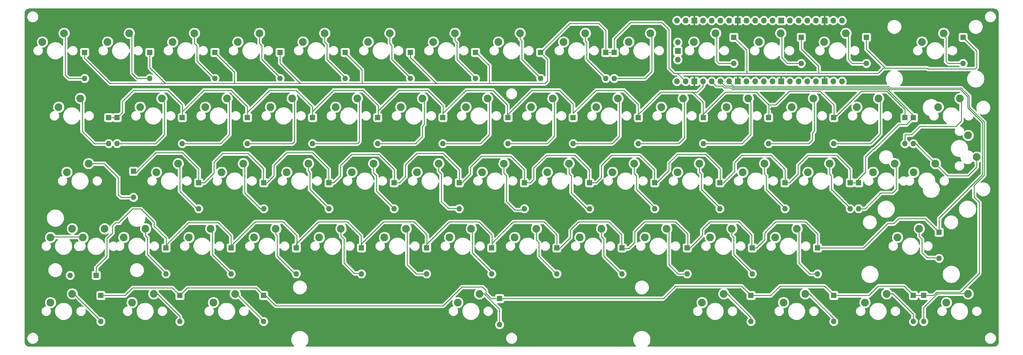
<source format=gbr>
G04 #@! TF.GenerationSoftware,KiCad,Pcbnew,(5.1.9)-1*
G04 #@! TF.CreationDate,2021-04-13T11:57:25+01:00*
G04 #@! TF.ProjectId,Env-KB60,456e762d-4b42-4363-902e-6b696361645f,rev?*
G04 #@! TF.SameCoordinates,Original*
G04 #@! TF.FileFunction,Copper,L1,Top*
G04 #@! TF.FilePolarity,Positive*
%FSLAX46Y46*%
G04 Gerber Fmt 4.6, Leading zero omitted, Abs format (unit mm)*
G04 Created by KiCad (PCBNEW (5.1.9)-1) date 2021-04-13 11:57:25*
%MOMM*%
%LPD*%
G01*
G04 APERTURE LIST*
G04 #@! TA.AperFunction,ComponentPad*
%ADD10C,2.250000*%
G04 #@! TD*
G04 #@! TA.AperFunction,ComponentPad*
%ADD11O,1.600000X1.600000*%
G04 #@! TD*
G04 #@! TA.AperFunction,ComponentPad*
%ADD12R,1.600000X1.600000*%
G04 #@! TD*
G04 #@! TA.AperFunction,ComponentPad*
%ADD13O,1.700000X1.700000*%
G04 #@! TD*
G04 #@! TA.AperFunction,ComponentPad*
%ADD14R,1.700000X1.700000*%
G04 #@! TD*
G04 #@! TA.AperFunction,ViaPad*
%ADD15C,0.800000*%
G04 #@! TD*
G04 #@! TA.AperFunction,Conductor*
%ADD16C,0.250000*%
G04 #@! TD*
G04 #@! TA.AperFunction,Conductor*
%ADD17C,0.254000*%
G04 #@! TD*
G04 #@! TA.AperFunction,Conductor*
%ADD18C,0.100000*%
G04 #@! TD*
G04 APERTURE END LIST*
D10*
X92040000Y-139020000D03*
X85690000Y-141560000D03*
X330196250Y-138970000D03*
X323846250Y-141510000D03*
X251615000Y-81820000D03*
X245265000Y-84360000D03*
D11*
X93175000Y-114075000D03*
D12*
X93175000Y-106455000D03*
D10*
X201608750Y-158020000D03*
X195258750Y-160560000D03*
D13*
X259600000Y-84460000D03*
D14*
X259600000Y-87000000D03*
D13*
X259600000Y-89540000D03*
X307630000Y-78110000D03*
X305090000Y-78110000D03*
D14*
X302550000Y-78110000D03*
D13*
X300010000Y-78110000D03*
X297470000Y-78110000D03*
X294930000Y-78110000D03*
X292390000Y-78110000D03*
D14*
X289850000Y-78110000D03*
D13*
X287310000Y-78110000D03*
X284770000Y-78110000D03*
X282230000Y-78110000D03*
X279690000Y-78110000D03*
D14*
X277150000Y-78110000D03*
D13*
X274610000Y-78110000D03*
X272070000Y-78110000D03*
X269530000Y-78110000D03*
X266990000Y-78110000D03*
D14*
X264450000Y-78110000D03*
D13*
X261910000Y-78110000D03*
X259370000Y-78110000D03*
X259370000Y-95890000D03*
X261910000Y-95890000D03*
D14*
X264450000Y-95890000D03*
D13*
X266990000Y-95890000D03*
X269530000Y-95890000D03*
X272070000Y-95890000D03*
X274610000Y-95890000D03*
D14*
X277150000Y-95890000D03*
D13*
X279690000Y-95890000D03*
X282230000Y-95890000D03*
X284770000Y-95890000D03*
X287310000Y-95890000D03*
D14*
X289850000Y-95890000D03*
D13*
X292390000Y-95890000D03*
X294930000Y-95890000D03*
X297470000Y-95890000D03*
X300010000Y-95890000D03*
D14*
X302550000Y-95890000D03*
D13*
X305090000Y-95890000D03*
X307630000Y-95890000D03*
D11*
X326000000Y-114120000D03*
D12*
X326000000Y-106500000D03*
D11*
X100437500Y-129800000D03*
D12*
X100437500Y-122180000D03*
D11*
X148062500Y-152170000D03*
D12*
X148062500Y-144550000D03*
D11*
X312490000Y-133120000D03*
D12*
X312490000Y-125500000D03*
D11*
X81900000Y-152600000D03*
D12*
X89520000Y-152600000D03*
D11*
X224262500Y-152170000D03*
D12*
X224262500Y-144550000D03*
D11*
X262362500Y-152170000D03*
D12*
X262362500Y-144550000D03*
D11*
X119487500Y-133120000D03*
D12*
X119487500Y-125500000D03*
D11*
X286175000Y-114070000D03*
D12*
X286175000Y-106450000D03*
D11*
X276000000Y-90620000D03*
D12*
X276000000Y-83000000D03*
D11*
X295700000Y-90620000D03*
D12*
X295700000Y-83000000D03*
D11*
X343000000Y-90620000D03*
D12*
X343000000Y-83000000D03*
D11*
X152825000Y-114070000D03*
D12*
X152825000Y-106450000D03*
D11*
X328500000Y-114120000D03*
D12*
X328500000Y-106500000D03*
D11*
X157587500Y-133120000D03*
D12*
X157587500Y-125500000D03*
D11*
X233787500Y-133120000D03*
D12*
X233787500Y-125500000D03*
D11*
X305225000Y-114070000D03*
D12*
X305225000Y-106450000D03*
D11*
X133775000Y-114070000D03*
D12*
X133775000Y-106450000D03*
D11*
X314750000Y-90620000D03*
D12*
X314750000Y-83000000D03*
D11*
X114725000Y-114070000D03*
D12*
X114725000Y-106450000D03*
D11*
X209975000Y-114070000D03*
D12*
X209975000Y-106450000D03*
D11*
X171875000Y-114070000D03*
D12*
X171875000Y-106450000D03*
D11*
X267125000Y-114070000D03*
D12*
X267125000Y-106450000D03*
D11*
X176637500Y-133120000D03*
D12*
X176637500Y-125500000D03*
D11*
X214737500Y-133120000D03*
D12*
X214737500Y-125500000D03*
D11*
X248075000Y-114070000D03*
D12*
X248075000Y-106450000D03*
D11*
X252837500Y-133120000D03*
D12*
X252837500Y-125500000D03*
D11*
X195687500Y-133120000D03*
D12*
X195687500Y-125500000D03*
D11*
X271887500Y-133120000D03*
D12*
X271887500Y-125500000D03*
D11*
X290937500Y-133120000D03*
D12*
X290937500Y-125500000D03*
D11*
X309987500Y-133120000D03*
D12*
X309987500Y-125500000D03*
D11*
X109962500Y-152170000D03*
D12*
X109962500Y-144550000D03*
D11*
X129012500Y-152170000D03*
D12*
X129012500Y-144550000D03*
D11*
X95675000Y-114070000D03*
D12*
X95675000Y-106450000D03*
D11*
X190925000Y-114070000D03*
D12*
X190925000Y-106450000D03*
D11*
X229025000Y-114070000D03*
D12*
X229025000Y-106450000D03*
D11*
X138537500Y-133120000D03*
D12*
X138537500Y-125500000D03*
D11*
X167112500Y-152170000D03*
D12*
X167112500Y-144550000D03*
D11*
X186162500Y-152170000D03*
D12*
X186162500Y-144550000D03*
D11*
X205212500Y-152170000D03*
D12*
X205212500Y-144550000D03*
D11*
X243312500Y-152170000D03*
D12*
X243312500Y-144550000D03*
D11*
X114000000Y-166120000D03*
D12*
X114000000Y-158500000D03*
D11*
X90912500Y-166120000D03*
D12*
X90912500Y-158500000D03*
D11*
X281000000Y-166120000D03*
D12*
X281000000Y-158500000D03*
D11*
X300462500Y-152170000D03*
D12*
X300462500Y-144550000D03*
D11*
X281412500Y-152170000D03*
D12*
X281412500Y-144550000D03*
D11*
X138500000Y-166120000D03*
D12*
X138500000Y-158500000D03*
D11*
X305225000Y-166120000D03*
D12*
X305225000Y-158500000D03*
D11*
X328500000Y-166120000D03*
D12*
X328500000Y-158500000D03*
D11*
X207500000Y-167000000D03*
D12*
X207500000Y-159380000D03*
D11*
X336000000Y-147620000D03*
D12*
X336000000Y-140000000D03*
D11*
X200450000Y-95020000D03*
D12*
X200450000Y-87400000D03*
D11*
X181400000Y-95020000D03*
D12*
X181400000Y-87400000D03*
D11*
X238550000Y-95020000D03*
D12*
X238550000Y-87400000D03*
D11*
X219500000Y-95020000D03*
D12*
X219500000Y-87400000D03*
D11*
X124250000Y-95020000D03*
D12*
X124250000Y-87400000D03*
D11*
X241000000Y-95020000D03*
D12*
X241000000Y-87400000D03*
D11*
X86150000Y-95020000D03*
D12*
X86150000Y-87400000D03*
D11*
X143300000Y-95020000D03*
D12*
X143300000Y-87400000D03*
D11*
X105200000Y-95020000D03*
D12*
X105200000Y-87400000D03*
D11*
X162350000Y-95020000D03*
D12*
X162350000Y-87400000D03*
D11*
X331500000Y-166120000D03*
D12*
X331500000Y-158500000D03*
D10*
X344483750Y-111690000D03*
X347023750Y-118040000D03*
X334940000Y-119920000D03*
X328590000Y-122460000D03*
X342090000Y-100870000D03*
X335740000Y-103410000D03*
X87308750Y-119920000D03*
X80958750Y-122460000D03*
X344483750Y-158020000D03*
X338133750Y-160560000D03*
X320671250Y-158020000D03*
X314321250Y-160560000D03*
X296858750Y-158020000D03*
X290508750Y-160560000D03*
X273046250Y-158020000D03*
X266696250Y-160560000D03*
X130171250Y-158020000D03*
X123821250Y-160560000D03*
X106358750Y-158020000D03*
X100008750Y-160560000D03*
X82546250Y-158020000D03*
X76196250Y-160560000D03*
X294477500Y-138970000D03*
X288127500Y-141510000D03*
X275427500Y-138970000D03*
X269077500Y-141510000D03*
X256377500Y-138970000D03*
X250027500Y-141510000D03*
X237327500Y-138970000D03*
X230977500Y-141510000D03*
X218277500Y-138970000D03*
X211927500Y-141510000D03*
X199227500Y-138970000D03*
X192877500Y-141510000D03*
X180177500Y-138970000D03*
X173827500Y-141510000D03*
X161127500Y-138970000D03*
X154777500Y-141510000D03*
X142077500Y-138970000D03*
X135727500Y-141510000D03*
X123027500Y-138970000D03*
X116677500Y-141510000D03*
X103977500Y-138970000D03*
X97627500Y-141510000D03*
X82546250Y-138970000D03*
X76196250Y-141510000D03*
X323052500Y-119920000D03*
X316702500Y-122460000D03*
X304002500Y-119920000D03*
X297652500Y-122460000D03*
X284952500Y-119920000D03*
X278602500Y-122460000D03*
X265902500Y-119920000D03*
X259552500Y-122460000D03*
X246852500Y-119920000D03*
X240502500Y-122460000D03*
X227802500Y-119920000D03*
X221452500Y-122460000D03*
X208752500Y-119920000D03*
X202402500Y-122460000D03*
X189702500Y-119920000D03*
X183352500Y-122460000D03*
X170652500Y-119920000D03*
X164302500Y-122460000D03*
X151602500Y-119920000D03*
X145252500Y-122460000D03*
X132552500Y-119920000D03*
X126202500Y-122460000D03*
X113502500Y-119920000D03*
X107152500Y-122460000D03*
X318290000Y-100870000D03*
X311940000Y-103410000D03*
X299240000Y-100870000D03*
X292890000Y-103410000D03*
X280190000Y-100870000D03*
X273840000Y-103410000D03*
X261140000Y-100870000D03*
X254790000Y-103410000D03*
X242090000Y-100870000D03*
X235740000Y-103410000D03*
X223040000Y-100870000D03*
X216690000Y-103410000D03*
X203990000Y-100870000D03*
X197640000Y-103410000D03*
X184940000Y-100870000D03*
X178590000Y-103410000D03*
X165890000Y-100870000D03*
X159540000Y-103410000D03*
X146840000Y-100870000D03*
X140490000Y-103410000D03*
X127790000Y-100870000D03*
X121440000Y-103410000D03*
X108740000Y-100870000D03*
X102390000Y-103410000D03*
X84927500Y-100870000D03*
X78577500Y-103410000D03*
X337340000Y-81820000D03*
X330990000Y-84360000D03*
X308765000Y-81820000D03*
X302415000Y-84360000D03*
X289715000Y-81820000D03*
X283365000Y-84360000D03*
X270665000Y-81820000D03*
X264315000Y-84360000D03*
X232565000Y-81820000D03*
X226215000Y-84360000D03*
X213515000Y-81820000D03*
X207165000Y-84360000D03*
X194465000Y-81820000D03*
X188115000Y-84360000D03*
X175415000Y-81820000D03*
X169065000Y-84360000D03*
X156365000Y-81820000D03*
X150015000Y-84360000D03*
X137315000Y-81820000D03*
X130965000Y-84360000D03*
X118265000Y-81820000D03*
X111915000Y-84360000D03*
X99215000Y-81820000D03*
X92865000Y-84360000D03*
X80165000Y-81820000D03*
X73815000Y-84360000D03*
D15*
X269500000Y-100500000D03*
X287000000Y-104000000D03*
X309500000Y-100500000D03*
X288500000Y-100000000D03*
X264000000Y-91000000D03*
X236500000Y-82000000D03*
X220000000Y-82000000D03*
X229500000Y-82000000D03*
X339500000Y-121000000D03*
D16*
X81900000Y-141400000D02*
X76300000Y-141400000D01*
X85530000Y-141400000D02*
X81900000Y-141400000D01*
X85690000Y-141560000D02*
X85530000Y-141400000D01*
X86150000Y-87400000D02*
X86150000Y-89150000D01*
X86150000Y-89150000D02*
X93500000Y-96500000D01*
X318250000Y-93500000D02*
X319750000Y-92000000D01*
X332500000Y-92000000D02*
X332750000Y-92250000D01*
X332750000Y-92250000D02*
X346500000Y-92250000D01*
X346500000Y-92250000D02*
X347000000Y-91750000D01*
X347000000Y-91750000D02*
X347000000Y-87000000D01*
X347000000Y-87000000D02*
X343000000Y-83000000D01*
X314750000Y-86500000D02*
X320250000Y-92000000D01*
X314750000Y-83000000D02*
X314750000Y-86500000D01*
X320250000Y-92000000D02*
X332500000Y-92000000D01*
X319750000Y-92000000D02*
X320250000Y-92000000D01*
X295700000Y-83000000D02*
X295700000Y-86450000D01*
X300750000Y-91500000D02*
X300750000Y-93500000D01*
X295700000Y-86450000D02*
X300750000Y-91500000D01*
X300750000Y-93500000D02*
X318250000Y-93500000D01*
X279750000Y-86750000D02*
X279750000Y-93500000D01*
X276000000Y-83000000D02*
X279750000Y-86750000D01*
X279750000Y-93500000D02*
X300750000Y-93500000D01*
X238550000Y-87400000D02*
X240650000Y-87400000D01*
X204500000Y-96500000D02*
X204500000Y-91250000D01*
X204500000Y-91250000D02*
X200750000Y-87500000D01*
X200750000Y-87500000D02*
X200500000Y-87500000D01*
X181400000Y-88900000D02*
X189000000Y-96500000D01*
X181400000Y-87400000D02*
X181400000Y-88900000D01*
X189000000Y-96500000D02*
X204500000Y-96500000D01*
X167250000Y-96500000D02*
X167250000Y-92500000D01*
X167250000Y-96500000D02*
X189000000Y-96500000D01*
X167250000Y-92500000D02*
X162250000Y-87500000D01*
X143300000Y-87400000D02*
X143300000Y-90550000D01*
X149250000Y-96500000D02*
X167250000Y-96500000D01*
X143300000Y-90550000D02*
X149250000Y-96500000D01*
X130000000Y-96500000D02*
X130000000Y-93250000D01*
X130000000Y-96500000D02*
X149250000Y-96500000D01*
X130000000Y-93250000D02*
X124250000Y-87500000D01*
X105200000Y-87400000D02*
X105200000Y-91950000D01*
X105200000Y-91950000D02*
X109750000Y-96500000D01*
X109750000Y-96500000D02*
X130000000Y-96500000D01*
X93500000Y-96500000D02*
X109750000Y-96500000D01*
X259500000Y-93500000D02*
X261900000Y-95900000D01*
X258500000Y-93500000D02*
X279750000Y-93500000D01*
X257000000Y-92000000D02*
X258500000Y-93500000D01*
X257000000Y-80750000D02*
X257000000Y-92000000D01*
X255000000Y-78750000D02*
X257000000Y-80750000D01*
X245750000Y-78750000D02*
X255000000Y-78750000D01*
X241000000Y-83500000D02*
X245750000Y-78750000D01*
X241000000Y-87400000D02*
X241000000Y-83500000D01*
X221500000Y-95750000D02*
X220750000Y-96500000D01*
X220750000Y-96500000D02*
X204500000Y-96500000D01*
X221500000Y-89500000D02*
X221500000Y-95750000D01*
X219500000Y-87500000D02*
X221500000Y-89500000D01*
X228000000Y-79000000D02*
X219500000Y-87500000D01*
X236500000Y-79000000D02*
X228000000Y-79000000D01*
X238550000Y-81050000D02*
X236500000Y-79000000D01*
X238550000Y-87400000D02*
X238550000Y-81050000D01*
X133750000Y-104683998D02*
X133750000Y-106500000D01*
X264000000Y-99000000D02*
X265300000Y-99000000D01*
X265300000Y-99000000D02*
X267000000Y-97300000D01*
X267000000Y-97300000D02*
X267000000Y-95900000D01*
X114750000Y-104750000D02*
X114750000Y-106250000D01*
X114750000Y-106250000D02*
X114500000Y-106500000D01*
X114750000Y-102750000D02*
X114750000Y-104750000D01*
X110500000Y-98500000D02*
X114750000Y-102750000D01*
X100500000Y-98500000D02*
X110500000Y-98500000D01*
X97250000Y-101750000D02*
X100500000Y-98500000D01*
X95705000Y-106455000D02*
X97250000Y-104910000D01*
X97250000Y-104910000D02*
X97250000Y-101750000D01*
X93175000Y-106455000D02*
X95705000Y-106455000D01*
X133750000Y-103250000D02*
X133750000Y-104683998D01*
X129000000Y-98500000D02*
X133750000Y-103250000D01*
X121000000Y-98500000D02*
X129000000Y-98500000D01*
X114750000Y-104750000D02*
X121000000Y-98500000D01*
X133750000Y-105000000D02*
X140250000Y-98500000D01*
X133750000Y-104683998D02*
X133750000Y-105000000D01*
X140250000Y-98500000D02*
X148000000Y-98500000D01*
X148000000Y-98500000D02*
X152750000Y-103250000D01*
X152750000Y-103250000D02*
X152750000Y-104750000D01*
X152750000Y-104750000D02*
X152750000Y-106500000D01*
X159000000Y-98500000D02*
X167550000Y-98500000D01*
X167550000Y-98500000D02*
X172000000Y-102950000D01*
X152750000Y-104750000D02*
X159000000Y-98500000D01*
X172000000Y-104000000D02*
X172000000Y-106500000D01*
X172000000Y-102950000D02*
X172000000Y-104000000D01*
X172000000Y-106500000D02*
X171750000Y-106750000D01*
X210250000Y-106750000D02*
X210000000Y-106500000D01*
X210000000Y-106750000D02*
X210250000Y-106750000D01*
X209750000Y-106500000D02*
X210000000Y-106750000D01*
X197750000Y-98500000D02*
X205500000Y-98500000D01*
X186500000Y-98500000D02*
X191000000Y-103000000D01*
X209750000Y-102750000D02*
X209750000Y-106500000D01*
X178000000Y-98500000D02*
X186500000Y-98500000D01*
X205500000Y-98500000D02*
X209750000Y-102750000D01*
X172000000Y-104500000D02*
X178000000Y-98500000D01*
X191000000Y-103000000D02*
X191000000Y-105250000D01*
X172000000Y-104000000D02*
X172000000Y-104500000D01*
X190925000Y-105325000D02*
X191250000Y-105000000D01*
X190925000Y-106450000D02*
X190925000Y-105325000D01*
X191250000Y-105000000D02*
X197750000Y-98500000D01*
X191000000Y-105250000D02*
X191250000Y-105000000D01*
X243875000Y-98500000D02*
X248000000Y-102625000D01*
X235750000Y-98500000D02*
X243875000Y-98500000D01*
X229000000Y-102500000D02*
X229000000Y-105250000D01*
X248000000Y-102625000D02*
X248000000Y-106500000D01*
X225000000Y-98500000D02*
X229000000Y-102500000D01*
X217000000Y-98500000D02*
X225000000Y-98500000D01*
X209975000Y-105525000D02*
X217000000Y-98500000D01*
X229000000Y-105250000D02*
X235750000Y-98500000D01*
X209975000Y-106450000D02*
X209975000Y-105525000D01*
X254625000Y-99000000D02*
X264000000Y-99000000D01*
X248075000Y-105550000D02*
X254625000Y-99000000D01*
X248075000Y-106450000D02*
X248075000Y-105550000D01*
X286250000Y-102750000D02*
X286250000Y-106375000D01*
X282500000Y-99000000D02*
X286250000Y-102750000D01*
X273500000Y-99000000D02*
X282500000Y-99000000D01*
X266625000Y-105875000D02*
X273500000Y-99000000D01*
X267000000Y-106250000D02*
X266625000Y-105875000D01*
X286250000Y-106375000D02*
X286175000Y-106450000D01*
X267000000Y-102000000D02*
X267000000Y-106250000D01*
X264000000Y-99000000D02*
X267000000Y-102000000D01*
X320750000Y-98750000D02*
X326000000Y-104000000D01*
X313250000Y-98750000D02*
X320750000Y-98750000D01*
X326000000Y-104000000D02*
X326000000Y-106500000D01*
X305500000Y-106500000D02*
X313250000Y-98750000D01*
X301250000Y-98750000D02*
X305250000Y-102750000D01*
X305250000Y-106500000D02*
X305500000Y-106500000D01*
X292250000Y-98750000D02*
X301250000Y-98750000D01*
X288250000Y-102750000D02*
X292250000Y-98750000D01*
X305250000Y-102750000D02*
X305250000Y-106500000D01*
X286250000Y-102750000D02*
X288250000Y-102750000D01*
X328500000Y-106500000D02*
X328500000Y-105863590D01*
X328500000Y-105863590D02*
X326450009Y-103813599D01*
X326450009Y-103813599D02*
X321418205Y-98781795D01*
X320936400Y-98299990D02*
X284400010Y-98299990D01*
X321418205Y-98781795D02*
X320936400Y-98299990D01*
X276599990Y-98299990D02*
X275627168Y-98299988D01*
X284400010Y-98299990D02*
X276599990Y-98299990D01*
X275077190Y-97750010D02*
X273213599Y-97750009D01*
X275627168Y-98299988D02*
X275077190Y-97750010D01*
X273213599Y-97750009D02*
X272763590Y-97300000D01*
X270900000Y-97300000D02*
X270400000Y-96800000D01*
X272763590Y-97300000D02*
X270900000Y-97300000D01*
X270400000Y-96800000D02*
X269500000Y-95900000D01*
X134000000Y-117000000D02*
X138500000Y-121500000D01*
X138500000Y-121500000D02*
X138500000Y-125500000D01*
X124000000Y-122750000D02*
X124000000Y-119500000D01*
X121250000Y-125500000D02*
X124000000Y-122750000D01*
X119500000Y-121500000D02*
X119500000Y-125500000D01*
X114750000Y-116750000D02*
X119500000Y-121500000D01*
X119500000Y-125500000D02*
X121250000Y-125500000D01*
X107000000Y-116750000D02*
X114750000Y-116750000D01*
X101187500Y-122562500D02*
X107000000Y-116750000D01*
X126500000Y-117000000D02*
X134000000Y-117000000D01*
X124000000Y-119500000D02*
X126500000Y-117000000D01*
X100437500Y-122562500D02*
X101187500Y-122562500D01*
X272000000Y-121500000D02*
X272000000Y-125500000D01*
X259500000Y-117250000D02*
X267750000Y-117250000D01*
X257000000Y-119750000D02*
X259500000Y-117250000D01*
X253500000Y-125500000D02*
X257000000Y-122000000D01*
X252750000Y-125500000D02*
X253500000Y-125500000D01*
X248500000Y-117500000D02*
X252750000Y-121750000D01*
X240250000Y-117500000D02*
X248500000Y-117500000D01*
X237250000Y-120500000D02*
X240250000Y-117500000D01*
X267750000Y-117250000D02*
X272000000Y-121500000D01*
X237250000Y-124000000D02*
X237250000Y-120500000D01*
X233750000Y-125500000D02*
X235750000Y-125500000D01*
X233750000Y-121750000D02*
X233750000Y-125500000D01*
X229500000Y-117500000D02*
X233750000Y-121750000D01*
X221250000Y-117500000D02*
X229500000Y-117500000D01*
X217500000Y-124500000D02*
X217500000Y-121250000D01*
X172250000Y-117250000D02*
X176750000Y-121750000D01*
X217500000Y-121250000D02*
X221250000Y-117500000D01*
X138537500Y-125500000D02*
X139500000Y-125500000D01*
X257000000Y-122000000D02*
X257000000Y-119750000D01*
X161000000Y-120500000D02*
X164250000Y-117250000D01*
X183250000Y-117000000D02*
X191012500Y-117000000D01*
X216500000Y-125500000D02*
X217500000Y-124500000D01*
X161000000Y-123500000D02*
X161000000Y-120500000D01*
X139500000Y-125500000D02*
X141500000Y-123500000D01*
X178250000Y-125500000D02*
X180000000Y-123750000D01*
X210750000Y-117750000D02*
X214750000Y-121750000D01*
X157500000Y-125500000D02*
X159000000Y-125500000D01*
X159000000Y-125500000D02*
X161000000Y-123500000D01*
X202250000Y-117750000D02*
X210750000Y-117750000D01*
X252750000Y-121750000D02*
X252750000Y-125500000D01*
X145250000Y-116750000D02*
X152750000Y-116750000D01*
X141500000Y-120500000D02*
X145250000Y-116750000D01*
X199000000Y-121000000D02*
X202250000Y-117750000D01*
X141500000Y-123500000D02*
X141500000Y-120500000D01*
X157500000Y-121500000D02*
X157500000Y-125500000D01*
X176750000Y-121750000D02*
X176750000Y-125500000D01*
X214750000Y-125500000D02*
X216500000Y-125500000D01*
X164250000Y-117250000D02*
X172250000Y-117250000D01*
X176750000Y-125500000D02*
X178250000Y-125500000D01*
X235750000Y-125500000D02*
X237250000Y-124000000D01*
X180000000Y-123750000D02*
X180000000Y-120250000D01*
X180000000Y-120250000D02*
X183250000Y-117000000D01*
X191012500Y-117000000D02*
X195750000Y-121737500D01*
X195750000Y-121737500D02*
X195750000Y-125500000D01*
X195750000Y-125500000D02*
X196500000Y-125500000D01*
X196500000Y-125500000D02*
X199000000Y-123000000D01*
X152750000Y-116750000D02*
X157500000Y-121500000D01*
X199000000Y-123000000D02*
X199000000Y-121000000D01*
X214750000Y-121750000D02*
X214750000Y-125500000D01*
X324250000Y-108500000D02*
X326500000Y-108500000D01*
X317000000Y-115750000D02*
X324250000Y-108500000D01*
X316750000Y-115750000D02*
X317000000Y-115750000D01*
X314500000Y-122500000D02*
X314500000Y-118000000D01*
X310000000Y-125500000D02*
X312250000Y-125500000D01*
X312250000Y-125500000D02*
X312250000Y-124750000D01*
X310000000Y-121500000D02*
X310000000Y-125500000D01*
X314500000Y-118000000D02*
X316750000Y-115750000D01*
X271887500Y-125500000D02*
X273000000Y-125500000D01*
X276250000Y-122250000D02*
X276250000Y-119625000D01*
X294750000Y-123000000D02*
X294750000Y-120375000D01*
X294750000Y-120375000D02*
X297625000Y-117500000D01*
X276250000Y-119625000D02*
X278375000Y-117500000D01*
X278375000Y-117500000D02*
X286875000Y-117500000D01*
X312250000Y-124750000D02*
X314500000Y-122500000D01*
X286875000Y-117500000D02*
X291000000Y-121625000D01*
X326500000Y-108500000D02*
X328500000Y-106500000D01*
X291000000Y-121625000D02*
X291000000Y-125500000D01*
X273000000Y-125500000D02*
X276250000Y-122250000D01*
X291000000Y-125500000D02*
X292250000Y-125500000D01*
X292250000Y-125500000D02*
X294750000Y-123000000D01*
X297625000Y-117500000D02*
X306000000Y-117500000D01*
X306000000Y-117500000D02*
X310000000Y-121500000D01*
X300462500Y-144550000D02*
X313950000Y-144550000D01*
X313950000Y-144550000D02*
X321000000Y-137500000D01*
X321000000Y-137500000D02*
X322750000Y-137500000D01*
X322750000Y-137500000D02*
X324250000Y-136000000D01*
X324250000Y-136000000D02*
X332000000Y-136000000D01*
X332000000Y-136000000D02*
X336000000Y-140000000D01*
X344400000Y-100400000D02*
X342299990Y-98299990D01*
X344400000Y-103600000D02*
X344400000Y-100400000D01*
X336000000Y-140000000D02*
X336000000Y-135900000D01*
X321572810Y-98299990D02*
X321122800Y-97849980D01*
X342299990Y-98299990D02*
X321572810Y-98299990D01*
X321122800Y-97849980D02*
X284400000Y-97849980D01*
X89520000Y-152600000D02*
X89520000Y-150280000D01*
X89520000Y-150280000D02*
X92700000Y-147100000D01*
X92700000Y-147100000D02*
X92700000Y-141900000D01*
X92700000Y-141900000D02*
X94300000Y-140300000D01*
X94300000Y-138200000D02*
X95250000Y-137250000D01*
X94300000Y-140300000D02*
X94300000Y-138200000D01*
X96350000Y-137250000D02*
X96350000Y-137050000D01*
X95250000Y-137250000D02*
X96350000Y-137250000D01*
X96350000Y-137050000D02*
X100200000Y-133200000D01*
X102600000Y-133200000D02*
X105200000Y-135800000D01*
X100200000Y-133200000D02*
X102600000Y-133200000D01*
X104100000Y-134700000D02*
X105200000Y-135800000D01*
X277550020Y-97849980D02*
X275813569Y-97849979D01*
X284400000Y-97849980D02*
X277550020Y-97849980D01*
X275263590Y-97300000D02*
X273400000Y-97300000D01*
X275813569Y-97849979D02*
X275263590Y-97300000D01*
X273400000Y-97300000D02*
X272000000Y-95900000D01*
X300500000Y-140500000D02*
X300500000Y-144500000D01*
X297000000Y-137000000D02*
X300500000Y-140500000D01*
X288250000Y-137000000D02*
X297000000Y-137000000D01*
X285000000Y-142250000D02*
X285000000Y-140250000D01*
X285000000Y-140250000D02*
X288250000Y-137000000D01*
X282700000Y-144550000D02*
X285000000Y-142250000D01*
X281412500Y-144550000D02*
X282700000Y-144550000D01*
X281250000Y-144250000D02*
X281500000Y-144500000D01*
X281250000Y-140750000D02*
X281250000Y-144250000D01*
X224250000Y-144750000D02*
X225000000Y-144750000D01*
X245250000Y-144750000D02*
X247000000Y-143000000D01*
X269000000Y-137000000D02*
X277500000Y-137000000D01*
X228250000Y-139375000D02*
X230625000Y-137000000D01*
X224250000Y-140750000D02*
X224250000Y-144750000D01*
X220500000Y-137000000D02*
X224250000Y-140750000D01*
X225000000Y-144750000D02*
X228250000Y-141500000D01*
X205250000Y-143250000D02*
X211500000Y-137000000D01*
X239500000Y-137000000D02*
X243250000Y-140750000D01*
X228250000Y-141500000D02*
X228250000Y-139375000D01*
X211500000Y-137000000D02*
X220500000Y-137000000D01*
X243250000Y-144750000D02*
X245250000Y-144750000D01*
X230625000Y-137000000D02*
X239500000Y-137000000D01*
X243250000Y-140750000D02*
X243250000Y-144750000D01*
X247000000Y-139875000D02*
X249875000Y-137000000D01*
X247000000Y-143000000D02*
X247000000Y-139875000D01*
X259000000Y-137000000D02*
X262500000Y-140500000D01*
X277500000Y-137000000D02*
X281250000Y-140750000D01*
X249875000Y-137000000D02*
X259000000Y-137000000D01*
X266750000Y-141000000D02*
X266750000Y-139250000D01*
X262500000Y-140500000D02*
X262500000Y-144750000D01*
X262500000Y-144750000D02*
X263000000Y-144750000D01*
X263000000Y-144750000D02*
X266750000Y-141000000D01*
X266750000Y-139250000D02*
X269000000Y-137000000D01*
X205250000Y-143250000D02*
X205250000Y-144750000D01*
X205250000Y-140750000D02*
X205250000Y-143250000D01*
X201500000Y-137000000D02*
X205250000Y-140750000D01*
X192750000Y-137000000D02*
X201500000Y-137000000D01*
X186162500Y-143587500D02*
X192750000Y-137000000D01*
X186162500Y-144550000D02*
X186162500Y-143587500D01*
X186250000Y-140750000D02*
X186250000Y-144500000D01*
X173500000Y-137000000D02*
X182500000Y-137000000D01*
X182500000Y-137000000D02*
X186250000Y-140750000D01*
X167112500Y-143387500D02*
X173500000Y-137000000D01*
X167112500Y-144550000D02*
X167112500Y-143387500D01*
X167000000Y-141000000D02*
X167000000Y-144500000D01*
X163000000Y-137000000D02*
X167000000Y-141000000D01*
X154500000Y-137000000D02*
X163000000Y-137000000D01*
X148062500Y-143437500D02*
X154500000Y-137000000D01*
X148062500Y-144550000D02*
X148062500Y-143437500D01*
X144250000Y-137000000D02*
X148250000Y-141000000D01*
X129000000Y-141000000D02*
X129000000Y-144000000D01*
X125250000Y-137250000D02*
X129000000Y-141000000D01*
X110000000Y-143750000D02*
X116500000Y-137250000D01*
X110000000Y-141750000D02*
X110000000Y-143750000D01*
X148250000Y-141000000D02*
X148250000Y-144500000D01*
X106475000Y-138225000D02*
X110000000Y-141750000D01*
X116500000Y-137250000D02*
X125250000Y-137250000D01*
X106475000Y-137075000D02*
X106475000Y-138225000D01*
X105200000Y-135800000D02*
X106475000Y-137075000D01*
X134500000Y-138500000D02*
X136000000Y-137000000D01*
X136000000Y-137000000D02*
X144250000Y-137000000D01*
X129000000Y-144000000D02*
X134500000Y-138500000D01*
X134500000Y-138500000D02*
X135250000Y-137750000D01*
X345950000Y-125950000D02*
X348750000Y-123150000D01*
X336000000Y-135900000D02*
X345950000Y-125950000D01*
X348750000Y-107950000D02*
X347525000Y-106725000D01*
X348750000Y-123150000D02*
X348750000Y-107950000D01*
X347525000Y-106725000D02*
X344400000Y-103600000D01*
X114000000Y-158500000D02*
X116250000Y-156250000D01*
X116250000Y-156250000D02*
X136250000Y-156250000D01*
X136250000Y-156250000D02*
X138500000Y-158500000D01*
X207500000Y-159000000D02*
X207500000Y-159500000D01*
X207500000Y-159380000D02*
X255370000Y-159380000D01*
X255370000Y-159380000D02*
X259000000Y-155750000D01*
X259000000Y-155750000D02*
X278250000Y-155750000D01*
X278250000Y-155750000D02*
X281000000Y-158500000D01*
X328500000Y-158500000D02*
X331500000Y-158500000D01*
X100250000Y-156250000D02*
X111750000Y-156250000D01*
X98000000Y-158500000D02*
X100250000Y-156250000D01*
X111750000Y-156250000D02*
X114000000Y-158500000D01*
X90912500Y-158500000D02*
X98000000Y-158500000D01*
X325750000Y-155750000D02*
X328500000Y-158500000D01*
X318250000Y-155750000D02*
X325750000Y-155750000D01*
X305250000Y-158500000D02*
X315500000Y-158500000D01*
X302500000Y-155750000D02*
X305250000Y-158500000D01*
X289500000Y-155750000D02*
X302500000Y-155750000D01*
X315500000Y-158500000D02*
X318250000Y-155750000D01*
X286750000Y-158500000D02*
X289500000Y-155750000D01*
X281000000Y-158500000D02*
X286750000Y-158500000D01*
X341849980Y-97849980D02*
X341700000Y-97849980D01*
X321759210Y-97849980D02*
X321309200Y-97399970D01*
X341849980Y-97849980D02*
X321759210Y-97849980D01*
X321309200Y-97399970D02*
X284400000Y-97399970D01*
X284400000Y-97399970D02*
X275999970Y-97399970D01*
X275999970Y-97399970D02*
X274600000Y-96000000D01*
X274600000Y-96000000D02*
X274600000Y-95900000D01*
X138500000Y-158500000D02*
X139000000Y-158500000D01*
X139000000Y-158500000D02*
X142000000Y-161500000D01*
X142000000Y-161500000D02*
X191000000Y-161500000D01*
X191000000Y-161500000D02*
X196500000Y-156000000D01*
X202500000Y-156000000D02*
X201500000Y-156000000D01*
X203500000Y-157000000D02*
X202500000Y-156000000D01*
X203500000Y-157863590D02*
X203500000Y-157000000D01*
X205016410Y-159380000D02*
X203500000Y-157863590D01*
X207500000Y-159380000D02*
X205016410Y-159380000D01*
X196500000Y-156000000D02*
X201500000Y-156000000D01*
X344850009Y-100213599D02*
X342486390Y-97849980D01*
X342486390Y-97849980D02*
X341849980Y-97849980D01*
X344850010Y-103413600D02*
X344850009Y-100213599D01*
X347750000Y-152050000D02*
X347750000Y-146150000D01*
X342250010Y-157549990D02*
X347750000Y-152050000D01*
X334363590Y-158500000D02*
X335313600Y-157549990D01*
X335313600Y-157549990D02*
X342250010Y-157549990D01*
X331500000Y-158500000D02*
X334363590Y-158500000D01*
X347750000Y-146150000D02*
X347750000Y-140750000D01*
X347750000Y-141250000D02*
X347750000Y-140750000D01*
X347750000Y-134250000D02*
X347750000Y-131250000D01*
X347750000Y-140750000D02*
X347750000Y-134250000D01*
X347750000Y-134250000D02*
X347750000Y-133450000D01*
X349200010Y-123336400D02*
X349200010Y-107763600D01*
X349200010Y-107763600D02*
X349093205Y-107656795D01*
X346250000Y-129750000D02*
X346250000Y-126286410D01*
X346250000Y-126286410D02*
X349200010Y-123336400D01*
X347750000Y-131250000D02*
X346250000Y-129750000D01*
X349093205Y-107656795D02*
X344850010Y-103413600D01*
X86150000Y-95020000D02*
X81520000Y-95020000D01*
X81520000Y-95020000D02*
X80500000Y-94000000D01*
X80500000Y-94000000D02*
X80500000Y-89000000D01*
X80500000Y-89000000D02*
X80500000Y-82000000D01*
X105200000Y-95020000D02*
X101520000Y-95020000D01*
X101520000Y-95020000D02*
X100000000Y-93500000D01*
X100000000Y-93500000D02*
X100000000Y-82500000D01*
X100000000Y-82500000D02*
X99500000Y-82000000D01*
X118265000Y-81820000D02*
X118265000Y-84765000D01*
X118265000Y-84765000D02*
X119000000Y-85500000D01*
X119000000Y-85500000D02*
X119000000Y-90000000D01*
X119000000Y-90000000D02*
X124000000Y-95000000D01*
X137315000Y-81820000D02*
X137315000Y-84815000D01*
X137315000Y-84815000D02*
X138000000Y-85500000D01*
X138000000Y-85500000D02*
X138000000Y-89500000D01*
X138000000Y-89500000D02*
X143500000Y-95000000D01*
X156365000Y-81820000D02*
X156365000Y-84365000D01*
X156365000Y-84365000D02*
X157000000Y-85000000D01*
X157000000Y-85000000D02*
X157000000Y-89500000D01*
X157000000Y-89500000D02*
X162500000Y-95000000D01*
X175415000Y-81820000D02*
X175415000Y-84915000D01*
X175415000Y-84915000D02*
X176000000Y-85500000D01*
X176000000Y-85500000D02*
X176000000Y-89500000D01*
X176000000Y-89500000D02*
X181500000Y-95000000D01*
X194465000Y-81820000D02*
X194465000Y-83965000D01*
X194465000Y-83965000D02*
X195000000Y-84500000D01*
X195000000Y-84500000D02*
X195000000Y-89500000D01*
X195000000Y-89500000D02*
X200500000Y-95000000D01*
X213515000Y-81820000D02*
X213515000Y-83515000D01*
X213515000Y-83515000D02*
X214000000Y-84000000D01*
X214000000Y-84000000D02*
X214000000Y-89500000D01*
X214000000Y-89500000D02*
X219500000Y-95000000D01*
X232565000Y-81820000D02*
X232565000Y-84065000D01*
X232565000Y-84065000D02*
X233000000Y-84500000D01*
X233000000Y-84500000D02*
X233000000Y-89500000D01*
X233000000Y-89500000D02*
X238500000Y-95000000D01*
X249980000Y-95020000D02*
X252000000Y-93000000D01*
X252000000Y-93000000D02*
X252000000Y-82000000D01*
X241000000Y-95020000D02*
X249980000Y-95020000D01*
X271000000Y-90000000D02*
X271000000Y-82500000D01*
X271000000Y-82500000D02*
X270500000Y-82000000D01*
X271620000Y-90620000D02*
X271000000Y-90000000D01*
X276000000Y-90620000D02*
X271620000Y-90620000D01*
X295700000Y-90620000D02*
X291620000Y-90620000D01*
X291620000Y-90620000D02*
X290000000Y-89000000D01*
X290000000Y-89000000D02*
X290000000Y-82500000D01*
X290000000Y-82500000D02*
X289500000Y-82000000D01*
X314750000Y-90620000D02*
X310620000Y-90620000D01*
X310620000Y-90620000D02*
X309500000Y-89500000D01*
X309500000Y-89500000D02*
X309500000Y-82500000D01*
X309500000Y-82500000D02*
X309000000Y-82000000D01*
X343000000Y-90620000D02*
X338620000Y-90620000D01*
X338620000Y-90620000D02*
X338000000Y-90000000D01*
X338000000Y-90000000D02*
X338000000Y-83000000D01*
X338000000Y-83000000D02*
X337000000Y-82000000D01*
X93175000Y-114075000D02*
X89075000Y-114075000D01*
X89075000Y-114075000D02*
X85500000Y-110500000D01*
X85500000Y-110500000D02*
X85500000Y-101500000D01*
X85500000Y-101500000D02*
X85000000Y-101000000D01*
X109500000Y-102000000D02*
X108500000Y-101000000D01*
X109500000Y-111500000D02*
X109500000Y-102000000D01*
X106930000Y-114070000D02*
X109500000Y-111500000D01*
X95675000Y-114070000D02*
X106930000Y-114070000D01*
X114725000Y-114070000D02*
X125930000Y-114070000D01*
X125930000Y-114070000D02*
X128500000Y-111500000D01*
X128500000Y-111500000D02*
X128500000Y-102000000D01*
X128500000Y-102000000D02*
X127500000Y-101000000D01*
X133775000Y-114070000D02*
X146930000Y-114070000D01*
X146930000Y-114070000D02*
X147500000Y-113500000D01*
X147500000Y-113500000D02*
X147500000Y-101500000D01*
X147500000Y-101500000D02*
X147000000Y-101000000D01*
X152825000Y-114070000D02*
X165930000Y-114070000D01*
X165930000Y-114070000D02*
X166500000Y-113500000D01*
X166500000Y-113500000D02*
X166500000Y-101500000D01*
X166500000Y-101500000D02*
X166000000Y-101000000D01*
X171875000Y-114070000D02*
X182930000Y-114070000D01*
X182930000Y-114070000D02*
X185000000Y-112000000D01*
X185000000Y-112000000D02*
X185000000Y-109000000D01*
X185000000Y-109000000D02*
X185500000Y-108500000D01*
X185500000Y-108500000D02*
X185500000Y-101500000D01*
X185500000Y-101500000D02*
X185000000Y-101000000D01*
X190925000Y-114070000D02*
X201930000Y-114070000D01*
X201930000Y-114070000D02*
X204500000Y-111500000D01*
X204500000Y-111500000D02*
X204500000Y-101000000D01*
X204500000Y-101000000D02*
X204000000Y-100500000D01*
X209975000Y-114070000D02*
X221430000Y-114070000D01*
X221430000Y-114070000D02*
X223500000Y-112000000D01*
X223500000Y-112000000D02*
X223500000Y-101500000D01*
X223500000Y-101500000D02*
X223000000Y-101000000D01*
X229025000Y-114070000D02*
X240430000Y-114070000D01*
X240430000Y-114070000D02*
X242500000Y-112000000D01*
X242500000Y-112000000D02*
X242500000Y-101500000D01*
X242500000Y-101500000D02*
X242000000Y-101000000D01*
X242000000Y-101000000D02*
X241500000Y-101500000D01*
X248075000Y-114070000D02*
X259930000Y-114070000D01*
X259930000Y-114070000D02*
X261500000Y-112500000D01*
X261500000Y-112500000D02*
X261500000Y-101000000D01*
X267125000Y-114070000D02*
X278430000Y-114070000D01*
X278430000Y-114070000D02*
X281000000Y-111500000D01*
X281000000Y-111500000D02*
X281000000Y-102000000D01*
X281000000Y-102000000D02*
X280000000Y-101000000D01*
X286175000Y-114070000D02*
X297930000Y-114070000D01*
X299018901Y-112981099D02*
X299018901Y-110981099D01*
X297930000Y-114070000D02*
X299018901Y-112981099D01*
X299018901Y-110981099D02*
X299500000Y-110500000D01*
X299500000Y-110500000D02*
X299500000Y-101500000D01*
X299500000Y-101500000D02*
X299000000Y-101000000D01*
X326000000Y-114120000D02*
X326000000Y-111500000D01*
X326000000Y-111500000D02*
X328000000Y-111500000D01*
X328000000Y-111500000D02*
X330500000Y-109000000D01*
X330500000Y-109000000D02*
X341000000Y-109000000D01*
X341000000Y-109000000D02*
X342500000Y-107500000D01*
X342500000Y-107500000D02*
X342500000Y-101500000D01*
X342500000Y-101500000D02*
X342000000Y-101000000D01*
X96800000Y-129800000D02*
X100400000Y-129800000D01*
X96000000Y-129000000D02*
X96800000Y-129800000D01*
X96000000Y-124000000D02*
X96000000Y-129000000D01*
X91920000Y-119920000D02*
X96000000Y-124000000D01*
X87308750Y-119920000D02*
X91920000Y-119920000D01*
X119487500Y-133120000D02*
X119120000Y-133120000D01*
X119120000Y-133120000D02*
X114000000Y-128000000D01*
X114000000Y-128000000D02*
X114000000Y-120500000D01*
X114000000Y-120500000D02*
X113500000Y-120000000D01*
X138537500Y-133120000D02*
X137620000Y-133120000D01*
X137620000Y-133120000D02*
X133000000Y-128500000D01*
X133000000Y-128500000D02*
X133000000Y-120500000D01*
X133000000Y-120500000D02*
X132500000Y-120000000D01*
X151602500Y-119920000D02*
X151602500Y-122102500D01*
X151602500Y-122102500D02*
X152000000Y-122500000D01*
X152000000Y-122500000D02*
X152000000Y-127500000D01*
X152000000Y-127500000D02*
X157500000Y-133000000D01*
X170652500Y-119920000D02*
X170652500Y-122652500D01*
X170652500Y-122652500D02*
X171500000Y-123500000D01*
X171500000Y-123500000D02*
X171500000Y-128000000D01*
X171500000Y-128000000D02*
X176500000Y-133000000D01*
X189702500Y-119920000D02*
X189702500Y-122202500D01*
X189702500Y-122202500D02*
X190500000Y-123000000D01*
X190500000Y-123000000D02*
X190500000Y-131000000D01*
X190500000Y-131000000D02*
X192500000Y-133000000D01*
X192500000Y-133000000D02*
X195500000Y-133000000D01*
X208752500Y-119920000D02*
X208752500Y-122752500D01*
X208752500Y-122752500D02*
X209500000Y-123500000D01*
X209500000Y-123500000D02*
X209500000Y-131000000D01*
X209500000Y-131000000D02*
X212000000Y-133500000D01*
X212000000Y-133500000D02*
X214000000Y-133500000D01*
X214000000Y-133500000D02*
X214500000Y-133000000D01*
X214500000Y-133000000D02*
X215000000Y-133000000D01*
X227802500Y-119920000D02*
X227802500Y-122802500D01*
X227802500Y-122802500D02*
X228500000Y-123500000D01*
X228500000Y-123500000D02*
X228500000Y-128500000D01*
X228500000Y-128500000D02*
X233500000Y-133500000D01*
X233500000Y-133500000D02*
X234000000Y-133000000D01*
X246852500Y-119920000D02*
X246852500Y-122852500D01*
X246852500Y-122852500D02*
X247500000Y-123500000D01*
X247500000Y-123500000D02*
X247500000Y-127500000D01*
X247500000Y-127500000D02*
X253000000Y-133000000D01*
X265902500Y-119920000D02*
X265902500Y-122402500D01*
X265902500Y-122402500D02*
X266500000Y-123000000D01*
X266500000Y-123000000D02*
X266500000Y-127500000D01*
X266500000Y-127500000D02*
X272000000Y-133000000D01*
X272000000Y-133000000D02*
X271500000Y-133500000D01*
X271500000Y-133500000D02*
X271500000Y-133000000D01*
X284952500Y-119920000D02*
X284952500Y-122952500D01*
X284952500Y-122952500D02*
X285500000Y-123500000D01*
X285500000Y-123500000D02*
X285500000Y-127500000D01*
X285500000Y-127500000D02*
X291000000Y-133000000D01*
X304002500Y-119920000D02*
X304002500Y-123002500D01*
X304002500Y-123002500D02*
X304500000Y-123500000D01*
X304500000Y-123500000D02*
X304500000Y-127500000D01*
X304500000Y-127500000D02*
X310000000Y-133000000D01*
X305225000Y-114070000D02*
X316030000Y-114070000D01*
X316030000Y-114070000D02*
X318800000Y-111300000D01*
X318800000Y-111300000D02*
X318800000Y-101400000D01*
X318800000Y-101400000D02*
X318200000Y-100800000D01*
X312490000Y-133120000D02*
X314380000Y-133120000D01*
X314380000Y-133120000D02*
X319000000Y-128500000D01*
X319000000Y-128500000D02*
X320444474Y-128500000D01*
X320444474Y-128500000D02*
X322500000Y-128500000D01*
X322500000Y-128500000D02*
X323500000Y-127500000D01*
X323500000Y-127500000D02*
X323500000Y-120500000D01*
X323500000Y-120500000D02*
X323000000Y-120000000D01*
X344500000Y-123500000D02*
X347000000Y-121000000D01*
X347000000Y-121000000D02*
X347000000Y-118000000D01*
X338500000Y-123500000D02*
X344500000Y-123500000D01*
X329120000Y-114120000D02*
X338500000Y-123500000D01*
X328500000Y-114120000D02*
X329120000Y-114120000D01*
X103977500Y-138970000D02*
X103977500Y-140977500D01*
X103977500Y-140977500D02*
X104500000Y-141500000D01*
X104500000Y-141500000D02*
X104500000Y-146500000D01*
X104500000Y-146500000D02*
X110000000Y-152000000D01*
X129012500Y-152170000D02*
X129012500Y-152012500D01*
X129012500Y-152012500D02*
X123500000Y-146500000D01*
X123500000Y-146500000D02*
X123500000Y-139500000D01*
X123500000Y-139500000D02*
X123000000Y-139000000D01*
X142077500Y-138970000D02*
X142077500Y-140577500D01*
X142077500Y-140577500D02*
X142500000Y-141000000D01*
X142500000Y-141000000D02*
X142500000Y-147000000D01*
X142500000Y-147000000D02*
X148000000Y-152500000D01*
X161127500Y-138970000D02*
X161127500Y-141127500D01*
X161127500Y-141127500D02*
X162000000Y-142000000D01*
X162000000Y-142000000D02*
X162000000Y-149000000D01*
X162000000Y-149000000D02*
X165000000Y-152000000D01*
X165000000Y-152000000D02*
X167000000Y-152000000D01*
X180500000Y-139500000D02*
X180000000Y-139000000D01*
X180500000Y-149500000D02*
X180500000Y-139500000D01*
X183170000Y-152170000D02*
X180500000Y-149500000D01*
X186162500Y-152170000D02*
X183170000Y-152170000D01*
X199500000Y-146000000D02*
X199500000Y-139000000D01*
X205212500Y-151712500D02*
X199500000Y-146000000D01*
X205212500Y-152170000D02*
X205212500Y-151712500D01*
X219000000Y-147000000D02*
X224000000Y-152000000D01*
X219000000Y-143000000D02*
X219000000Y-147000000D01*
X218277500Y-142277500D02*
X219000000Y-143000000D01*
X218277500Y-138970000D02*
X218277500Y-142277500D01*
X237327500Y-138970000D02*
X237327500Y-141327500D01*
X237327500Y-141327500D02*
X238000000Y-142000000D01*
X238000000Y-142000000D02*
X238000000Y-147000000D01*
X238000000Y-147000000D02*
X243500000Y-152500000D01*
X262362500Y-152170000D02*
X259670000Y-152170000D01*
X259670000Y-152170000D02*
X257000000Y-149500000D01*
X257000000Y-149500000D02*
X257000000Y-139500000D01*
X257000000Y-139500000D02*
X256500000Y-139000000D01*
X275427500Y-138970000D02*
X275427500Y-140927500D01*
X275427500Y-140927500D02*
X276000000Y-141500000D01*
X276000000Y-141500000D02*
X276000000Y-146500000D01*
X276000000Y-146500000D02*
X281500000Y-152000000D01*
X300462500Y-152170000D02*
X298170000Y-152170000D01*
X298170000Y-152170000D02*
X295000000Y-149000000D01*
X295000000Y-149000000D02*
X295000000Y-139500000D01*
X295000000Y-139500000D02*
X294500000Y-139000000D01*
X330196250Y-138970000D02*
X330196250Y-141196250D01*
X330196250Y-141196250D02*
X331000000Y-142000000D01*
X331000000Y-142000000D02*
X331000000Y-146000000D01*
X331000000Y-146000000D02*
X332500000Y-147500000D01*
X332500000Y-147500000D02*
X336000000Y-147500000D01*
X82546250Y-158020000D02*
X83020000Y-158020000D01*
X83020000Y-158020000D02*
X91000000Y-166000000D01*
X106358750Y-158020000D02*
X107480000Y-158020000D01*
X107480000Y-158020000D02*
X114000000Y-164540000D01*
X114000000Y-164540000D02*
X114000000Y-166000000D01*
X138500000Y-166120000D02*
X138500000Y-166000000D01*
X138500000Y-166000000D02*
X130500000Y-158000000D01*
X203000000Y-158000000D02*
X201500000Y-158000000D01*
X207500000Y-162500000D02*
X203000000Y-158000000D01*
X207500000Y-167000000D02*
X207500000Y-162500000D01*
X274000000Y-158000000D02*
X273000000Y-158000000D01*
X281000000Y-165000000D02*
X274000000Y-158000000D01*
X281000000Y-166120000D02*
X281000000Y-165000000D01*
X298000000Y-158000000D02*
X297000000Y-158000000D01*
X305225000Y-165225000D02*
X298000000Y-158000000D01*
X305225000Y-166120000D02*
X305225000Y-165225000D01*
X328500000Y-166120000D02*
X328500000Y-164000000D01*
X328500000Y-164000000D02*
X322500000Y-158000000D01*
X322500000Y-158000000D02*
X320500000Y-158000000D01*
X331500000Y-166120000D02*
X331500000Y-162000000D01*
X331500000Y-162000000D02*
X335500000Y-158000000D01*
X341000000Y-158000000D02*
X342000000Y-158000000D01*
X335500000Y-158000000D02*
X341000000Y-158000000D01*
X341000000Y-158000000D02*
X344500000Y-158000000D01*
D17*
X352254782Y-74713267D02*
X352499855Y-74787259D01*
X352725890Y-74907443D01*
X352924281Y-75069248D01*
X353087460Y-75266497D01*
X353209220Y-75491687D01*
X353284924Y-75736247D01*
X353315000Y-76022398D01*
X353315001Y-171966484D01*
X353286733Y-172254782D01*
X353212741Y-172499855D01*
X353092554Y-172725893D01*
X352930754Y-172924279D01*
X352733503Y-173087460D01*
X352508310Y-173209221D01*
X352263753Y-173284924D01*
X351977602Y-173315000D01*
X250826476Y-173315000D01*
X251110650Y-173030826D01*
X251398351Y-172600251D01*
X251596523Y-172121822D01*
X251697550Y-171613924D01*
X251697550Y-171096076D01*
X251644449Y-170829117D01*
X349265000Y-170829117D01*
X349265000Y-171170883D01*
X349331675Y-171506081D01*
X349462463Y-171821831D01*
X349652337Y-172105998D01*
X349894002Y-172347663D01*
X350178169Y-172537537D01*
X350493919Y-172668325D01*
X350829117Y-172735000D01*
X351170883Y-172735000D01*
X351506081Y-172668325D01*
X351821831Y-172537537D01*
X352105998Y-172347663D01*
X352347663Y-172105998D01*
X352537537Y-171821831D01*
X352668325Y-171506081D01*
X352735000Y-171170883D01*
X352735000Y-170829117D01*
X352668325Y-170493919D01*
X352537537Y-170178169D01*
X352347663Y-169894002D01*
X352105998Y-169652337D01*
X351821831Y-169462463D01*
X351506081Y-169331675D01*
X351170883Y-169265000D01*
X350829117Y-169265000D01*
X350493919Y-169331675D01*
X350178169Y-169462463D01*
X349894002Y-169652337D01*
X349652337Y-169894002D01*
X349462463Y-170178169D01*
X349331675Y-170493919D01*
X349265000Y-170829117D01*
X251644449Y-170829117D01*
X251596523Y-170588178D01*
X251398351Y-170109749D01*
X251110650Y-169679174D01*
X250744476Y-169313000D01*
X250313901Y-169025299D01*
X249835472Y-168827127D01*
X249327574Y-168726100D01*
X248809726Y-168726100D01*
X248301828Y-168827127D01*
X247823399Y-169025299D01*
X247392824Y-169313000D01*
X247026650Y-169679174D01*
X246738949Y-170109749D01*
X246540777Y-170588178D01*
X246439750Y-171096076D01*
X246439750Y-171613924D01*
X246540777Y-172121822D01*
X246738949Y-172600251D01*
X247026650Y-173030826D01*
X247310824Y-173315000D01*
X150826676Y-173315000D01*
X151110850Y-173030826D01*
X151398551Y-172600251D01*
X151596723Y-172121822D01*
X151697750Y-171613924D01*
X151697750Y-171096076D01*
X151644649Y-170829117D01*
X209265000Y-170829117D01*
X209265000Y-171170883D01*
X209331675Y-171506081D01*
X209462463Y-171821831D01*
X209652337Y-172105998D01*
X209894002Y-172347663D01*
X210178169Y-172537537D01*
X210493919Y-172668325D01*
X210829117Y-172735000D01*
X211170883Y-172735000D01*
X211506081Y-172668325D01*
X211821831Y-172537537D01*
X212105998Y-172347663D01*
X212347663Y-172105998D01*
X212537537Y-171821831D01*
X212668325Y-171506081D01*
X212735000Y-171170883D01*
X212735000Y-170829117D01*
X212668325Y-170493919D01*
X212537537Y-170178169D01*
X212347663Y-169894002D01*
X212105998Y-169652337D01*
X211821831Y-169462463D01*
X211506081Y-169331675D01*
X211170883Y-169265000D01*
X210829117Y-169265000D01*
X210493919Y-169331675D01*
X210178169Y-169462463D01*
X209894002Y-169652337D01*
X209652337Y-169894002D01*
X209462463Y-170178169D01*
X209331675Y-170493919D01*
X209265000Y-170829117D01*
X151644649Y-170829117D01*
X151596723Y-170588178D01*
X151398551Y-170109749D01*
X151110850Y-169679174D01*
X150744676Y-169313000D01*
X150314101Y-169025299D01*
X149835672Y-168827127D01*
X149327774Y-168726100D01*
X148809926Y-168726100D01*
X148302028Y-168827127D01*
X147823599Y-169025299D01*
X147393024Y-169313000D01*
X147026850Y-169679174D01*
X146739149Y-170109749D01*
X146540977Y-170588178D01*
X146439950Y-171096076D01*
X146439950Y-171613924D01*
X146540977Y-172121822D01*
X146739149Y-172600251D01*
X147026850Y-173030826D01*
X147311024Y-173315000D01*
X70033505Y-173315000D01*
X69745218Y-173286733D01*
X69500145Y-173212741D01*
X69274107Y-173092554D01*
X69075721Y-172930754D01*
X68912540Y-172733503D01*
X68790779Y-172508310D01*
X68715076Y-172263753D01*
X68685000Y-171977602D01*
X68685000Y-170829117D01*
X69265000Y-170829117D01*
X69265000Y-171170883D01*
X69331675Y-171506081D01*
X69462463Y-171821831D01*
X69652337Y-172105998D01*
X69894002Y-172347663D01*
X70178169Y-172537537D01*
X70493919Y-172668325D01*
X70829117Y-172735000D01*
X71170883Y-172735000D01*
X71506081Y-172668325D01*
X71821831Y-172537537D01*
X72105998Y-172347663D01*
X72347663Y-172105998D01*
X72537537Y-171821831D01*
X72668325Y-171506081D01*
X72735000Y-171170883D01*
X72735000Y-170829117D01*
X72668325Y-170493919D01*
X72537537Y-170178169D01*
X72347663Y-169894002D01*
X72105998Y-169652337D01*
X71821831Y-169462463D01*
X71506081Y-169331675D01*
X71170883Y-169265000D01*
X70829117Y-169265000D01*
X70493919Y-169331675D01*
X70178169Y-169462463D01*
X69894002Y-169652337D01*
X69652337Y-169894002D01*
X69462463Y-170178169D01*
X69331675Y-170493919D01*
X69265000Y-170829117D01*
X68685000Y-170829117D01*
X68685000Y-162951278D01*
X73416250Y-162951278D01*
X73416250Y-163248722D01*
X73474279Y-163540451D01*
X73588106Y-163815253D01*
X73753357Y-164062569D01*
X73963681Y-164272893D01*
X74210997Y-164438144D01*
X74485799Y-164551971D01*
X74777528Y-164610000D01*
X75074972Y-164610000D01*
X75366701Y-164551971D01*
X75641503Y-164438144D01*
X75888819Y-164272893D01*
X76099143Y-164062569D01*
X76264394Y-163815253D01*
X76378221Y-163540451D01*
X76436250Y-163248722D01*
X76436250Y-162951278D01*
X76414330Y-162841076D01*
X77377350Y-162841076D01*
X77377350Y-163358924D01*
X77478377Y-163866822D01*
X77676549Y-164345251D01*
X77964250Y-164775826D01*
X78330424Y-165142000D01*
X78760999Y-165429701D01*
X79239428Y-165627873D01*
X79747326Y-165728900D01*
X80265174Y-165728900D01*
X80773072Y-165627873D01*
X81251501Y-165429701D01*
X81682076Y-165142000D01*
X82048250Y-164775826D01*
X82335951Y-164345251D01*
X82534123Y-163866822D01*
X82635150Y-163358924D01*
X82635150Y-162841076D01*
X82534123Y-162333178D01*
X82335951Y-161854749D01*
X82048250Y-161424174D01*
X81682076Y-161058000D01*
X81251501Y-160770299D01*
X80773072Y-160572127D01*
X80265174Y-160471100D01*
X79747326Y-160471100D01*
X79239428Y-160572127D01*
X78760999Y-160770299D01*
X78330424Y-161058000D01*
X77964250Y-161424174D01*
X77676549Y-161854749D01*
X77478377Y-162333178D01*
X77377350Y-162841076D01*
X76414330Y-162841076D01*
X76378221Y-162659549D01*
X76264394Y-162384747D01*
X76221132Y-162320000D01*
X76369595Y-162320000D01*
X76709623Y-162252364D01*
X77029923Y-162119692D01*
X77318185Y-161927081D01*
X77563331Y-161681935D01*
X77755942Y-161393673D01*
X77888614Y-161073373D01*
X77956250Y-160733345D01*
X77956250Y-160386655D01*
X77888614Y-160046627D01*
X77755942Y-159726327D01*
X77563331Y-159438065D01*
X77318185Y-159192919D01*
X77029923Y-159000308D01*
X76709623Y-158867636D01*
X76369595Y-158800000D01*
X76022905Y-158800000D01*
X75682877Y-158867636D01*
X75362577Y-159000308D01*
X75074315Y-159192919D01*
X74829169Y-159438065D01*
X74636558Y-159726327D01*
X74503886Y-160046627D01*
X74436250Y-160386655D01*
X74436250Y-160733345D01*
X74503886Y-161073373D01*
X74636558Y-161393673D01*
X74768888Y-161591719D01*
X74485799Y-161648029D01*
X74210997Y-161761856D01*
X73963681Y-161927107D01*
X73753357Y-162137431D01*
X73588106Y-162384747D01*
X73474279Y-162659549D01*
X73416250Y-162951278D01*
X68685000Y-162951278D01*
X68685000Y-157846655D01*
X80786250Y-157846655D01*
X80786250Y-158193345D01*
X80853886Y-158533373D01*
X80986558Y-158853673D01*
X81179169Y-159141935D01*
X81424315Y-159387081D01*
X81712577Y-159579692D01*
X82032877Y-159712364D01*
X82372905Y-159780000D01*
X82719595Y-159780000D01*
X83059623Y-159712364D01*
X83379923Y-159579692D01*
X83454836Y-159529637D01*
X85606127Y-161680928D01*
X85526701Y-161648029D01*
X85234972Y-161590000D01*
X84937528Y-161590000D01*
X84645799Y-161648029D01*
X84370997Y-161761856D01*
X84123681Y-161927107D01*
X83913357Y-162137431D01*
X83748106Y-162384747D01*
X83634279Y-162659549D01*
X83576250Y-162951278D01*
X83576250Y-163248722D01*
X83634279Y-163540451D01*
X83748106Y-163815253D01*
X83913357Y-164062569D01*
X84123681Y-164272893D01*
X84370997Y-164438144D01*
X84645799Y-164551971D01*
X84937528Y-164610000D01*
X85234972Y-164610000D01*
X85526701Y-164551971D01*
X85801503Y-164438144D01*
X86048819Y-164272893D01*
X86259143Y-164062569D01*
X86424394Y-163815253D01*
X86538221Y-163540451D01*
X86596250Y-163248722D01*
X86596250Y-162951278D01*
X86538221Y-162659549D01*
X86505322Y-162580123D01*
X89560172Y-165634974D01*
X89532647Y-165701426D01*
X89477500Y-165978665D01*
X89477500Y-166261335D01*
X89532647Y-166538574D01*
X89640820Y-166799727D01*
X89797863Y-167034759D01*
X89997741Y-167234637D01*
X90232773Y-167391680D01*
X90493926Y-167499853D01*
X90771165Y-167555000D01*
X91053835Y-167555000D01*
X91331074Y-167499853D01*
X91592227Y-167391680D01*
X91827259Y-167234637D01*
X92027137Y-167034759D01*
X92184180Y-166799727D01*
X92292353Y-166538574D01*
X92347500Y-166261335D01*
X92347500Y-165978665D01*
X92292353Y-165701426D01*
X92184180Y-165440273D01*
X92027137Y-165205241D01*
X91827259Y-165005363D01*
X91592227Y-164848320D01*
X91331074Y-164740147D01*
X91053835Y-164685000D01*
X90771165Y-164685000D01*
X90761687Y-164686885D01*
X89026080Y-162951278D01*
X97228750Y-162951278D01*
X97228750Y-163248722D01*
X97286779Y-163540451D01*
X97400606Y-163815253D01*
X97565857Y-164062569D01*
X97776181Y-164272893D01*
X98023497Y-164438144D01*
X98298299Y-164551971D01*
X98590028Y-164610000D01*
X98887472Y-164610000D01*
X99179201Y-164551971D01*
X99454003Y-164438144D01*
X99701319Y-164272893D01*
X99911643Y-164062569D01*
X100076894Y-163815253D01*
X100190721Y-163540451D01*
X100248750Y-163248722D01*
X100248750Y-162951278D01*
X100226830Y-162841076D01*
X101189850Y-162841076D01*
X101189850Y-163358924D01*
X101290877Y-163866822D01*
X101489049Y-164345251D01*
X101776750Y-164775826D01*
X102142924Y-165142000D01*
X102573499Y-165429701D01*
X103051928Y-165627873D01*
X103559826Y-165728900D01*
X104077674Y-165728900D01*
X104585572Y-165627873D01*
X105064001Y-165429701D01*
X105494576Y-165142000D01*
X105860750Y-164775826D01*
X106148451Y-164345251D01*
X106346623Y-163866822D01*
X106447650Y-163358924D01*
X106447650Y-162951278D01*
X107388750Y-162951278D01*
X107388750Y-163248722D01*
X107446779Y-163540451D01*
X107560606Y-163815253D01*
X107725857Y-164062569D01*
X107936181Y-164272893D01*
X108183497Y-164438144D01*
X108458299Y-164551971D01*
X108750028Y-164610000D01*
X109047472Y-164610000D01*
X109339201Y-164551971D01*
X109614003Y-164438144D01*
X109861319Y-164272893D01*
X110071643Y-164062569D01*
X110236894Y-163815253D01*
X110350721Y-163540451D01*
X110408750Y-163248722D01*
X110408750Y-162951278D01*
X110350721Y-162659549D01*
X110236894Y-162384747D01*
X110071643Y-162137431D01*
X109861319Y-161927107D01*
X109614003Y-161761856D01*
X109339201Y-161648029D01*
X109047472Y-161590000D01*
X108750028Y-161590000D01*
X108458299Y-161648029D01*
X108183497Y-161761856D01*
X107936181Y-161927107D01*
X107725857Y-162137431D01*
X107560606Y-162384747D01*
X107446779Y-162659549D01*
X107388750Y-162951278D01*
X106447650Y-162951278D01*
X106447650Y-162841076D01*
X106346623Y-162333178D01*
X106148451Y-161854749D01*
X105860750Y-161424174D01*
X105494576Y-161058000D01*
X105064001Y-160770299D01*
X104585572Y-160572127D01*
X104077674Y-160471100D01*
X103559826Y-160471100D01*
X103051928Y-160572127D01*
X102573499Y-160770299D01*
X102142924Y-161058000D01*
X101776750Y-161424174D01*
X101489049Y-161854749D01*
X101290877Y-162333178D01*
X101189850Y-162841076D01*
X100226830Y-162841076D01*
X100190721Y-162659549D01*
X100076894Y-162384747D01*
X100033632Y-162320000D01*
X100182095Y-162320000D01*
X100522123Y-162252364D01*
X100842423Y-162119692D01*
X101130685Y-161927081D01*
X101375831Y-161681935D01*
X101568442Y-161393673D01*
X101701114Y-161073373D01*
X101768750Y-160733345D01*
X101768750Y-160386655D01*
X101701114Y-160046627D01*
X101568442Y-159726327D01*
X101375831Y-159438065D01*
X101130685Y-159192919D01*
X100842423Y-159000308D01*
X100522123Y-158867636D01*
X100182095Y-158800000D01*
X99835405Y-158800000D01*
X99495377Y-158867636D01*
X99175077Y-159000308D01*
X98886815Y-159192919D01*
X98641669Y-159438065D01*
X98449058Y-159726327D01*
X98316386Y-160046627D01*
X98248750Y-160386655D01*
X98248750Y-160733345D01*
X98316386Y-161073373D01*
X98449058Y-161393673D01*
X98581388Y-161591719D01*
X98298299Y-161648029D01*
X98023497Y-161761856D01*
X97776181Y-161927107D01*
X97565857Y-162137431D01*
X97400606Y-162384747D01*
X97286779Y-162659549D01*
X97228750Y-162951278D01*
X89026080Y-162951278D01*
X84299928Y-158225127D01*
X84306250Y-158193345D01*
X84306250Y-157846655D01*
X84238614Y-157506627D01*
X84105942Y-157186327D01*
X83913331Y-156898065D01*
X83668185Y-156652919D01*
X83379923Y-156460308D01*
X83059623Y-156327636D01*
X82719595Y-156260000D01*
X82372905Y-156260000D01*
X82032877Y-156327636D01*
X81712577Y-156460308D01*
X81424315Y-156652919D01*
X81179169Y-156898065D01*
X80986558Y-157186327D01*
X80853886Y-157506627D01*
X80786250Y-157846655D01*
X68685000Y-157846655D01*
X68685000Y-150872357D01*
X75434750Y-150872357D01*
X75434750Y-151297643D01*
X75517720Y-151714757D01*
X75680469Y-152107670D01*
X75916746Y-152461282D01*
X76217468Y-152762004D01*
X76571080Y-152998281D01*
X76963993Y-153161030D01*
X77381107Y-153244000D01*
X77806393Y-153244000D01*
X78223507Y-153161030D01*
X78616420Y-152998281D01*
X78970032Y-152762004D01*
X79270754Y-152461282D01*
X79272502Y-152458665D01*
X80465000Y-152458665D01*
X80465000Y-152741335D01*
X80520147Y-153018574D01*
X80628320Y-153279727D01*
X80785363Y-153514759D01*
X80985241Y-153714637D01*
X81220273Y-153871680D01*
X81481426Y-153979853D01*
X81758665Y-154035000D01*
X82041335Y-154035000D01*
X82318574Y-153979853D01*
X82579727Y-153871680D01*
X82814759Y-153714637D01*
X83014637Y-153514759D01*
X83171680Y-153279727D01*
X83279853Y-153018574D01*
X83335000Y-152741335D01*
X83335000Y-152458665D01*
X83279853Y-152181426D01*
X83171680Y-151920273D01*
X83014637Y-151685241D01*
X82814759Y-151485363D01*
X82579727Y-151328320D01*
X82318574Y-151220147D01*
X82041335Y-151165000D01*
X81758665Y-151165000D01*
X81481426Y-151220147D01*
X81220273Y-151328320D01*
X80985241Y-151485363D01*
X80785363Y-151685241D01*
X80628320Y-151920273D01*
X80520147Y-152181426D01*
X80465000Y-152458665D01*
X79272502Y-152458665D01*
X79507031Y-152107670D01*
X79669780Y-151714757D01*
X79752750Y-151297643D01*
X79752750Y-150872357D01*
X79669780Y-150455243D01*
X79507031Y-150062330D01*
X79270754Y-149708718D01*
X78970032Y-149407996D01*
X78616420Y-149171719D01*
X78223507Y-149008970D01*
X77806393Y-148926000D01*
X77381107Y-148926000D01*
X76963993Y-149008970D01*
X76571080Y-149171719D01*
X76217468Y-149407996D01*
X75916746Y-149708718D01*
X75680469Y-150062330D01*
X75517720Y-150455243D01*
X75434750Y-150872357D01*
X68685000Y-150872357D01*
X68685000Y-143901278D01*
X73416250Y-143901278D01*
X73416250Y-144198722D01*
X73474279Y-144490451D01*
X73588106Y-144765253D01*
X73753357Y-145012569D01*
X73963681Y-145222893D01*
X74210997Y-145388144D01*
X74485799Y-145501971D01*
X74777528Y-145560000D01*
X75074972Y-145560000D01*
X75366701Y-145501971D01*
X75641503Y-145388144D01*
X75888819Y-145222893D01*
X76099143Y-145012569D01*
X76264394Y-144765253D01*
X76378221Y-144490451D01*
X76436250Y-144198722D01*
X76436250Y-143901278D01*
X76378221Y-143609549D01*
X76264394Y-143334747D01*
X76221132Y-143270000D01*
X76369595Y-143270000D01*
X76709623Y-143202364D01*
X77029923Y-143069692D01*
X77318185Y-142877081D01*
X77563331Y-142631935D01*
X77755942Y-142343673D01*
X77832022Y-142160000D01*
X78178424Y-142160000D01*
X77964250Y-142374174D01*
X77676549Y-142804749D01*
X77478377Y-143283178D01*
X77377350Y-143791076D01*
X77377350Y-144308924D01*
X77478377Y-144816822D01*
X77676549Y-145295251D01*
X77964250Y-145725826D01*
X78330424Y-146092000D01*
X78760999Y-146379701D01*
X79239428Y-146577873D01*
X79747326Y-146678900D01*
X80265174Y-146678900D01*
X80773072Y-146577873D01*
X81251501Y-146379701D01*
X81682076Y-146092000D01*
X82048250Y-145725826D01*
X82335951Y-145295251D01*
X82534123Y-144816822D01*
X82635150Y-144308924D01*
X82635150Y-143791076D01*
X82534123Y-143283178D01*
X82335951Y-142804749D01*
X82048250Y-142374174D01*
X81834076Y-142160000D01*
X84033518Y-142160000D01*
X84130308Y-142393673D01*
X84262638Y-142591719D01*
X83979549Y-142648029D01*
X83704747Y-142761856D01*
X83457431Y-142927107D01*
X83247107Y-143137431D01*
X83081856Y-143384747D01*
X82968029Y-143659549D01*
X82910000Y-143951278D01*
X82910000Y-144248722D01*
X82968029Y-144540451D01*
X83081856Y-144815253D01*
X83247107Y-145062569D01*
X83457431Y-145272893D01*
X83704747Y-145438144D01*
X83979549Y-145551971D01*
X84271278Y-145610000D01*
X84568722Y-145610000D01*
X84860451Y-145551971D01*
X84872362Y-145547037D01*
X84937528Y-145560000D01*
X85234972Y-145560000D01*
X85526701Y-145501971D01*
X85801503Y-145388144D01*
X86048819Y-145222893D01*
X86259143Y-145012569D01*
X86424394Y-144765253D01*
X86538221Y-144490451D01*
X86596250Y-144198722D01*
X86596250Y-143901278D01*
X86538221Y-143609549D01*
X86424394Y-143334747D01*
X86333369Y-143198518D01*
X86523673Y-143119692D01*
X86811935Y-142927081D01*
X87057081Y-142681935D01*
X87249692Y-142393673D01*
X87382364Y-142073373D01*
X87450000Y-141733345D01*
X87450000Y-141386655D01*
X87382364Y-141046627D01*
X87249692Y-140726327D01*
X87057081Y-140438065D01*
X86811935Y-140192919D01*
X86523673Y-140000308D01*
X86203373Y-139867636D01*
X85863345Y-139800000D01*
X85516655Y-139800000D01*
X85176627Y-139867636D01*
X84856327Y-140000308D01*
X84568065Y-140192919D01*
X84322919Y-140438065D01*
X84187990Y-140640000D01*
X83113615Y-140640000D01*
X83379923Y-140529692D01*
X83668185Y-140337081D01*
X83913331Y-140091935D01*
X84105942Y-139803673D01*
X84238614Y-139483373D01*
X84306250Y-139143345D01*
X84306250Y-138796655D01*
X84238614Y-138456627D01*
X84105942Y-138136327D01*
X83913331Y-137848065D01*
X83668185Y-137602919D01*
X83379923Y-137410308D01*
X83059623Y-137277636D01*
X82719595Y-137210000D01*
X82372905Y-137210000D01*
X82032877Y-137277636D01*
X81712577Y-137410308D01*
X81424315Y-137602919D01*
X81179169Y-137848065D01*
X80986558Y-138136327D01*
X80853886Y-138456627D01*
X80786250Y-138796655D01*
X80786250Y-139143345D01*
X80853886Y-139483373D01*
X80986558Y-139803673D01*
X81179169Y-140091935D01*
X81424315Y-140337081D01*
X81712577Y-140529692D01*
X81978885Y-140640000D01*
X77731669Y-140640000D01*
X77563331Y-140388065D01*
X77318185Y-140142919D01*
X77029923Y-139950308D01*
X76709623Y-139817636D01*
X76369595Y-139750000D01*
X76022905Y-139750000D01*
X75682877Y-139817636D01*
X75362577Y-139950308D01*
X75074315Y-140142919D01*
X74829169Y-140388065D01*
X74636558Y-140676327D01*
X74503886Y-140996627D01*
X74436250Y-141336655D01*
X74436250Y-141683345D01*
X74503886Y-142023373D01*
X74636558Y-142343673D01*
X74768888Y-142541719D01*
X74485799Y-142598029D01*
X74210997Y-142711856D01*
X73963681Y-142877107D01*
X73753357Y-143087431D01*
X73588106Y-143334747D01*
X73474279Y-143609549D01*
X73416250Y-143901278D01*
X68685000Y-143901278D01*
X68685000Y-135586076D01*
X74964850Y-135586076D01*
X74964850Y-136103924D01*
X75065877Y-136611822D01*
X75264049Y-137090251D01*
X75551750Y-137520826D01*
X75917924Y-137887000D01*
X76348499Y-138174701D01*
X76826928Y-138372873D01*
X77334826Y-138473900D01*
X77852674Y-138473900D01*
X78360572Y-138372873D01*
X78839001Y-138174701D01*
X79269576Y-137887000D01*
X79635750Y-137520826D01*
X79923451Y-137090251D01*
X80121623Y-136611822D01*
X80222650Y-136103924D01*
X80222650Y-135586076D01*
X80121623Y-135078178D01*
X79923451Y-134599749D01*
X79635750Y-134169174D01*
X79269576Y-133803000D01*
X78839001Y-133515299D01*
X78360572Y-133317127D01*
X77852674Y-133216100D01*
X77334826Y-133216100D01*
X76826928Y-133317127D01*
X76348499Y-133515299D01*
X75917924Y-133803000D01*
X75551750Y-134169174D01*
X75264049Y-134599749D01*
X75065877Y-135078178D01*
X74964850Y-135586076D01*
X68685000Y-135586076D01*
X68685000Y-124851278D01*
X78178750Y-124851278D01*
X78178750Y-125148722D01*
X78236779Y-125440451D01*
X78350606Y-125715253D01*
X78515857Y-125962569D01*
X78726181Y-126172893D01*
X78973497Y-126338144D01*
X79248299Y-126451971D01*
X79540028Y-126510000D01*
X79837472Y-126510000D01*
X80129201Y-126451971D01*
X80404003Y-126338144D01*
X80651319Y-126172893D01*
X80861643Y-125962569D01*
X81026894Y-125715253D01*
X81140721Y-125440451D01*
X81198750Y-125148722D01*
X81198750Y-124851278D01*
X81176830Y-124741076D01*
X82139850Y-124741076D01*
X82139850Y-125258924D01*
X82240877Y-125766822D01*
X82439049Y-126245251D01*
X82726750Y-126675826D01*
X83092924Y-127042000D01*
X83523499Y-127329701D01*
X84001928Y-127527873D01*
X84509826Y-127628900D01*
X85027674Y-127628900D01*
X85535572Y-127527873D01*
X86014001Y-127329701D01*
X86444576Y-127042000D01*
X86810750Y-126675826D01*
X87098451Y-126245251D01*
X87296623Y-125766822D01*
X87397650Y-125258924D01*
X87397650Y-124851278D01*
X88338750Y-124851278D01*
X88338750Y-125148722D01*
X88396779Y-125440451D01*
X88510606Y-125715253D01*
X88675857Y-125962569D01*
X88886181Y-126172893D01*
X89133497Y-126338144D01*
X89408299Y-126451971D01*
X89700028Y-126510000D01*
X89997472Y-126510000D01*
X90289201Y-126451971D01*
X90564003Y-126338144D01*
X90811319Y-126172893D01*
X91021643Y-125962569D01*
X91186894Y-125715253D01*
X91300721Y-125440451D01*
X91358750Y-125148722D01*
X91358750Y-124851278D01*
X91300721Y-124559549D01*
X91186894Y-124284747D01*
X91021643Y-124037431D01*
X90811319Y-123827107D01*
X90564003Y-123661856D01*
X90289201Y-123548029D01*
X89997472Y-123490000D01*
X89700028Y-123490000D01*
X89408299Y-123548029D01*
X89133497Y-123661856D01*
X88886181Y-123827107D01*
X88675857Y-124037431D01*
X88510606Y-124284747D01*
X88396779Y-124559549D01*
X88338750Y-124851278D01*
X87397650Y-124851278D01*
X87397650Y-124741076D01*
X87296623Y-124233178D01*
X87098451Y-123754749D01*
X86810750Y-123324174D01*
X86444576Y-122958000D01*
X86014001Y-122670299D01*
X85535572Y-122472127D01*
X85027674Y-122371100D01*
X84509826Y-122371100D01*
X84001928Y-122472127D01*
X83523499Y-122670299D01*
X83092924Y-122958000D01*
X82726750Y-123324174D01*
X82439049Y-123754749D01*
X82240877Y-124233178D01*
X82139850Y-124741076D01*
X81176830Y-124741076D01*
X81140721Y-124559549D01*
X81026894Y-124284747D01*
X80983632Y-124220000D01*
X81132095Y-124220000D01*
X81472123Y-124152364D01*
X81792423Y-124019692D01*
X82080685Y-123827081D01*
X82325831Y-123581935D01*
X82518442Y-123293673D01*
X82651114Y-122973373D01*
X82718750Y-122633345D01*
X82718750Y-122286655D01*
X82651114Y-121946627D01*
X82518442Y-121626327D01*
X82325831Y-121338065D01*
X82080685Y-121092919D01*
X81792423Y-120900308D01*
X81472123Y-120767636D01*
X81132095Y-120700000D01*
X80785405Y-120700000D01*
X80445377Y-120767636D01*
X80125077Y-120900308D01*
X79836815Y-121092919D01*
X79591669Y-121338065D01*
X79399058Y-121626327D01*
X79266386Y-121946627D01*
X79198750Y-122286655D01*
X79198750Y-122633345D01*
X79266386Y-122973373D01*
X79399058Y-123293673D01*
X79531388Y-123491719D01*
X79248299Y-123548029D01*
X78973497Y-123661856D01*
X78726181Y-123827107D01*
X78515857Y-124037431D01*
X78350606Y-124284747D01*
X78236779Y-124559549D01*
X78178750Y-124851278D01*
X68685000Y-124851278D01*
X68685000Y-119746655D01*
X85548750Y-119746655D01*
X85548750Y-120093345D01*
X85616386Y-120433373D01*
X85749058Y-120753673D01*
X85941669Y-121041935D01*
X86186815Y-121287081D01*
X86475077Y-121479692D01*
X86795377Y-121612364D01*
X87135405Y-121680000D01*
X87482095Y-121680000D01*
X87822123Y-121612364D01*
X88142423Y-121479692D01*
X88430685Y-121287081D01*
X88675831Y-121041935D01*
X88868442Y-120753673D01*
X88898958Y-120680000D01*
X91605199Y-120680000D01*
X95240000Y-124314802D01*
X95240001Y-128962668D01*
X95236324Y-129000000D01*
X95250998Y-129148985D01*
X95294454Y-129292246D01*
X95365026Y-129424276D01*
X95410758Y-129480000D01*
X95460000Y-129540001D01*
X95488998Y-129563799D01*
X96236201Y-130311002D01*
X96259999Y-130340001D01*
X96375724Y-130434974D01*
X96507753Y-130505546D01*
X96651014Y-130549003D01*
X96762667Y-130560000D01*
X96762677Y-130560000D01*
X96800000Y-130563676D01*
X96837323Y-130560000D01*
X99219457Y-130560000D01*
X99322863Y-130714759D01*
X99522741Y-130914637D01*
X99757773Y-131071680D01*
X100018926Y-131179853D01*
X100296165Y-131235000D01*
X100578835Y-131235000D01*
X100856074Y-131179853D01*
X101117227Y-131071680D01*
X101352259Y-130914637D01*
X101552137Y-130714759D01*
X101709180Y-130479727D01*
X101817353Y-130218574D01*
X101872500Y-129941335D01*
X101872500Y-129658665D01*
X101817353Y-129381426D01*
X101709180Y-129120273D01*
X101552137Y-128885241D01*
X101352259Y-128685363D01*
X101117227Y-128528320D01*
X100856074Y-128420147D01*
X100578835Y-128365000D01*
X100296165Y-128365000D01*
X100018926Y-128420147D01*
X99757773Y-128528320D01*
X99522741Y-128685363D01*
X99322863Y-128885241D01*
X99219457Y-129040000D01*
X97114802Y-129040000D01*
X96760000Y-128685199D01*
X96760000Y-124851278D01*
X104372500Y-124851278D01*
X104372500Y-125148722D01*
X104430529Y-125440451D01*
X104544356Y-125715253D01*
X104709607Y-125962569D01*
X104919931Y-126172893D01*
X105167247Y-126338144D01*
X105442049Y-126451971D01*
X105733778Y-126510000D01*
X106031222Y-126510000D01*
X106322951Y-126451971D01*
X106597753Y-126338144D01*
X106845069Y-126172893D01*
X107055393Y-125962569D01*
X107220644Y-125715253D01*
X107334471Y-125440451D01*
X107392500Y-125148722D01*
X107392500Y-124851278D01*
X107370580Y-124741076D01*
X108333600Y-124741076D01*
X108333600Y-125258924D01*
X108434627Y-125766822D01*
X108632799Y-126245251D01*
X108920500Y-126675826D01*
X109286674Y-127042000D01*
X109717249Y-127329701D01*
X110195678Y-127527873D01*
X110703576Y-127628900D01*
X111221424Y-127628900D01*
X111729322Y-127527873D01*
X112207751Y-127329701D01*
X112638326Y-127042000D01*
X113004500Y-126675826D01*
X113240000Y-126323375D01*
X113240000Y-127962678D01*
X113236324Y-128000000D01*
X113240000Y-128037322D01*
X113240000Y-128037332D01*
X113250997Y-128148985D01*
X113277491Y-128236324D01*
X113294454Y-128292246D01*
X113365026Y-128424276D01*
X113394894Y-128460670D01*
X113459999Y-128540001D01*
X113489003Y-128563804D01*
X118052500Y-133127303D01*
X118052500Y-133261335D01*
X118107647Y-133538574D01*
X118215820Y-133799727D01*
X118372863Y-134034759D01*
X118572741Y-134234637D01*
X118807773Y-134391680D01*
X119068926Y-134499853D01*
X119346165Y-134555000D01*
X119628835Y-134555000D01*
X119906074Y-134499853D01*
X120167227Y-134391680D01*
X120402259Y-134234637D01*
X120602137Y-134034759D01*
X120759180Y-133799727D01*
X120867353Y-133538574D01*
X120922500Y-133261335D01*
X120922500Y-132978665D01*
X120867353Y-132701426D01*
X120759180Y-132440273D01*
X120602137Y-132205241D01*
X120402259Y-132005363D01*
X120167227Y-131848320D01*
X119906074Y-131740147D01*
X119628835Y-131685000D01*
X119346165Y-131685000D01*
X119068926Y-131740147D01*
X118889338Y-131814535D01*
X114760000Y-127685199D01*
X114760000Y-125798530D01*
X114869607Y-125962569D01*
X115079931Y-126172893D01*
X115327247Y-126338144D01*
X115602049Y-126451971D01*
X115893778Y-126510000D01*
X116191222Y-126510000D01*
X116482951Y-126451971D01*
X116757753Y-126338144D01*
X117005069Y-126172893D01*
X117215393Y-125962569D01*
X117380644Y-125715253D01*
X117494471Y-125440451D01*
X117552500Y-125148722D01*
X117552500Y-124851278D01*
X117494471Y-124559549D01*
X117380644Y-124284747D01*
X117215393Y-124037431D01*
X117005069Y-123827107D01*
X116757753Y-123661856D01*
X116482951Y-123548029D01*
X116191222Y-123490000D01*
X115893778Y-123490000D01*
X115602049Y-123548029D01*
X115327247Y-123661856D01*
X115079931Y-123827107D01*
X114869607Y-124037431D01*
X114760000Y-124201470D01*
X114760000Y-121151516D01*
X114869581Y-121041935D01*
X115062192Y-120753673D01*
X115194864Y-120433373D01*
X115262500Y-120093345D01*
X115262500Y-119746655D01*
X115194864Y-119406627D01*
X115062192Y-119086327D01*
X114869581Y-118798065D01*
X114624435Y-118552919D01*
X114336173Y-118360308D01*
X114015873Y-118227636D01*
X113675845Y-118160000D01*
X113329155Y-118160000D01*
X112989127Y-118227636D01*
X112668827Y-118360308D01*
X112380565Y-118552919D01*
X112135419Y-118798065D01*
X111942808Y-119086327D01*
X111810136Y-119406627D01*
X111742500Y-119746655D01*
X111742500Y-120093345D01*
X111810136Y-120433373D01*
X111942808Y-120753673D01*
X112135419Y-121041935D01*
X112380565Y-121287081D01*
X112668827Y-121479692D01*
X112989127Y-121612364D01*
X113240001Y-121662266D01*
X113240001Y-123676626D01*
X113004500Y-123324174D01*
X112638326Y-122958000D01*
X112207751Y-122670299D01*
X111729322Y-122472127D01*
X111221424Y-122371100D01*
X110703576Y-122371100D01*
X110195678Y-122472127D01*
X109717249Y-122670299D01*
X109286674Y-122958000D01*
X108920500Y-123324174D01*
X108632799Y-123754749D01*
X108434627Y-124233178D01*
X108333600Y-124741076D01*
X107370580Y-124741076D01*
X107334471Y-124559549D01*
X107220644Y-124284747D01*
X107177382Y-124220000D01*
X107325845Y-124220000D01*
X107665873Y-124152364D01*
X107986173Y-124019692D01*
X108274435Y-123827081D01*
X108519581Y-123581935D01*
X108712192Y-123293673D01*
X108844864Y-122973373D01*
X108912500Y-122633345D01*
X108912500Y-122286655D01*
X108844864Y-121946627D01*
X108712192Y-121626327D01*
X108519581Y-121338065D01*
X108274435Y-121092919D01*
X107986173Y-120900308D01*
X107665873Y-120767636D01*
X107325845Y-120700000D01*
X106979155Y-120700000D01*
X106639127Y-120767636D01*
X106318827Y-120900308D01*
X106030565Y-121092919D01*
X105785419Y-121338065D01*
X105592808Y-121626327D01*
X105460136Y-121946627D01*
X105392500Y-122286655D01*
X105392500Y-122633345D01*
X105460136Y-122973373D01*
X105592808Y-123293673D01*
X105725138Y-123491719D01*
X105442049Y-123548029D01*
X105167247Y-123661856D01*
X104919931Y-123827107D01*
X104709607Y-124037431D01*
X104544356Y-124284747D01*
X104430529Y-124559549D01*
X104372500Y-124851278D01*
X96760000Y-124851278D01*
X96760000Y-124037322D01*
X96763676Y-123999999D01*
X96760000Y-123962676D01*
X96760000Y-123962667D01*
X96749003Y-123851014D01*
X96705546Y-123707753D01*
X96634974Y-123575724D01*
X96540001Y-123459999D01*
X96511003Y-123436201D01*
X92483804Y-119409003D01*
X92460001Y-119379999D01*
X92344276Y-119285026D01*
X92212247Y-119214454D01*
X92068986Y-119170997D01*
X91957333Y-119160000D01*
X91957322Y-119160000D01*
X91920000Y-119156324D01*
X91882678Y-119160000D01*
X88898958Y-119160000D01*
X88868442Y-119086327D01*
X88675831Y-118798065D01*
X88430685Y-118552919D01*
X88142423Y-118360308D01*
X87822123Y-118227636D01*
X87482095Y-118160000D01*
X87135405Y-118160000D01*
X86795377Y-118227636D01*
X86475077Y-118360308D01*
X86186815Y-118552919D01*
X85941669Y-118798065D01*
X85749058Y-119086327D01*
X85616386Y-119406627D01*
X85548750Y-119746655D01*
X68685000Y-119746655D01*
X68685000Y-105801278D01*
X75797500Y-105801278D01*
X75797500Y-106098722D01*
X75855529Y-106390451D01*
X75969356Y-106665253D01*
X76134607Y-106912569D01*
X76344931Y-107122893D01*
X76592247Y-107288144D01*
X76867049Y-107401971D01*
X77158778Y-107460000D01*
X77456222Y-107460000D01*
X77747951Y-107401971D01*
X78022753Y-107288144D01*
X78270069Y-107122893D01*
X78480393Y-106912569D01*
X78645644Y-106665253D01*
X78759471Y-106390451D01*
X78817500Y-106098722D01*
X78817500Y-105801278D01*
X78795580Y-105691076D01*
X79758600Y-105691076D01*
X79758600Y-106208924D01*
X79859627Y-106716822D01*
X80057799Y-107195251D01*
X80345500Y-107625826D01*
X80711674Y-107992000D01*
X81142249Y-108279701D01*
X81620678Y-108477873D01*
X82128576Y-108578900D01*
X82646424Y-108578900D01*
X83154322Y-108477873D01*
X83632751Y-108279701D01*
X84063326Y-107992000D01*
X84429500Y-107625826D01*
X84717201Y-107195251D01*
X84740000Y-107140209D01*
X84740000Y-110462678D01*
X84736324Y-110500000D01*
X84740000Y-110537322D01*
X84740000Y-110537332D01*
X84750997Y-110648985D01*
X84781942Y-110750998D01*
X84794454Y-110792246D01*
X84865026Y-110924276D01*
X84904871Y-110972826D01*
X84959999Y-111040001D01*
X84989003Y-111063804D01*
X88511205Y-114586008D01*
X88534999Y-114615001D01*
X88563992Y-114638795D01*
X88563996Y-114638799D01*
X88634685Y-114696811D01*
X88650724Y-114709974D01*
X88782753Y-114780546D01*
X88926014Y-114824003D01*
X89037667Y-114835000D01*
X89037676Y-114835000D01*
X89074999Y-114838676D01*
X89112322Y-114835000D01*
X91956957Y-114835000D01*
X92060363Y-114989759D01*
X92260241Y-115189637D01*
X92495273Y-115346680D01*
X92756426Y-115454853D01*
X93033665Y-115510000D01*
X93316335Y-115510000D01*
X93593574Y-115454853D01*
X93854727Y-115346680D01*
X94089759Y-115189637D01*
X94289637Y-114989759D01*
X94426670Y-114784673D01*
X94560363Y-114984759D01*
X94760241Y-115184637D01*
X94995273Y-115341680D01*
X95256426Y-115449853D01*
X95533665Y-115505000D01*
X95816335Y-115505000D01*
X96093574Y-115449853D01*
X96354727Y-115341680D01*
X96589759Y-115184637D01*
X96789637Y-114984759D01*
X96893043Y-114830000D01*
X106892678Y-114830000D01*
X106930000Y-114833676D01*
X106967322Y-114830000D01*
X106967333Y-114830000D01*
X107078986Y-114819003D01*
X107222247Y-114775546D01*
X107354276Y-114704974D01*
X107470001Y-114610001D01*
X107493804Y-114580997D01*
X110011004Y-112063798D01*
X110040001Y-112040001D01*
X110134974Y-111924276D01*
X110205546Y-111792247D01*
X110249003Y-111648986D01*
X110260000Y-111537333D01*
X110260000Y-111537323D01*
X110263676Y-111500000D01*
X110260000Y-111462677D01*
X110260000Y-107065462D01*
X110317431Y-107122893D01*
X110564747Y-107288144D01*
X110839549Y-107401971D01*
X111131278Y-107460000D01*
X111428722Y-107460000D01*
X111720451Y-107401971D01*
X111995253Y-107288144D01*
X112242569Y-107122893D01*
X112452893Y-106912569D01*
X112618144Y-106665253D01*
X112731971Y-106390451D01*
X112790000Y-106098722D01*
X112790000Y-105801278D01*
X112731971Y-105509549D01*
X112618144Y-105234747D01*
X112452893Y-104987431D01*
X112242569Y-104777107D01*
X111995253Y-104611856D01*
X111720451Y-104498029D01*
X111428722Y-104440000D01*
X111131278Y-104440000D01*
X110839549Y-104498029D01*
X110564747Y-104611856D01*
X110317431Y-104777107D01*
X110260000Y-104834538D01*
X110260000Y-102037333D01*
X110263677Y-102000000D01*
X110249003Y-101851014D01*
X110234090Y-101801853D01*
X110299692Y-101703673D01*
X110432364Y-101383373D01*
X110500000Y-101043345D01*
X110500000Y-100696655D01*
X110432364Y-100356627D01*
X110299692Y-100036327D01*
X110107081Y-99748065D01*
X109861935Y-99502919D01*
X109573673Y-99310308D01*
X109452218Y-99260000D01*
X110185199Y-99260000D01*
X113990000Y-103064802D01*
X113990001Y-104712658D01*
X113990000Y-104712668D01*
X113990000Y-104712678D01*
X113986324Y-104750000D01*
X113990000Y-104787323D01*
X113990000Y-105011928D01*
X113925000Y-105011928D01*
X113800518Y-105024188D01*
X113680820Y-105060498D01*
X113570506Y-105119463D01*
X113473815Y-105198815D01*
X113394463Y-105295506D01*
X113335498Y-105405820D01*
X113299188Y-105525518D01*
X113286928Y-105650000D01*
X113286928Y-107250000D01*
X113299188Y-107374482D01*
X113335498Y-107494180D01*
X113394463Y-107604494D01*
X113473815Y-107701185D01*
X113570506Y-107780537D01*
X113680820Y-107839502D01*
X113800518Y-107875812D01*
X113925000Y-107888072D01*
X115525000Y-107888072D01*
X115649482Y-107875812D01*
X115769180Y-107839502D01*
X115879494Y-107780537D01*
X115976185Y-107701185D01*
X116055537Y-107604494D01*
X116114502Y-107494180D01*
X116150812Y-107374482D01*
X116163072Y-107250000D01*
X116163072Y-105801278D01*
X118660000Y-105801278D01*
X118660000Y-106098722D01*
X118718029Y-106390451D01*
X118831856Y-106665253D01*
X118997107Y-106912569D01*
X119207431Y-107122893D01*
X119454747Y-107288144D01*
X119729549Y-107401971D01*
X120021278Y-107460000D01*
X120318722Y-107460000D01*
X120610451Y-107401971D01*
X120885253Y-107288144D01*
X121132569Y-107122893D01*
X121342893Y-106912569D01*
X121508144Y-106665253D01*
X121621971Y-106390451D01*
X121680000Y-106098722D01*
X121680000Y-105801278D01*
X121621971Y-105509549D01*
X121508144Y-105234747D01*
X121464882Y-105170000D01*
X121613345Y-105170000D01*
X121953373Y-105102364D01*
X122273673Y-104969692D01*
X122561935Y-104777081D01*
X122807081Y-104531935D01*
X122999692Y-104243673D01*
X123132364Y-103923373D01*
X123200000Y-103583345D01*
X123200000Y-103236655D01*
X123132364Y-102896627D01*
X122999692Y-102576327D01*
X122807081Y-102288065D01*
X122561935Y-102042919D01*
X122273673Y-101850308D01*
X121953373Y-101717636D01*
X121613345Y-101650000D01*
X121266655Y-101650000D01*
X120926627Y-101717636D01*
X120606327Y-101850308D01*
X120318065Y-102042919D01*
X120072919Y-102288065D01*
X119880308Y-102576327D01*
X119747636Y-102896627D01*
X119680000Y-103236655D01*
X119680000Y-103583345D01*
X119747636Y-103923373D01*
X119880308Y-104243673D01*
X120012638Y-104441719D01*
X119729549Y-104498029D01*
X119454747Y-104611856D01*
X119207431Y-104777107D01*
X118997107Y-104987431D01*
X118831856Y-105234747D01*
X118718029Y-105509549D01*
X118660000Y-105801278D01*
X116163072Y-105801278D01*
X116163072Y-105650000D01*
X116150812Y-105525518D01*
X116114502Y-105405820D01*
X116055537Y-105295506D01*
X115976185Y-105198815D01*
X115879494Y-105119463D01*
X115769180Y-105060498D01*
X115649482Y-105024188D01*
X115559477Y-105015324D01*
X121314802Y-99260000D01*
X127077782Y-99260000D01*
X126956327Y-99310308D01*
X126668065Y-99502919D01*
X126422919Y-99748065D01*
X126230308Y-100036327D01*
X126097636Y-100356627D01*
X126030000Y-100696655D01*
X126030000Y-101043345D01*
X126097636Y-101383373D01*
X126230308Y-101703673D01*
X126422919Y-101991935D01*
X126668065Y-102237081D01*
X126956327Y-102429692D01*
X127276627Y-102562364D01*
X127616655Y-102630000D01*
X127740001Y-102630000D01*
X127740001Y-105091746D01*
X127579701Y-104704749D01*
X127292000Y-104274174D01*
X126925826Y-103908000D01*
X126495251Y-103620299D01*
X126016822Y-103422127D01*
X125508924Y-103321100D01*
X124991076Y-103321100D01*
X124483178Y-103422127D01*
X124004749Y-103620299D01*
X123574174Y-103908000D01*
X123208000Y-104274174D01*
X122920299Y-104704749D01*
X122722127Y-105183178D01*
X122621100Y-105691076D01*
X122621100Y-106208924D01*
X122722127Y-106716822D01*
X122920299Y-107195251D01*
X123208000Y-107625826D01*
X123574174Y-107992000D01*
X124004749Y-108279701D01*
X124483178Y-108477873D01*
X124991076Y-108578900D01*
X125508924Y-108578900D01*
X126016822Y-108477873D01*
X126495251Y-108279701D01*
X126925826Y-107992000D01*
X127292000Y-107625826D01*
X127579701Y-107195251D01*
X127740000Y-106808254D01*
X127740000Y-111185198D01*
X125615199Y-113310000D01*
X115943043Y-113310000D01*
X115839637Y-113155241D01*
X115639759Y-112955363D01*
X115404727Y-112798320D01*
X115143574Y-112690147D01*
X114866335Y-112635000D01*
X114583665Y-112635000D01*
X114306426Y-112690147D01*
X114045273Y-112798320D01*
X113810241Y-112955363D01*
X113610363Y-113155241D01*
X113453320Y-113390273D01*
X113345147Y-113651426D01*
X113290000Y-113928665D01*
X113290000Y-114211335D01*
X113345147Y-114488574D01*
X113453320Y-114749727D01*
X113610363Y-114984759D01*
X113810241Y-115184637D01*
X114045273Y-115341680D01*
X114306426Y-115449853D01*
X114583665Y-115505000D01*
X114866335Y-115505000D01*
X115143574Y-115449853D01*
X115404727Y-115341680D01*
X115639759Y-115184637D01*
X115839637Y-114984759D01*
X115943043Y-114830000D01*
X125892678Y-114830000D01*
X125930000Y-114833676D01*
X125967322Y-114830000D01*
X125967333Y-114830000D01*
X126078986Y-114819003D01*
X126222247Y-114775546D01*
X126354276Y-114704974D01*
X126470001Y-114610001D01*
X126493804Y-114580997D01*
X129011004Y-112063798D01*
X129040001Y-112040001D01*
X129134974Y-111924276D01*
X129205546Y-111792247D01*
X129249003Y-111648986D01*
X129260000Y-111537333D01*
X129260000Y-111537323D01*
X129263676Y-111500000D01*
X129260000Y-111462677D01*
X129260000Y-107015462D01*
X129367431Y-107122893D01*
X129614747Y-107288144D01*
X129889549Y-107401971D01*
X130181278Y-107460000D01*
X130478722Y-107460000D01*
X130770451Y-107401971D01*
X131045253Y-107288144D01*
X131292569Y-107122893D01*
X131502893Y-106912569D01*
X131668144Y-106665253D01*
X131781971Y-106390451D01*
X131840000Y-106098722D01*
X131840000Y-105801278D01*
X131781971Y-105509549D01*
X131668144Y-105234747D01*
X131502893Y-104987431D01*
X131292569Y-104777107D01*
X131045253Y-104611856D01*
X130770451Y-104498029D01*
X130478722Y-104440000D01*
X130181278Y-104440000D01*
X129889549Y-104498029D01*
X129614747Y-104611856D01*
X129367431Y-104777107D01*
X129260000Y-104884538D01*
X129260000Y-102037333D01*
X129263677Y-102000000D01*
X129249291Y-101853934D01*
X129349692Y-101703673D01*
X129482364Y-101383373D01*
X129550000Y-101043345D01*
X129550000Y-100696655D01*
X129482364Y-100356627D01*
X129349692Y-100036327D01*
X129157081Y-99748065D01*
X128911935Y-99502919D01*
X128623673Y-99310308D01*
X128502218Y-99260000D01*
X128685199Y-99260000D01*
X132990000Y-103564803D01*
X132990001Y-104646656D01*
X132990000Y-104646666D01*
X132990000Y-104962676D01*
X132986324Y-105000000D01*
X132987499Y-105011928D01*
X132975000Y-105011928D01*
X132850518Y-105024188D01*
X132730820Y-105060498D01*
X132620506Y-105119463D01*
X132523815Y-105198815D01*
X132444463Y-105295506D01*
X132385498Y-105405820D01*
X132349188Y-105525518D01*
X132336928Y-105650000D01*
X132336928Y-107250000D01*
X132349188Y-107374482D01*
X132385498Y-107494180D01*
X132444463Y-107604494D01*
X132523815Y-107701185D01*
X132620506Y-107780537D01*
X132730820Y-107839502D01*
X132850518Y-107875812D01*
X132975000Y-107888072D01*
X134575000Y-107888072D01*
X134699482Y-107875812D01*
X134819180Y-107839502D01*
X134929494Y-107780537D01*
X135026185Y-107701185D01*
X135105537Y-107604494D01*
X135164502Y-107494180D01*
X135200812Y-107374482D01*
X135213072Y-107250000D01*
X135213072Y-105801278D01*
X137710000Y-105801278D01*
X137710000Y-106098722D01*
X137768029Y-106390451D01*
X137881856Y-106665253D01*
X138047107Y-106912569D01*
X138257431Y-107122893D01*
X138504747Y-107288144D01*
X138779549Y-107401971D01*
X139071278Y-107460000D01*
X139368722Y-107460000D01*
X139660451Y-107401971D01*
X139935253Y-107288144D01*
X140182569Y-107122893D01*
X140392893Y-106912569D01*
X140558144Y-106665253D01*
X140671971Y-106390451D01*
X140730000Y-106098722D01*
X140730000Y-105801278D01*
X140671971Y-105509549D01*
X140558144Y-105234747D01*
X140514882Y-105170000D01*
X140663345Y-105170000D01*
X141003373Y-105102364D01*
X141323673Y-104969692D01*
X141611935Y-104777081D01*
X141857081Y-104531935D01*
X142049692Y-104243673D01*
X142182364Y-103923373D01*
X142250000Y-103583345D01*
X142250000Y-103236655D01*
X142182364Y-102896627D01*
X142049692Y-102576327D01*
X141857081Y-102288065D01*
X141611935Y-102042919D01*
X141323673Y-101850308D01*
X141003373Y-101717636D01*
X140663345Y-101650000D01*
X140316655Y-101650000D01*
X139976627Y-101717636D01*
X139656327Y-101850308D01*
X139368065Y-102042919D01*
X139122919Y-102288065D01*
X138930308Y-102576327D01*
X138797636Y-102896627D01*
X138730000Y-103236655D01*
X138730000Y-103583345D01*
X138797636Y-103923373D01*
X138930308Y-104243673D01*
X139062638Y-104441719D01*
X138779549Y-104498029D01*
X138504747Y-104611856D01*
X138257431Y-104777107D01*
X138047107Y-104987431D01*
X137881856Y-105234747D01*
X137768029Y-105509549D01*
X137710000Y-105801278D01*
X135213072Y-105801278D01*
X135213072Y-105650000D01*
X135200812Y-105525518D01*
X135164502Y-105405820D01*
X135105537Y-105295506D01*
X135026185Y-105198815D01*
X134929494Y-105119463D01*
X134819180Y-105060498D01*
X134777075Y-105047726D01*
X140564802Y-99260000D01*
X146127782Y-99260000D01*
X146006327Y-99310308D01*
X145718065Y-99502919D01*
X145472919Y-99748065D01*
X145280308Y-100036327D01*
X145147636Y-100356627D01*
X145080000Y-100696655D01*
X145080000Y-101043345D01*
X145147636Y-101383373D01*
X145280308Y-101703673D01*
X145472919Y-101991935D01*
X145718065Y-102237081D01*
X146006327Y-102429692D01*
X146326627Y-102562364D01*
X146666655Y-102630000D01*
X146740001Y-102630000D01*
X146740001Y-104971036D01*
X146629701Y-104704749D01*
X146342000Y-104274174D01*
X145975826Y-103908000D01*
X145545251Y-103620299D01*
X145066822Y-103422127D01*
X144558924Y-103321100D01*
X144041076Y-103321100D01*
X143533178Y-103422127D01*
X143054749Y-103620299D01*
X142624174Y-103908000D01*
X142258000Y-104274174D01*
X141970299Y-104704749D01*
X141772127Y-105183178D01*
X141671100Y-105691076D01*
X141671100Y-106208924D01*
X141772127Y-106716822D01*
X141970299Y-107195251D01*
X142258000Y-107625826D01*
X142624174Y-107992000D01*
X143054749Y-108279701D01*
X143533178Y-108477873D01*
X144041076Y-108578900D01*
X144558924Y-108578900D01*
X145066822Y-108477873D01*
X145545251Y-108279701D01*
X145975826Y-107992000D01*
X146342000Y-107625826D01*
X146629701Y-107195251D01*
X146740001Y-106928965D01*
X146740000Y-113185198D01*
X146615199Y-113310000D01*
X134993043Y-113310000D01*
X134889637Y-113155241D01*
X134689759Y-112955363D01*
X134454727Y-112798320D01*
X134193574Y-112690147D01*
X133916335Y-112635000D01*
X133633665Y-112635000D01*
X133356426Y-112690147D01*
X133095273Y-112798320D01*
X132860241Y-112955363D01*
X132660363Y-113155241D01*
X132503320Y-113390273D01*
X132395147Y-113651426D01*
X132340000Y-113928665D01*
X132340000Y-114211335D01*
X132395147Y-114488574D01*
X132503320Y-114749727D01*
X132660363Y-114984759D01*
X132860241Y-115184637D01*
X133095273Y-115341680D01*
X133356426Y-115449853D01*
X133633665Y-115505000D01*
X133916335Y-115505000D01*
X134193574Y-115449853D01*
X134454727Y-115341680D01*
X134689759Y-115184637D01*
X134889637Y-114984759D01*
X134993043Y-114830000D01*
X146892678Y-114830000D01*
X146930000Y-114833676D01*
X146967322Y-114830000D01*
X146967333Y-114830000D01*
X147078986Y-114819003D01*
X147222247Y-114775546D01*
X147354276Y-114704974D01*
X147470001Y-114610001D01*
X147493803Y-114580998D01*
X148011004Y-114063798D01*
X148040001Y-114040001D01*
X148134974Y-113924276D01*
X148205546Y-113792247D01*
X148249003Y-113648986D01*
X148260000Y-113537333D01*
X148260000Y-113537325D01*
X148263676Y-113500000D01*
X148260000Y-113462675D01*
X148260000Y-106965462D01*
X148417431Y-107122893D01*
X148664747Y-107288144D01*
X148939549Y-107401971D01*
X149231278Y-107460000D01*
X149528722Y-107460000D01*
X149820451Y-107401971D01*
X150095253Y-107288144D01*
X150342569Y-107122893D01*
X150552893Y-106912569D01*
X150718144Y-106665253D01*
X150831971Y-106390451D01*
X150890000Y-106098722D01*
X150890000Y-105801278D01*
X150831971Y-105509549D01*
X150718144Y-105234747D01*
X150552893Y-104987431D01*
X150342569Y-104777107D01*
X150095253Y-104611856D01*
X149820451Y-104498029D01*
X149528722Y-104440000D01*
X149231278Y-104440000D01*
X148939549Y-104498029D01*
X148664747Y-104611856D01*
X148417431Y-104777107D01*
X148260000Y-104934538D01*
X148260000Y-101912736D01*
X148399692Y-101703673D01*
X148532364Y-101383373D01*
X148600000Y-101043345D01*
X148600000Y-100696655D01*
X148532364Y-100356627D01*
X148399692Y-100036327D01*
X148275178Y-99849980D01*
X151990000Y-103564803D01*
X151990001Y-104712658D01*
X151990000Y-104712668D01*
X151990000Y-104712678D01*
X151986324Y-104750000D01*
X151990000Y-104787323D01*
X151990000Y-105015375D01*
X151900518Y-105024188D01*
X151780820Y-105060498D01*
X151670506Y-105119463D01*
X151573815Y-105198815D01*
X151494463Y-105295506D01*
X151435498Y-105405820D01*
X151399188Y-105525518D01*
X151386928Y-105650000D01*
X151386928Y-107250000D01*
X151399188Y-107374482D01*
X151435498Y-107494180D01*
X151494463Y-107604494D01*
X151573815Y-107701185D01*
X151670506Y-107780537D01*
X151780820Y-107839502D01*
X151900518Y-107875812D01*
X152025000Y-107888072D01*
X153625000Y-107888072D01*
X153749482Y-107875812D01*
X153869180Y-107839502D01*
X153979494Y-107780537D01*
X154076185Y-107701185D01*
X154155537Y-107604494D01*
X154214502Y-107494180D01*
X154250812Y-107374482D01*
X154263072Y-107250000D01*
X154263072Y-105801278D01*
X156760000Y-105801278D01*
X156760000Y-106098722D01*
X156818029Y-106390451D01*
X156931856Y-106665253D01*
X157097107Y-106912569D01*
X157307431Y-107122893D01*
X157554747Y-107288144D01*
X157829549Y-107401971D01*
X158121278Y-107460000D01*
X158418722Y-107460000D01*
X158710451Y-107401971D01*
X158985253Y-107288144D01*
X159232569Y-107122893D01*
X159442893Y-106912569D01*
X159608144Y-106665253D01*
X159721971Y-106390451D01*
X159780000Y-106098722D01*
X159780000Y-105801278D01*
X159721971Y-105509549D01*
X159608144Y-105234747D01*
X159564882Y-105170000D01*
X159713345Y-105170000D01*
X160053373Y-105102364D01*
X160373673Y-104969692D01*
X160661935Y-104777081D01*
X160907081Y-104531935D01*
X161099692Y-104243673D01*
X161232364Y-103923373D01*
X161300000Y-103583345D01*
X161300000Y-103236655D01*
X161232364Y-102896627D01*
X161099692Y-102576327D01*
X160907081Y-102288065D01*
X160661935Y-102042919D01*
X160373673Y-101850308D01*
X160053373Y-101717636D01*
X159713345Y-101650000D01*
X159366655Y-101650000D01*
X159026627Y-101717636D01*
X158706327Y-101850308D01*
X158418065Y-102042919D01*
X158172919Y-102288065D01*
X157980308Y-102576327D01*
X157847636Y-102896627D01*
X157780000Y-103236655D01*
X157780000Y-103583345D01*
X157847636Y-103923373D01*
X157980308Y-104243673D01*
X158112638Y-104441719D01*
X157829549Y-104498029D01*
X157554747Y-104611856D01*
X157307431Y-104777107D01*
X157097107Y-104987431D01*
X156931856Y-105234747D01*
X156818029Y-105509549D01*
X156760000Y-105801278D01*
X154263072Y-105801278D01*
X154263072Y-105650000D01*
X154250812Y-105525518D01*
X154214502Y-105405820D01*
X154155537Y-105295506D01*
X154076185Y-105198815D01*
X153979494Y-105119463D01*
X153869180Y-105060498D01*
X153749482Y-105024188D01*
X153625000Y-105011928D01*
X153562873Y-105011928D01*
X159314802Y-99260000D01*
X165177782Y-99260000D01*
X165056327Y-99310308D01*
X164768065Y-99502919D01*
X164522919Y-99748065D01*
X164330308Y-100036327D01*
X164197636Y-100356627D01*
X164130000Y-100696655D01*
X164130000Y-101043345D01*
X164197636Y-101383373D01*
X164330308Y-101703673D01*
X164522919Y-101991935D01*
X164768065Y-102237081D01*
X165056327Y-102429692D01*
X165376627Y-102562364D01*
X165716655Y-102630000D01*
X165740001Y-102630000D01*
X165740001Y-104850325D01*
X165679701Y-104704749D01*
X165392000Y-104274174D01*
X165025826Y-103908000D01*
X164595251Y-103620299D01*
X164116822Y-103422127D01*
X163608924Y-103321100D01*
X163091076Y-103321100D01*
X162583178Y-103422127D01*
X162104749Y-103620299D01*
X161674174Y-103908000D01*
X161308000Y-104274174D01*
X161020299Y-104704749D01*
X160822127Y-105183178D01*
X160721100Y-105691076D01*
X160721100Y-106208924D01*
X160822127Y-106716822D01*
X161020299Y-107195251D01*
X161308000Y-107625826D01*
X161674174Y-107992000D01*
X162104749Y-108279701D01*
X162583178Y-108477873D01*
X163091076Y-108578900D01*
X163608924Y-108578900D01*
X164116822Y-108477873D01*
X164595251Y-108279701D01*
X165025826Y-107992000D01*
X165392000Y-107625826D01*
X165679701Y-107195251D01*
X165740001Y-107049675D01*
X165740000Y-113185198D01*
X165615199Y-113310000D01*
X154043043Y-113310000D01*
X153939637Y-113155241D01*
X153739759Y-112955363D01*
X153504727Y-112798320D01*
X153243574Y-112690147D01*
X152966335Y-112635000D01*
X152683665Y-112635000D01*
X152406426Y-112690147D01*
X152145273Y-112798320D01*
X151910241Y-112955363D01*
X151710363Y-113155241D01*
X151553320Y-113390273D01*
X151445147Y-113651426D01*
X151390000Y-113928665D01*
X151390000Y-114211335D01*
X151445147Y-114488574D01*
X151553320Y-114749727D01*
X151710363Y-114984759D01*
X151910241Y-115184637D01*
X152145273Y-115341680D01*
X152406426Y-115449853D01*
X152683665Y-115505000D01*
X152966335Y-115505000D01*
X153243574Y-115449853D01*
X153504727Y-115341680D01*
X153739759Y-115184637D01*
X153939637Y-114984759D01*
X154043043Y-114830000D01*
X165892678Y-114830000D01*
X165930000Y-114833676D01*
X165967322Y-114830000D01*
X165967333Y-114830000D01*
X166078986Y-114819003D01*
X166222247Y-114775546D01*
X166354276Y-114704974D01*
X166470001Y-114610001D01*
X166493803Y-114580998D01*
X167011004Y-114063798D01*
X167040001Y-114040001D01*
X167134974Y-113924276D01*
X167205546Y-113792247D01*
X167249003Y-113648986D01*
X167260000Y-113537333D01*
X167260000Y-113537325D01*
X167263676Y-113500000D01*
X167260000Y-113462675D01*
X167260000Y-106915462D01*
X167467431Y-107122893D01*
X167714747Y-107288144D01*
X167989549Y-107401971D01*
X168281278Y-107460000D01*
X168578722Y-107460000D01*
X168870451Y-107401971D01*
X169145253Y-107288144D01*
X169392569Y-107122893D01*
X169602893Y-106912569D01*
X169768144Y-106665253D01*
X169881971Y-106390451D01*
X169940000Y-106098722D01*
X169940000Y-105801278D01*
X169881971Y-105509549D01*
X169768144Y-105234747D01*
X169602893Y-104987431D01*
X169392569Y-104777107D01*
X169145253Y-104611856D01*
X168870451Y-104498029D01*
X168578722Y-104440000D01*
X168281278Y-104440000D01*
X167989549Y-104498029D01*
X167714747Y-104611856D01*
X167467431Y-104777107D01*
X167260000Y-104984538D01*
X167260000Y-101987566D01*
X167449692Y-101703673D01*
X167582364Y-101383373D01*
X167650000Y-101043345D01*
X167650000Y-100696655D01*
X167582364Y-100356627D01*
X167449692Y-100036327D01*
X167257081Y-99748065D01*
X167011935Y-99502919D01*
X166723673Y-99310308D01*
X166602218Y-99260000D01*
X167235199Y-99260000D01*
X171240000Y-103264802D01*
X171240001Y-103962659D01*
X171240000Y-103962668D01*
X171240000Y-104462676D01*
X171236324Y-104500000D01*
X171240000Y-104537325D01*
X171240000Y-105011928D01*
X171075000Y-105011928D01*
X170950518Y-105024188D01*
X170830820Y-105060498D01*
X170720506Y-105119463D01*
X170623815Y-105198815D01*
X170544463Y-105295506D01*
X170485498Y-105405820D01*
X170449188Y-105525518D01*
X170436928Y-105650000D01*
X170436928Y-107250000D01*
X170449188Y-107374482D01*
X170485498Y-107494180D01*
X170544463Y-107604494D01*
X170623815Y-107701185D01*
X170720506Y-107780537D01*
X170830820Y-107839502D01*
X170950518Y-107875812D01*
X171075000Y-107888072D01*
X172675000Y-107888072D01*
X172799482Y-107875812D01*
X172919180Y-107839502D01*
X173029494Y-107780537D01*
X173126185Y-107701185D01*
X173205537Y-107604494D01*
X173264502Y-107494180D01*
X173300812Y-107374482D01*
X173313072Y-107250000D01*
X173313072Y-105801278D01*
X175810000Y-105801278D01*
X175810000Y-106098722D01*
X175868029Y-106390451D01*
X175981856Y-106665253D01*
X176147107Y-106912569D01*
X176357431Y-107122893D01*
X176604747Y-107288144D01*
X176879549Y-107401971D01*
X177171278Y-107460000D01*
X177468722Y-107460000D01*
X177760451Y-107401971D01*
X178035253Y-107288144D01*
X178282569Y-107122893D01*
X178492893Y-106912569D01*
X178658144Y-106665253D01*
X178771971Y-106390451D01*
X178830000Y-106098722D01*
X178830000Y-105801278D01*
X178771971Y-105509549D01*
X178658144Y-105234747D01*
X178614882Y-105170000D01*
X178763345Y-105170000D01*
X179103373Y-105102364D01*
X179423673Y-104969692D01*
X179711935Y-104777081D01*
X179957081Y-104531935D01*
X180149692Y-104243673D01*
X180282364Y-103923373D01*
X180350000Y-103583345D01*
X180350000Y-103236655D01*
X180282364Y-102896627D01*
X180149692Y-102576327D01*
X179957081Y-102288065D01*
X179711935Y-102042919D01*
X179423673Y-101850308D01*
X179103373Y-101717636D01*
X178763345Y-101650000D01*
X178416655Y-101650000D01*
X178076627Y-101717636D01*
X177756327Y-101850308D01*
X177468065Y-102042919D01*
X177222919Y-102288065D01*
X177030308Y-102576327D01*
X176897636Y-102896627D01*
X176830000Y-103236655D01*
X176830000Y-103583345D01*
X176897636Y-103923373D01*
X177030308Y-104243673D01*
X177162638Y-104441719D01*
X176879549Y-104498029D01*
X176604747Y-104611856D01*
X176357431Y-104777107D01*
X176147107Y-104987431D01*
X175981856Y-105234747D01*
X175868029Y-105509549D01*
X175810000Y-105801278D01*
X173313072Y-105801278D01*
X173313072Y-105650000D01*
X173300812Y-105525518D01*
X173264502Y-105405820D01*
X173205537Y-105295506D01*
X173126185Y-105198815D01*
X173029494Y-105119463D01*
X172919180Y-105060498D01*
X172799482Y-105024188D01*
X172760000Y-105020299D01*
X172760000Y-104814801D01*
X178314803Y-99260000D01*
X184227782Y-99260000D01*
X184106327Y-99310308D01*
X183818065Y-99502919D01*
X183572919Y-99748065D01*
X183380308Y-100036327D01*
X183247636Y-100356627D01*
X183180000Y-100696655D01*
X183180000Y-101043345D01*
X183247636Y-101383373D01*
X183380308Y-101703673D01*
X183572919Y-101991935D01*
X183818065Y-102237081D01*
X184106327Y-102429692D01*
X184426627Y-102562364D01*
X184740001Y-102624698D01*
X184740001Y-104729614D01*
X184729701Y-104704749D01*
X184442000Y-104274174D01*
X184075826Y-103908000D01*
X183645251Y-103620299D01*
X183166822Y-103422127D01*
X182658924Y-103321100D01*
X182141076Y-103321100D01*
X181633178Y-103422127D01*
X181154749Y-103620299D01*
X180724174Y-103908000D01*
X180358000Y-104274174D01*
X180070299Y-104704749D01*
X179872127Y-105183178D01*
X179771100Y-105691076D01*
X179771100Y-106208924D01*
X179872127Y-106716822D01*
X180070299Y-107195251D01*
X180358000Y-107625826D01*
X180724174Y-107992000D01*
X181154749Y-108279701D01*
X181633178Y-108477873D01*
X182141076Y-108578900D01*
X182658924Y-108578900D01*
X183166822Y-108477873D01*
X183645251Y-108279701D01*
X184075826Y-107992000D01*
X184442000Y-107625826D01*
X184729701Y-107195251D01*
X184740000Y-107170387D01*
X184740000Y-108185199D01*
X184488998Y-108436201D01*
X184460000Y-108459999D01*
X184436202Y-108488997D01*
X184436201Y-108488998D01*
X184365026Y-108575724D01*
X184294454Y-108707754D01*
X184250998Y-108851015D01*
X184236324Y-109000000D01*
X184240001Y-109037332D01*
X184240000Y-111685198D01*
X182615199Y-113310000D01*
X173093043Y-113310000D01*
X172989637Y-113155241D01*
X172789759Y-112955363D01*
X172554727Y-112798320D01*
X172293574Y-112690147D01*
X172016335Y-112635000D01*
X171733665Y-112635000D01*
X171456426Y-112690147D01*
X171195273Y-112798320D01*
X170960241Y-112955363D01*
X170760363Y-113155241D01*
X170603320Y-113390273D01*
X170495147Y-113651426D01*
X170440000Y-113928665D01*
X170440000Y-114211335D01*
X170495147Y-114488574D01*
X170603320Y-114749727D01*
X170760363Y-114984759D01*
X170960241Y-115184637D01*
X171195273Y-115341680D01*
X171456426Y-115449853D01*
X171733665Y-115505000D01*
X172016335Y-115505000D01*
X172293574Y-115449853D01*
X172554727Y-115341680D01*
X172789759Y-115184637D01*
X172989637Y-114984759D01*
X173093043Y-114830000D01*
X182892678Y-114830000D01*
X182930000Y-114833676D01*
X182967322Y-114830000D01*
X182967333Y-114830000D01*
X183078986Y-114819003D01*
X183222247Y-114775546D01*
X183354276Y-114704974D01*
X183470001Y-114610001D01*
X183493804Y-114580997D01*
X185511004Y-112563798D01*
X185540001Y-112540001D01*
X185621169Y-112441098D01*
X185634974Y-112424277D01*
X185705546Y-112292247D01*
X185715328Y-112260000D01*
X185749003Y-112148986D01*
X185760000Y-112037333D01*
X185760000Y-112037324D01*
X185763676Y-112000001D01*
X185760000Y-111962678D01*
X185760000Y-109314801D01*
X186010998Y-109063803D01*
X186040001Y-109040001D01*
X186134974Y-108924276D01*
X186205546Y-108792247D01*
X186249003Y-108648986D01*
X186260000Y-108537333D01*
X186260000Y-108537325D01*
X186263676Y-108500000D01*
X186260000Y-108462675D01*
X186260000Y-106842068D01*
X186307107Y-106912569D01*
X186517431Y-107122893D01*
X186764747Y-107288144D01*
X187039549Y-107401971D01*
X187331278Y-107460000D01*
X187628722Y-107460000D01*
X187920451Y-107401971D01*
X188195253Y-107288144D01*
X188442569Y-107122893D01*
X188652893Y-106912569D01*
X188818144Y-106665253D01*
X188931971Y-106390451D01*
X188990000Y-106098722D01*
X188990000Y-105801278D01*
X188931971Y-105509549D01*
X188818144Y-105234747D01*
X188652893Y-104987431D01*
X188442569Y-104777107D01*
X188195253Y-104611856D01*
X187920451Y-104498029D01*
X187628722Y-104440000D01*
X187331278Y-104440000D01*
X187039549Y-104498029D01*
X186764747Y-104611856D01*
X186517431Y-104777107D01*
X186307107Y-104987431D01*
X186260000Y-105057932D01*
X186260000Y-102039016D01*
X186307081Y-101991935D01*
X186499692Y-101703673D01*
X186632364Y-101383373D01*
X186700000Y-101043345D01*
X186700000Y-100696655D01*
X186632364Y-100356627D01*
X186499692Y-100036327D01*
X186307081Y-99748065D01*
X186061935Y-99502919D01*
X185773673Y-99310308D01*
X185652218Y-99260000D01*
X186185199Y-99260000D01*
X190240000Y-103314802D01*
X190240001Y-104994314D01*
X190230586Y-105011928D01*
X190125000Y-105011928D01*
X190000518Y-105024188D01*
X189880820Y-105060498D01*
X189770506Y-105119463D01*
X189673815Y-105198815D01*
X189594463Y-105295506D01*
X189535498Y-105405820D01*
X189499188Y-105525518D01*
X189486928Y-105650000D01*
X189486928Y-107250000D01*
X189499188Y-107374482D01*
X189535498Y-107494180D01*
X189594463Y-107604494D01*
X189673815Y-107701185D01*
X189770506Y-107780537D01*
X189880820Y-107839502D01*
X190000518Y-107875812D01*
X190125000Y-107888072D01*
X191725000Y-107888072D01*
X191849482Y-107875812D01*
X191969180Y-107839502D01*
X192079494Y-107780537D01*
X192176185Y-107701185D01*
X192255537Y-107604494D01*
X192314502Y-107494180D01*
X192350812Y-107374482D01*
X192363072Y-107250000D01*
X192363072Y-105801278D01*
X194860000Y-105801278D01*
X194860000Y-106098722D01*
X194918029Y-106390451D01*
X195031856Y-106665253D01*
X195197107Y-106912569D01*
X195407431Y-107122893D01*
X195654747Y-107288144D01*
X195929549Y-107401971D01*
X196221278Y-107460000D01*
X196518722Y-107460000D01*
X196810451Y-107401971D01*
X197085253Y-107288144D01*
X197332569Y-107122893D01*
X197542893Y-106912569D01*
X197708144Y-106665253D01*
X197821971Y-106390451D01*
X197880000Y-106098722D01*
X197880000Y-105801278D01*
X197821971Y-105509549D01*
X197708144Y-105234747D01*
X197664882Y-105170000D01*
X197813345Y-105170000D01*
X198153373Y-105102364D01*
X198473673Y-104969692D01*
X198761935Y-104777081D01*
X199007081Y-104531935D01*
X199199692Y-104243673D01*
X199332364Y-103923373D01*
X199400000Y-103583345D01*
X199400000Y-103236655D01*
X199332364Y-102896627D01*
X199199692Y-102576327D01*
X199007081Y-102288065D01*
X198761935Y-102042919D01*
X198473673Y-101850308D01*
X198153373Y-101717636D01*
X197813345Y-101650000D01*
X197466655Y-101650000D01*
X197126627Y-101717636D01*
X196806327Y-101850308D01*
X196518065Y-102042919D01*
X196272919Y-102288065D01*
X196080308Y-102576327D01*
X195947636Y-102896627D01*
X195880000Y-103236655D01*
X195880000Y-103583345D01*
X195947636Y-103923373D01*
X196080308Y-104243673D01*
X196212638Y-104441719D01*
X195929549Y-104498029D01*
X195654747Y-104611856D01*
X195407431Y-104777107D01*
X195197107Y-104987431D01*
X195031856Y-105234747D01*
X194918029Y-105509549D01*
X194860000Y-105801278D01*
X192363072Y-105801278D01*
X192363072Y-105650000D01*
X192350812Y-105525518D01*
X192314502Y-105405820D01*
X192255537Y-105295506D01*
X192176185Y-105198815D01*
X192148613Y-105176188D01*
X198064802Y-99260000D01*
X203277782Y-99260000D01*
X203156327Y-99310308D01*
X202868065Y-99502919D01*
X202622919Y-99748065D01*
X202430308Y-100036327D01*
X202297636Y-100356627D01*
X202230000Y-100696655D01*
X202230000Y-101043345D01*
X202297636Y-101383373D01*
X202430308Y-101703673D01*
X202622919Y-101991935D01*
X202868065Y-102237081D01*
X203156327Y-102429692D01*
X203476627Y-102562364D01*
X203740001Y-102614752D01*
X203740001Y-104645333D01*
X203492000Y-104274174D01*
X203125826Y-103908000D01*
X202695251Y-103620299D01*
X202216822Y-103422127D01*
X201708924Y-103321100D01*
X201191076Y-103321100D01*
X200683178Y-103422127D01*
X200204749Y-103620299D01*
X199774174Y-103908000D01*
X199408000Y-104274174D01*
X199120299Y-104704749D01*
X198922127Y-105183178D01*
X198821100Y-105691076D01*
X198821100Y-106208924D01*
X198922127Y-106716822D01*
X199120299Y-107195251D01*
X199408000Y-107625826D01*
X199774174Y-107992000D01*
X200204749Y-108279701D01*
X200683178Y-108477873D01*
X201191076Y-108578900D01*
X201708924Y-108578900D01*
X202216822Y-108477873D01*
X202695251Y-108279701D01*
X203125826Y-107992000D01*
X203492000Y-107625826D01*
X203740000Y-107254667D01*
X203740000Y-111185198D01*
X201615199Y-113310000D01*
X192143043Y-113310000D01*
X192039637Y-113155241D01*
X191839759Y-112955363D01*
X191604727Y-112798320D01*
X191343574Y-112690147D01*
X191066335Y-112635000D01*
X190783665Y-112635000D01*
X190506426Y-112690147D01*
X190245273Y-112798320D01*
X190010241Y-112955363D01*
X189810363Y-113155241D01*
X189653320Y-113390273D01*
X189545147Y-113651426D01*
X189490000Y-113928665D01*
X189490000Y-114211335D01*
X189545147Y-114488574D01*
X189653320Y-114749727D01*
X189810363Y-114984759D01*
X190010241Y-115184637D01*
X190245273Y-115341680D01*
X190506426Y-115449853D01*
X190783665Y-115505000D01*
X191066335Y-115505000D01*
X191343574Y-115449853D01*
X191604727Y-115341680D01*
X191839759Y-115184637D01*
X192039637Y-114984759D01*
X192143043Y-114830000D01*
X201892678Y-114830000D01*
X201930000Y-114833676D01*
X201967322Y-114830000D01*
X201967333Y-114830000D01*
X202078986Y-114819003D01*
X202222247Y-114775546D01*
X202354276Y-114704974D01*
X202470001Y-114610001D01*
X202493804Y-114580997D01*
X205011004Y-112063798D01*
X205040001Y-112040001D01*
X205134974Y-111924276D01*
X205205546Y-111792247D01*
X205249003Y-111648986D01*
X205260000Y-111537333D01*
X205260000Y-111537323D01*
X205263676Y-111500000D01*
X205260000Y-111462677D01*
X205260000Y-106767238D01*
X205357107Y-106912569D01*
X205567431Y-107122893D01*
X205814747Y-107288144D01*
X206089549Y-107401971D01*
X206381278Y-107460000D01*
X206678722Y-107460000D01*
X206970451Y-107401971D01*
X207245253Y-107288144D01*
X207492569Y-107122893D01*
X207702893Y-106912569D01*
X207868144Y-106665253D01*
X207981971Y-106390451D01*
X208040000Y-106098722D01*
X208040000Y-105801278D01*
X207981971Y-105509549D01*
X207868144Y-105234747D01*
X207702893Y-104987431D01*
X207492569Y-104777107D01*
X207245253Y-104611856D01*
X206970451Y-104498029D01*
X206678722Y-104440000D01*
X206381278Y-104440000D01*
X206089549Y-104498029D01*
X205814747Y-104611856D01*
X205567431Y-104777107D01*
X205357107Y-104987431D01*
X205260000Y-105132762D01*
X205260000Y-102089016D01*
X205357081Y-101991935D01*
X205549692Y-101703673D01*
X205682364Y-101383373D01*
X205750000Y-101043345D01*
X205750000Y-100696655D01*
X205682364Y-100356627D01*
X205549692Y-100036327D01*
X205357081Y-99748065D01*
X205111935Y-99502919D01*
X204823673Y-99310308D01*
X204702218Y-99260000D01*
X205185199Y-99260000D01*
X208990000Y-103064802D01*
X208990001Y-105042546D01*
X208930820Y-105060498D01*
X208820506Y-105119463D01*
X208723815Y-105198815D01*
X208644463Y-105295506D01*
X208585498Y-105405820D01*
X208549188Y-105525518D01*
X208536928Y-105650000D01*
X208536928Y-107250000D01*
X208549188Y-107374482D01*
X208585498Y-107494180D01*
X208644463Y-107604494D01*
X208723815Y-107701185D01*
X208820506Y-107780537D01*
X208930820Y-107839502D01*
X209050518Y-107875812D01*
X209175000Y-107888072D01*
X210775000Y-107888072D01*
X210899482Y-107875812D01*
X211019180Y-107839502D01*
X211129494Y-107780537D01*
X211226185Y-107701185D01*
X211305537Y-107604494D01*
X211364502Y-107494180D01*
X211400812Y-107374482D01*
X211413072Y-107250000D01*
X211413072Y-105801278D01*
X213910000Y-105801278D01*
X213910000Y-106098722D01*
X213968029Y-106390451D01*
X214081856Y-106665253D01*
X214247107Y-106912569D01*
X214457431Y-107122893D01*
X214704747Y-107288144D01*
X214979549Y-107401971D01*
X215271278Y-107460000D01*
X215568722Y-107460000D01*
X215860451Y-107401971D01*
X216135253Y-107288144D01*
X216382569Y-107122893D01*
X216592893Y-106912569D01*
X216758144Y-106665253D01*
X216871971Y-106390451D01*
X216930000Y-106098722D01*
X216930000Y-105801278D01*
X216871971Y-105509549D01*
X216758144Y-105234747D01*
X216714882Y-105170000D01*
X216863345Y-105170000D01*
X217203373Y-105102364D01*
X217523673Y-104969692D01*
X217811935Y-104777081D01*
X218057081Y-104531935D01*
X218249692Y-104243673D01*
X218382364Y-103923373D01*
X218450000Y-103583345D01*
X218450000Y-103236655D01*
X218382364Y-102896627D01*
X218249692Y-102576327D01*
X218057081Y-102288065D01*
X217811935Y-102042919D01*
X217523673Y-101850308D01*
X217203373Y-101717636D01*
X216863345Y-101650000D01*
X216516655Y-101650000D01*
X216176627Y-101717636D01*
X215856327Y-101850308D01*
X215568065Y-102042919D01*
X215322919Y-102288065D01*
X215130308Y-102576327D01*
X214997636Y-102896627D01*
X214930000Y-103236655D01*
X214930000Y-103583345D01*
X214997636Y-103923373D01*
X215130308Y-104243673D01*
X215262638Y-104441719D01*
X214979549Y-104498029D01*
X214704747Y-104611856D01*
X214457431Y-104777107D01*
X214247107Y-104987431D01*
X214081856Y-105234747D01*
X213968029Y-105509549D01*
X213910000Y-105801278D01*
X211413072Y-105801278D01*
X211413072Y-105650000D01*
X211400812Y-105525518D01*
X211364502Y-105405820D01*
X211305537Y-105295506D01*
X211293708Y-105281093D01*
X217314802Y-99260000D01*
X222327782Y-99260000D01*
X222206327Y-99310308D01*
X221918065Y-99502919D01*
X221672919Y-99748065D01*
X221480308Y-100036327D01*
X221347636Y-100356627D01*
X221280000Y-100696655D01*
X221280000Y-101043345D01*
X221347636Y-101383373D01*
X221480308Y-101703673D01*
X221672919Y-101991935D01*
X221918065Y-102237081D01*
X222206327Y-102429692D01*
X222526627Y-102562364D01*
X222740001Y-102604807D01*
X222740001Y-104570503D01*
X222542000Y-104274174D01*
X222175826Y-103908000D01*
X221745251Y-103620299D01*
X221266822Y-103422127D01*
X220758924Y-103321100D01*
X220241076Y-103321100D01*
X219733178Y-103422127D01*
X219254749Y-103620299D01*
X218824174Y-103908000D01*
X218458000Y-104274174D01*
X218170299Y-104704749D01*
X217972127Y-105183178D01*
X217871100Y-105691076D01*
X217871100Y-106208924D01*
X217972127Y-106716822D01*
X218170299Y-107195251D01*
X218458000Y-107625826D01*
X218824174Y-107992000D01*
X219254749Y-108279701D01*
X219733178Y-108477873D01*
X220241076Y-108578900D01*
X220758924Y-108578900D01*
X221266822Y-108477873D01*
X221745251Y-108279701D01*
X222175826Y-107992000D01*
X222542000Y-107625826D01*
X222740000Y-107329497D01*
X222740000Y-111685198D01*
X221115199Y-113310000D01*
X211193043Y-113310000D01*
X211089637Y-113155241D01*
X210889759Y-112955363D01*
X210654727Y-112798320D01*
X210393574Y-112690147D01*
X210116335Y-112635000D01*
X209833665Y-112635000D01*
X209556426Y-112690147D01*
X209295273Y-112798320D01*
X209060241Y-112955363D01*
X208860363Y-113155241D01*
X208703320Y-113390273D01*
X208595147Y-113651426D01*
X208540000Y-113928665D01*
X208540000Y-114211335D01*
X208595147Y-114488574D01*
X208703320Y-114749727D01*
X208860363Y-114984759D01*
X209060241Y-115184637D01*
X209295273Y-115341680D01*
X209556426Y-115449853D01*
X209833665Y-115505000D01*
X210116335Y-115505000D01*
X210393574Y-115449853D01*
X210654727Y-115341680D01*
X210889759Y-115184637D01*
X211089637Y-114984759D01*
X211193043Y-114830000D01*
X221392678Y-114830000D01*
X221430000Y-114833676D01*
X221467322Y-114830000D01*
X221467333Y-114830000D01*
X221578986Y-114819003D01*
X221722247Y-114775546D01*
X221854276Y-114704974D01*
X221970001Y-114610001D01*
X221993804Y-114580997D01*
X224011004Y-112563798D01*
X224040001Y-112540001D01*
X224121169Y-112441098D01*
X224134974Y-112424277D01*
X224205546Y-112292247D01*
X224215328Y-112260000D01*
X224249003Y-112148986D01*
X224260000Y-112037333D01*
X224260000Y-112037324D01*
X224263676Y-112000001D01*
X224260000Y-111962678D01*
X224260000Y-106692407D01*
X224407107Y-106912569D01*
X224617431Y-107122893D01*
X224864747Y-107288144D01*
X225139549Y-107401971D01*
X225431278Y-107460000D01*
X225728722Y-107460000D01*
X226020451Y-107401971D01*
X226295253Y-107288144D01*
X226542569Y-107122893D01*
X226752893Y-106912569D01*
X226918144Y-106665253D01*
X227031971Y-106390451D01*
X227090000Y-106098722D01*
X227090000Y-105801278D01*
X227031971Y-105509549D01*
X226918144Y-105234747D01*
X226752893Y-104987431D01*
X226542569Y-104777107D01*
X226295253Y-104611856D01*
X226020451Y-104498029D01*
X225728722Y-104440000D01*
X225431278Y-104440000D01*
X225139549Y-104498029D01*
X224864747Y-104611856D01*
X224617431Y-104777107D01*
X224407107Y-104987431D01*
X224260000Y-105207593D01*
X224260000Y-102139016D01*
X224407081Y-101991935D01*
X224599692Y-101703673D01*
X224732364Y-101383373D01*
X224800000Y-101043345D01*
X224800000Y-100696655D01*
X224732364Y-100356627D01*
X224599692Y-100036327D01*
X224407081Y-99748065D01*
X224161935Y-99502919D01*
X223873673Y-99310308D01*
X223752218Y-99260000D01*
X224685199Y-99260000D01*
X228240000Y-102814802D01*
X228240001Y-105011928D01*
X228225000Y-105011928D01*
X228100518Y-105024188D01*
X227980820Y-105060498D01*
X227870506Y-105119463D01*
X227773815Y-105198815D01*
X227694463Y-105295506D01*
X227635498Y-105405820D01*
X227599188Y-105525518D01*
X227586928Y-105650000D01*
X227586928Y-107250000D01*
X227599188Y-107374482D01*
X227635498Y-107494180D01*
X227694463Y-107604494D01*
X227773815Y-107701185D01*
X227870506Y-107780537D01*
X227980820Y-107839502D01*
X228100518Y-107875812D01*
X228225000Y-107888072D01*
X229825000Y-107888072D01*
X229949482Y-107875812D01*
X230069180Y-107839502D01*
X230179494Y-107780537D01*
X230276185Y-107701185D01*
X230355537Y-107604494D01*
X230414502Y-107494180D01*
X230450812Y-107374482D01*
X230463072Y-107250000D01*
X230463072Y-105801278D01*
X232960000Y-105801278D01*
X232960000Y-106098722D01*
X233018029Y-106390451D01*
X233131856Y-106665253D01*
X233297107Y-106912569D01*
X233507431Y-107122893D01*
X233754747Y-107288144D01*
X234029549Y-107401971D01*
X234321278Y-107460000D01*
X234618722Y-107460000D01*
X234910451Y-107401971D01*
X235185253Y-107288144D01*
X235432569Y-107122893D01*
X235642893Y-106912569D01*
X235808144Y-106665253D01*
X235921971Y-106390451D01*
X235980000Y-106098722D01*
X235980000Y-105801278D01*
X235921971Y-105509549D01*
X235808144Y-105234747D01*
X235764882Y-105170000D01*
X235913345Y-105170000D01*
X236253373Y-105102364D01*
X236573673Y-104969692D01*
X236861935Y-104777081D01*
X237107081Y-104531935D01*
X237299692Y-104243673D01*
X237432364Y-103923373D01*
X237500000Y-103583345D01*
X237500000Y-103236655D01*
X237432364Y-102896627D01*
X237299692Y-102576327D01*
X237107081Y-102288065D01*
X236861935Y-102042919D01*
X236573673Y-101850308D01*
X236253373Y-101717636D01*
X235913345Y-101650000D01*
X235566655Y-101650000D01*
X235226627Y-101717636D01*
X234906327Y-101850308D01*
X234618065Y-102042919D01*
X234372919Y-102288065D01*
X234180308Y-102576327D01*
X234047636Y-102896627D01*
X233980000Y-103236655D01*
X233980000Y-103583345D01*
X234047636Y-103923373D01*
X234180308Y-104243673D01*
X234312638Y-104441719D01*
X234029549Y-104498029D01*
X233754747Y-104611856D01*
X233507431Y-104777107D01*
X233297107Y-104987431D01*
X233131856Y-105234747D01*
X233018029Y-105509549D01*
X232960000Y-105801278D01*
X230463072Y-105801278D01*
X230463072Y-105650000D01*
X230450812Y-105525518D01*
X230414502Y-105405820D01*
X230355537Y-105295506D01*
X230276185Y-105198815D01*
X230193689Y-105131112D01*
X236064802Y-99260000D01*
X241377782Y-99260000D01*
X241256327Y-99310308D01*
X240968065Y-99502919D01*
X240722919Y-99748065D01*
X240530308Y-100036327D01*
X240397636Y-100356627D01*
X240330000Y-100696655D01*
X240330000Y-101043345D01*
X240397636Y-101383373D01*
X240530308Y-101703673D01*
X240722919Y-101991935D01*
X240968065Y-102237081D01*
X241256327Y-102429692D01*
X241576627Y-102562364D01*
X241740001Y-102594861D01*
X241740001Y-104495673D01*
X241592000Y-104274174D01*
X241225826Y-103908000D01*
X240795251Y-103620299D01*
X240316822Y-103422127D01*
X239808924Y-103321100D01*
X239291076Y-103321100D01*
X238783178Y-103422127D01*
X238304749Y-103620299D01*
X237874174Y-103908000D01*
X237508000Y-104274174D01*
X237220299Y-104704749D01*
X237022127Y-105183178D01*
X236921100Y-105691076D01*
X236921100Y-106208924D01*
X237022127Y-106716822D01*
X237220299Y-107195251D01*
X237508000Y-107625826D01*
X237874174Y-107992000D01*
X238304749Y-108279701D01*
X238783178Y-108477873D01*
X239291076Y-108578900D01*
X239808924Y-108578900D01*
X240316822Y-108477873D01*
X240795251Y-108279701D01*
X241225826Y-107992000D01*
X241592000Y-107625826D01*
X241740000Y-107404328D01*
X241740000Y-111685198D01*
X240115199Y-113310000D01*
X230243043Y-113310000D01*
X230139637Y-113155241D01*
X229939759Y-112955363D01*
X229704727Y-112798320D01*
X229443574Y-112690147D01*
X229166335Y-112635000D01*
X228883665Y-112635000D01*
X228606426Y-112690147D01*
X228345273Y-112798320D01*
X228110241Y-112955363D01*
X227910363Y-113155241D01*
X227753320Y-113390273D01*
X227645147Y-113651426D01*
X227590000Y-113928665D01*
X227590000Y-114211335D01*
X227645147Y-114488574D01*
X227753320Y-114749727D01*
X227910363Y-114984759D01*
X228110241Y-115184637D01*
X228345273Y-115341680D01*
X228606426Y-115449853D01*
X228883665Y-115505000D01*
X229166335Y-115505000D01*
X229443574Y-115449853D01*
X229704727Y-115341680D01*
X229939759Y-115184637D01*
X230139637Y-114984759D01*
X230243043Y-114830000D01*
X240392678Y-114830000D01*
X240430000Y-114833676D01*
X240467322Y-114830000D01*
X240467333Y-114830000D01*
X240578986Y-114819003D01*
X240722247Y-114775546D01*
X240854276Y-114704974D01*
X240970001Y-114610001D01*
X240993804Y-114580997D01*
X243011004Y-112563798D01*
X243040001Y-112540001D01*
X243121169Y-112441098D01*
X243134974Y-112424277D01*
X243205546Y-112292247D01*
X243215328Y-112260000D01*
X243249003Y-112148986D01*
X243260000Y-112037333D01*
X243260000Y-112037324D01*
X243263676Y-112000001D01*
X243260000Y-111962678D01*
X243260000Y-106588346D01*
X243291856Y-106665253D01*
X243457107Y-106912569D01*
X243667431Y-107122893D01*
X243914747Y-107288144D01*
X244189549Y-107401971D01*
X244481278Y-107460000D01*
X244778722Y-107460000D01*
X245070451Y-107401971D01*
X245345253Y-107288144D01*
X245592569Y-107122893D01*
X245802893Y-106912569D01*
X245968144Y-106665253D01*
X246081971Y-106390451D01*
X246140000Y-106098722D01*
X246140000Y-105801278D01*
X246081971Y-105509549D01*
X245968144Y-105234747D01*
X245802893Y-104987431D01*
X245592569Y-104777107D01*
X245345253Y-104611856D01*
X245070451Y-104498029D01*
X244778722Y-104440000D01*
X244481278Y-104440000D01*
X244189549Y-104498029D01*
X243914747Y-104611856D01*
X243667431Y-104777107D01*
X243457107Y-104987431D01*
X243291856Y-105234747D01*
X243260000Y-105311654D01*
X243260000Y-102189016D01*
X243457081Y-101991935D01*
X243649692Y-101703673D01*
X243782364Y-101383373D01*
X243850000Y-101043345D01*
X243850000Y-100696655D01*
X243782364Y-100356627D01*
X243649692Y-100036327D01*
X243457081Y-99748065D01*
X243211935Y-99502919D01*
X242923673Y-99310308D01*
X242802218Y-99260000D01*
X243560199Y-99260000D01*
X247240000Y-102939802D01*
X247240001Y-105015375D01*
X247150518Y-105024188D01*
X247030820Y-105060498D01*
X246920506Y-105119463D01*
X246823815Y-105198815D01*
X246744463Y-105295506D01*
X246685498Y-105405820D01*
X246649188Y-105525518D01*
X246636928Y-105650000D01*
X246636928Y-107250000D01*
X246649188Y-107374482D01*
X246685498Y-107494180D01*
X246744463Y-107604494D01*
X246823815Y-107701185D01*
X246920506Y-107780537D01*
X247030820Y-107839502D01*
X247150518Y-107875812D01*
X247275000Y-107888072D01*
X248875000Y-107888072D01*
X248999482Y-107875812D01*
X249119180Y-107839502D01*
X249229494Y-107780537D01*
X249326185Y-107701185D01*
X249405537Y-107604494D01*
X249464502Y-107494180D01*
X249500812Y-107374482D01*
X249513072Y-107250000D01*
X249513072Y-105801278D01*
X252010000Y-105801278D01*
X252010000Y-106098722D01*
X252068029Y-106390451D01*
X252181856Y-106665253D01*
X252347107Y-106912569D01*
X252557431Y-107122893D01*
X252804747Y-107288144D01*
X253079549Y-107401971D01*
X253371278Y-107460000D01*
X253668722Y-107460000D01*
X253960451Y-107401971D01*
X254235253Y-107288144D01*
X254482569Y-107122893D01*
X254692893Y-106912569D01*
X254858144Y-106665253D01*
X254971971Y-106390451D01*
X255030000Y-106098722D01*
X255030000Y-105801278D01*
X254971971Y-105509549D01*
X254858144Y-105234747D01*
X254814882Y-105170000D01*
X254963345Y-105170000D01*
X255303373Y-105102364D01*
X255623673Y-104969692D01*
X255911935Y-104777081D01*
X256157081Y-104531935D01*
X256349692Y-104243673D01*
X256482364Y-103923373D01*
X256550000Y-103583345D01*
X256550000Y-103236655D01*
X256482364Y-102896627D01*
X256349692Y-102576327D01*
X256157081Y-102288065D01*
X255911935Y-102042919D01*
X255623673Y-101850308D01*
X255303373Y-101717636D01*
X254963345Y-101650000D01*
X254616655Y-101650000D01*
X254276627Y-101717636D01*
X253956327Y-101850308D01*
X253668065Y-102042919D01*
X253422919Y-102288065D01*
X253230308Y-102576327D01*
X253097636Y-102896627D01*
X253030000Y-103236655D01*
X253030000Y-103583345D01*
X253097636Y-103923373D01*
X253230308Y-104243673D01*
X253362638Y-104441719D01*
X253079549Y-104498029D01*
X252804747Y-104611856D01*
X252557431Y-104777107D01*
X252347107Y-104987431D01*
X252181856Y-105234747D01*
X252068029Y-105509549D01*
X252010000Y-105801278D01*
X249513072Y-105801278D01*
X249513072Y-105650000D01*
X249500812Y-105525518D01*
X249464502Y-105405820D01*
X249405537Y-105295506D01*
X249404977Y-105294824D01*
X254939802Y-99760000D01*
X259764944Y-99760000D01*
X259580308Y-100036327D01*
X259447636Y-100356627D01*
X259380000Y-100696655D01*
X259380000Y-101043345D01*
X259447636Y-101383373D01*
X259580308Y-101703673D01*
X259772919Y-101991935D01*
X260018065Y-102237081D01*
X260306327Y-102429692D01*
X260626627Y-102562364D01*
X260740001Y-102584916D01*
X260740001Y-104420842D01*
X260642000Y-104274174D01*
X260275826Y-103908000D01*
X259845251Y-103620299D01*
X259366822Y-103422127D01*
X258858924Y-103321100D01*
X258341076Y-103321100D01*
X257833178Y-103422127D01*
X257354749Y-103620299D01*
X256924174Y-103908000D01*
X256558000Y-104274174D01*
X256270299Y-104704749D01*
X256072127Y-105183178D01*
X255971100Y-105691076D01*
X255971100Y-106208924D01*
X256072127Y-106716822D01*
X256270299Y-107195251D01*
X256558000Y-107625826D01*
X256924174Y-107992000D01*
X257354749Y-108279701D01*
X257833178Y-108477873D01*
X258341076Y-108578900D01*
X258858924Y-108578900D01*
X259366822Y-108477873D01*
X259845251Y-108279701D01*
X260275826Y-107992000D01*
X260642000Y-107625826D01*
X260740000Y-107479158D01*
X260740000Y-112185198D01*
X259615199Y-113310000D01*
X249293043Y-113310000D01*
X249189637Y-113155241D01*
X248989759Y-112955363D01*
X248754727Y-112798320D01*
X248493574Y-112690147D01*
X248216335Y-112635000D01*
X247933665Y-112635000D01*
X247656426Y-112690147D01*
X247395273Y-112798320D01*
X247160241Y-112955363D01*
X246960363Y-113155241D01*
X246803320Y-113390273D01*
X246695147Y-113651426D01*
X246640000Y-113928665D01*
X246640000Y-114211335D01*
X246695147Y-114488574D01*
X246803320Y-114749727D01*
X246960363Y-114984759D01*
X247160241Y-115184637D01*
X247395273Y-115341680D01*
X247656426Y-115449853D01*
X247933665Y-115505000D01*
X248216335Y-115505000D01*
X248493574Y-115449853D01*
X248754727Y-115341680D01*
X248989759Y-115184637D01*
X249189637Y-114984759D01*
X249293043Y-114830000D01*
X259892678Y-114830000D01*
X259930000Y-114833676D01*
X259967322Y-114830000D01*
X259967333Y-114830000D01*
X260078986Y-114819003D01*
X260222247Y-114775546D01*
X260354276Y-114704974D01*
X260470001Y-114610001D01*
X260493804Y-114580997D01*
X262011004Y-113063798D01*
X262040001Y-113040001D01*
X262134974Y-112924276D01*
X262205546Y-112792247D01*
X262249003Y-112648986D01*
X262260000Y-112537333D01*
X262260000Y-112537324D01*
X262263676Y-112500001D01*
X262260000Y-112462678D01*
X262260000Y-106467636D01*
X262341856Y-106665253D01*
X262507107Y-106912569D01*
X262717431Y-107122893D01*
X262964747Y-107288144D01*
X263239549Y-107401971D01*
X263531278Y-107460000D01*
X263828722Y-107460000D01*
X264120451Y-107401971D01*
X264395253Y-107288144D01*
X264642569Y-107122893D01*
X264852893Y-106912569D01*
X265018144Y-106665253D01*
X265131971Y-106390451D01*
X265190000Y-106098722D01*
X265190000Y-105801278D01*
X265131971Y-105509549D01*
X265018144Y-105234747D01*
X264852893Y-104987431D01*
X264642569Y-104777107D01*
X264395253Y-104611856D01*
X264120451Y-104498029D01*
X263828722Y-104440000D01*
X263531278Y-104440000D01*
X263239549Y-104498029D01*
X262964747Y-104611856D01*
X262717431Y-104777107D01*
X262507107Y-104987431D01*
X262341856Y-105234747D01*
X262260000Y-105432364D01*
X262260000Y-102238374D01*
X262261935Y-102237081D01*
X262507081Y-101991935D01*
X262699692Y-101703673D01*
X262832364Y-101383373D01*
X262900000Y-101043345D01*
X262900000Y-100696655D01*
X262832364Y-100356627D01*
X262699692Y-100036327D01*
X262515056Y-99760000D01*
X263685199Y-99760000D01*
X266240000Y-102314802D01*
X266240001Y-105020299D01*
X266200518Y-105024188D01*
X266080820Y-105060498D01*
X265970506Y-105119463D01*
X265873815Y-105198815D01*
X265794463Y-105295506D01*
X265735498Y-105405820D01*
X265699188Y-105525518D01*
X265686928Y-105650000D01*
X265686928Y-107250000D01*
X265699188Y-107374482D01*
X265735498Y-107494180D01*
X265794463Y-107604494D01*
X265873815Y-107701185D01*
X265970506Y-107780537D01*
X266080820Y-107839502D01*
X266200518Y-107875812D01*
X266325000Y-107888072D01*
X267925000Y-107888072D01*
X268049482Y-107875812D01*
X268169180Y-107839502D01*
X268279494Y-107780537D01*
X268376185Y-107701185D01*
X268455537Y-107604494D01*
X268514502Y-107494180D01*
X268550812Y-107374482D01*
X268563072Y-107250000D01*
X268563072Y-105801278D01*
X271060000Y-105801278D01*
X271060000Y-106098722D01*
X271118029Y-106390451D01*
X271231856Y-106665253D01*
X271397107Y-106912569D01*
X271607431Y-107122893D01*
X271854747Y-107288144D01*
X272129549Y-107401971D01*
X272421278Y-107460000D01*
X272718722Y-107460000D01*
X273010451Y-107401971D01*
X273285253Y-107288144D01*
X273532569Y-107122893D01*
X273742893Y-106912569D01*
X273908144Y-106665253D01*
X274021971Y-106390451D01*
X274080000Y-106098722D01*
X274080000Y-105801278D01*
X274021971Y-105509549D01*
X273908144Y-105234747D01*
X273864882Y-105170000D01*
X274013345Y-105170000D01*
X274353373Y-105102364D01*
X274673673Y-104969692D01*
X274961935Y-104777081D01*
X275207081Y-104531935D01*
X275399692Y-104243673D01*
X275532364Y-103923373D01*
X275600000Y-103583345D01*
X275600000Y-103236655D01*
X275532364Y-102896627D01*
X275399692Y-102576327D01*
X275207081Y-102288065D01*
X274961935Y-102042919D01*
X274673673Y-101850308D01*
X274353373Y-101717636D01*
X274013345Y-101650000D01*
X273666655Y-101650000D01*
X273326627Y-101717636D01*
X273006327Y-101850308D01*
X272718065Y-102042919D01*
X272472919Y-102288065D01*
X272280308Y-102576327D01*
X272147636Y-102896627D01*
X272080000Y-103236655D01*
X272080000Y-103583345D01*
X272147636Y-103923373D01*
X272280308Y-104243673D01*
X272412638Y-104441719D01*
X272129549Y-104498029D01*
X271854747Y-104611856D01*
X271607431Y-104777107D01*
X271397107Y-104987431D01*
X271231856Y-105234747D01*
X271118029Y-105509549D01*
X271060000Y-105801278D01*
X268563072Y-105801278D01*
X268563072Y-105650000D01*
X268550812Y-105525518D01*
X268514502Y-105405820D01*
X268455537Y-105295506D01*
X268376185Y-105198815D01*
X268376076Y-105198725D01*
X273814802Y-99760000D01*
X278814944Y-99760000D01*
X278630308Y-100036327D01*
X278497636Y-100356627D01*
X278430000Y-100696655D01*
X278430000Y-101043345D01*
X278497636Y-101383373D01*
X278630308Y-101703673D01*
X278822919Y-101991935D01*
X279068065Y-102237081D01*
X279356327Y-102429692D01*
X279676627Y-102562364D01*
X280016655Y-102630000D01*
X280240001Y-102630000D01*
X280240001Y-105495515D01*
X280177873Y-105183178D01*
X279979701Y-104704749D01*
X279692000Y-104274174D01*
X279325826Y-103908000D01*
X278895251Y-103620299D01*
X278416822Y-103422127D01*
X277908924Y-103321100D01*
X277391076Y-103321100D01*
X276883178Y-103422127D01*
X276404749Y-103620299D01*
X275974174Y-103908000D01*
X275608000Y-104274174D01*
X275320299Y-104704749D01*
X275122127Y-105183178D01*
X275021100Y-105691076D01*
X275021100Y-106208924D01*
X275122127Y-106716822D01*
X275320299Y-107195251D01*
X275608000Y-107625826D01*
X275974174Y-107992000D01*
X276404749Y-108279701D01*
X276883178Y-108477873D01*
X277391076Y-108578900D01*
X277908924Y-108578900D01*
X278416822Y-108477873D01*
X278895251Y-108279701D01*
X279325826Y-107992000D01*
X279692000Y-107625826D01*
X279979701Y-107195251D01*
X280177873Y-106716822D01*
X280240001Y-106404485D01*
X280240000Y-111185198D01*
X278115199Y-113310000D01*
X268343043Y-113310000D01*
X268239637Y-113155241D01*
X268039759Y-112955363D01*
X267804727Y-112798320D01*
X267543574Y-112690147D01*
X267266335Y-112635000D01*
X266983665Y-112635000D01*
X266706426Y-112690147D01*
X266445273Y-112798320D01*
X266210241Y-112955363D01*
X266010363Y-113155241D01*
X265853320Y-113390273D01*
X265745147Y-113651426D01*
X265690000Y-113928665D01*
X265690000Y-114211335D01*
X265745147Y-114488574D01*
X265853320Y-114749727D01*
X266010363Y-114984759D01*
X266210241Y-115184637D01*
X266445273Y-115341680D01*
X266706426Y-115449853D01*
X266983665Y-115505000D01*
X267266335Y-115505000D01*
X267543574Y-115449853D01*
X267804727Y-115341680D01*
X268039759Y-115184637D01*
X268239637Y-114984759D01*
X268343043Y-114830000D01*
X278392678Y-114830000D01*
X278430000Y-114833676D01*
X278467322Y-114830000D01*
X278467333Y-114830000D01*
X278578986Y-114819003D01*
X278722247Y-114775546D01*
X278854276Y-114704974D01*
X278970001Y-114610001D01*
X278993804Y-114580997D01*
X281511004Y-112063798D01*
X281540001Y-112040001D01*
X281634974Y-111924276D01*
X281705546Y-111792247D01*
X281749003Y-111648986D01*
X281760000Y-111537333D01*
X281760000Y-111537323D01*
X281763676Y-111500000D01*
X281760000Y-111462677D01*
X281760000Y-107115462D01*
X281767431Y-107122893D01*
X282014747Y-107288144D01*
X282289549Y-107401971D01*
X282581278Y-107460000D01*
X282878722Y-107460000D01*
X283170451Y-107401971D01*
X283445253Y-107288144D01*
X283692569Y-107122893D01*
X283902893Y-106912569D01*
X284068144Y-106665253D01*
X284181971Y-106390451D01*
X284240000Y-106098722D01*
X284240000Y-105801278D01*
X284181971Y-105509549D01*
X284068144Y-105234747D01*
X283902893Y-104987431D01*
X283692569Y-104777107D01*
X283445253Y-104611856D01*
X283170451Y-104498029D01*
X282878722Y-104440000D01*
X282581278Y-104440000D01*
X282289549Y-104498029D01*
X282014747Y-104611856D01*
X281767431Y-104777107D01*
X281760000Y-104784538D01*
X281760000Y-102037333D01*
X281763677Y-102000000D01*
X281749003Y-101851014D01*
X281718479Y-101750387D01*
X281749692Y-101703673D01*
X281882364Y-101383373D01*
X281950000Y-101043345D01*
X281950000Y-100696655D01*
X281882364Y-100356627D01*
X281749692Y-100036327D01*
X281565056Y-99760000D01*
X282185199Y-99760000D01*
X285490000Y-103064802D01*
X285490001Y-105011928D01*
X285375000Y-105011928D01*
X285250518Y-105024188D01*
X285130820Y-105060498D01*
X285020506Y-105119463D01*
X284923815Y-105198815D01*
X284844463Y-105295506D01*
X284785498Y-105405820D01*
X284749188Y-105525518D01*
X284736928Y-105650000D01*
X284736928Y-107250000D01*
X284749188Y-107374482D01*
X284785498Y-107494180D01*
X284844463Y-107604494D01*
X284923815Y-107701185D01*
X285020506Y-107780537D01*
X285130820Y-107839502D01*
X285250518Y-107875812D01*
X285375000Y-107888072D01*
X286975000Y-107888072D01*
X287099482Y-107875812D01*
X287219180Y-107839502D01*
X287329494Y-107780537D01*
X287426185Y-107701185D01*
X287505537Y-107604494D01*
X287564502Y-107494180D01*
X287600812Y-107374482D01*
X287613072Y-107250000D01*
X287613072Y-105801278D01*
X290110000Y-105801278D01*
X290110000Y-106098722D01*
X290168029Y-106390451D01*
X290281856Y-106665253D01*
X290447107Y-106912569D01*
X290657431Y-107122893D01*
X290904747Y-107288144D01*
X291179549Y-107401971D01*
X291471278Y-107460000D01*
X291768722Y-107460000D01*
X292060451Y-107401971D01*
X292335253Y-107288144D01*
X292582569Y-107122893D01*
X292792893Y-106912569D01*
X292958144Y-106665253D01*
X293071971Y-106390451D01*
X293130000Y-106098722D01*
X293130000Y-105801278D01*
X293071971Y-105509549D01*
X292958144Y-105234747D01*
X292914882Y-105170000D01*
X293063345Y-105170000D01*
X293403373Y-105102364D01*
X293723673Y-104969692D01*
X294011935Y-104777081D01*
X294257081Y-104531935D01*
X294449692Y-104243673D01*
X294582364Y-103923373D01*
X294650000Y-103583345D01*
X294650000Y-103236655D01*
X294582364Y-102896627D01*
X294449692Y-102576327D01*
X294257081Y-102288065D01*
X294011935Y-102042919D01*
X293723673Y-101850308D01*
X293403373Y-101717636D01*
X293063345Y-101650000D01*
X292716655Y-101650000D01*
X292376627Y-101717636D01*
X292056327Y-101850308D01*
X291768065Y-102042919D01*
X291522919Y-102288065D01*
X291330308Y-102576327D01*
X291197636Y-102896627D01*
X291130000Y-103236655D01*
X291130000Y-103583345D01*
X291197636Y-103923373D01*
X291330308Y-104243673D01*
X291462638Y-104441719D01*
X291179549Y-104498029D01*
X290904747Y-104611856D01*
X290657431Y-104777107D01*
X290447107Y-104987431D01*
X290281856Y-105234747D01*
X290168029Y-105509549D01*
X290110000Y-105801278D01*
X287613072Y-105801278D01*
X287613072Y-105650000D01*
X287600812Y-105525518D01*
X287564502Y-105405820D01*
X287505537Y-105295506D01*
X287426185Y-105198815D01*
X287329494Y-105119463D01*
X287219180Y-105060498D01*
X287099482Y-105024188D01*
X287010000Y-105015375D01*
X287010000Y-103510000D01*
X288212678Y-103510000D01*
X288250000Y-103513676D01*
X288287322Y-103510000D01*
X288287333Y-103510000D01*
X288398986Y-103499003D01*
X288542247Y-103455546D01*
X288674276Y-103384974D01*
X288790001Y-103290001D01*
X288813804Y-103260997D01*
X292564802Y-99510000D01*
X298110984Y-99510000D01*
X297872919Y-99748065D01*
X297680308Y-100036327D01*
X297547636Y-100356627D01*
X297480000Y-100696655D01*
X297480000Y-101043345D01*
X297547636Y-101383373D01*
X297680308Y-101703673D01*
X297872919Y-101991935D01*
X298118065Y-102237081D01*
X298406327Y-102429692D01*
X298726627Y-102562364D01*
X298740001Y-102565024D01*
X298740001Y-104272175D01*
X298375826Y-103908000D01*
X297945251Y-103620299D01*
X297466822Y-103422127D01*
X296958924Y-103321100D01*
X296441076Y-103321100D01*
X295933178Y-103422127D01*
X295454749Y-103620299D01*
X295024174Y-103908000D01*
X294658000Y-104274174D01*
X294370299Y-104704749D01*
X294172127Y-105183178D01*
X294071100Y-105691076D01*
X294071100Y-106208924D01*
X294172127Y-106716822D01*
X294370299Y-107195251D01*
X294658000Y-107625826D01*
X295024174Y-107992000D01*
X295454749Y-108279701D01*
X295933178Y-108477873D01*
X296441076Y-108578900D01*
X296958924Y-108578900D01*
X297466822Y-108477873D01*
X297945251Y-108279701D01*
X298375826Y-107992000D01*
X298740000Y-107627826D01*
X298740000Y-110185199D01*
X298507899Y-110417300D01*
X298478901Y-110441098D01*
X298455103Y-110470096D01*
X298455102Y-110470097D01*
X298383927Y-110556823D01*
X298313355Y-110688853D01*
X298269899Y-110832114D01*
X298255225Y-110981099D01*
X298258902Y-111018431D01*
X298258901Y-112666297D01*
X297615199Y-113310000D01*
X287393043Y-113310000D01*
X287289637Y-113155241D01*
X287089759Y-112955363D01*
X286854727Y-112798320D01*
X286593574Y-112690147D01*
X286316335Y-112635000D01*
X286033665Y-112635000D01*
X285756426Y-112690147D01*
X285495273Y-112798320D01*
X285260241Y-112955363D01*
X285060363Y-113155241D01*
X284903320Y-113390273D01*
X284795147Y-113651426D01*
X284740000Y-113928665D01*
X284740000Y-114211335D01*
X284795147Y-114488574D01*
X284903320Y-114749727D01*
X285060363Y-114984759D01*
X285260241Y-115184637D01*
X285495273Y-115341680D01*
X285756426Y-115449853D01*
X286033665Y-115505000D01*
X286316335Y-115505000D01*
X286593574Y-115449853D01*
X286854727Y-115341680D01*
X287089759Y-115184637D01*
X287289637Y-114984759D01*
X287393043Y-114830000D01*
X297892678Y-114830000D01*
X297930000Y-114833676D01*
X297967322Y-114830000D01*
X297967333Y-114830000D01*
X298078986Y-114819003D01*
X298222247Y-114775546D01*
X298354276Y-114704974D01*
X298470001Y-114610001D01*
X298493804Y-114580998D01*
X299529905Y-113544897D01*
X299558902Y-113521100D01*
X299653875Y-113405375D01*
X299724447Y-113273346D01*
X299767904Y-113130085D01*
X299778901Y-113018432D01*
X299778901Y-113018431D01*
X299782578Y-112981099D01*
X299778901Y-112943766D01*
X299778901Y-111295900D01*
X300010998Y-111063803D01*
X300040001Y-111040001D01*
X300134974Y-110924276D01*
X300205546Y-110792247D01*
X300249003Y-110648986D01*
X300260000Y-110537333D01*
X300260000Y-110537325D01*
X300263676Y-110500000D01*
X300260000Y-110462675D01*
X300260000Y-105801278D01*
X300270000Y-105801278D01*
X300270000Y-106098722D01*
X300328029Y-106390451D01*
X300441856Y-106665253D01*
X300607107Y-106912569D01*
X300817431Y-107122893D01*
X301064747Y-107288144D01*
X301339549Y-107401971D01*
X301631278Y-107460000D01*
X301928722Y-107460000D01*
X302220451Y-107401971D01*
X302495253Y-107288144D01*
X302742569Y-107122893D01*
X302952893Y-106912569D01*
X303118144Y-106665253D01*
X303231971Y-106390451D01*
X303290000Y-106098722D01*
X303290000Y-105801278D01*
X303231971Y-105509549D01*
X303118144Y-105234747D01*
X302952893Y-104987431D01*
X302742569Y-104777107D01*
X302495253Y-104611856D01*
X302220451Y-104498029D01*
X301928722Y-104440000D01*
X301631278Y-104440000D01*
X301339549Y-104498029D01*
X301064747Y-104611856D01*
X300817431Y-104777107D01*
X300607107Y-104987431D01*
X300441856Y-105234747D01*
X300328029Y-105509549D01*
X300270000Y-105801278D01*
X300260000Y-105801278D01*
X300260000Y-102305192D01*
X300361935Y-102237081D01*
X300607081Y-101991935D01*
X300799692Y-101703673D01*
X300932364Y-101383373D01*
X301000000Y-101043345D01*
X301000000Y-100696655D01*
X300932364Y-100356627D01*
X300799692Y-100036327D01*
X300607081Y-99748065D01*
X300369016Y-99510000D01*
X300935199Y-99510000D01*
X304490000Y-103064802D01*
X304490001Y-105011928D01*
X304425000Y-105011928D01*
X304300518Y-105024188D01*
X304180820Y-105060498D01*
X304070506Y-105119463D01*
X303973815Y-105198815D01*
X303894463Y-105295506D01*
X303835498Y-105405820D01*
X303799188Y-105525518D01*
X303786928Y-105650000D01*
X303786928Y-107250000D01*
X303799188Y-107374482D01*
X303835498Y-107494180D01*
X303894463Y-107604494D01*
X303973815Y-107701185D01*
X304070506Y-107780537D01*
X304180820Y-107839502D01*
X304300518Y-107875812D01*
X304425000Y-107888072D01*
X306025000Y-107888072D01*
X306149482Y-107875812D01*
X306269180Y-107839502D01*
X306379494Y-107780537D01*
X306476185Y-107701185D01*
X306555537Y-107604494D01*
X306614502Y-107494180D01*
X306650812Y-107374482D01*
X306663072Y-107250000D01*
X306663072Y-106411729D01*
X310296752Y-102778049D01*
X310247636Y-102896627D01*
X310180000Y-103236655D01*
X310180000Y-103583345D01*
X310247636Y-103923373D01*
X310380308Y-104243673D01*
X310512638Y-104441719D01*
X310229549Y-104498029D01*
X309954747Y-104611856D01*
X309707431Y-104777107D01*
X309497107Y-104987431D01*
X309331856Y-105234747D01*
X309218029Y-105509549D01*
X309160000Y-105801278D01*
X309160000Y-106098722D01*
X309218029Y-106390451D01*
X309331856Y-106665253D01*
X309497107Y-106912569D01*
X309707431Y-107122893D01*
X309954747Y-107288144D01*
X310229549Y-107401971D01*
X310521278Y-107460000D01*
X310818722Y-107460000D01*
X311110451Y-107401971D01*
X311385253Y-107288144D01*
X311632569Y-107122893D01*
X311842893Y-106912569D01*
X312008144Y-106665253D01*
X312121971Y-106390451D01*
X312180000Y-106098722D01*
X312180000Y-105801278D01*
X312121971Y-105509549D01*
X312008144Y-105234747D01*
X311964882Y-105170000D01*
X312113345Y-105170000D01*
X312453373Y-105102364D01*
X312773673Y-104969692D01*
X313061935Y-104777081D01*
X313307081Y-104531935D01*
X313499692Y-104243673D01*
X313632364Y-103923373D01*
X313700000Y-103583345D01*
X313700000Y-103236655D01*
X313632364Y-102896627D01*
X313499692Y-102576327D01*
X313307081Y-102288065D01*
X313061935Y-102042919D01*
X312773673Y-101850308D01*
X312453373Y-101717636D01*
X312113345Y-101650000D01*
X311766655Y-101650000D01*
X311426627Y-101717636D01*
X311308049Y-101766752D01*
X313564802Y-99510000D01*
X317160984Y-99510000D01*
X316922919Y-99748065D01*
X316730308Y-100036327D01*
X316597636Y-100356627D01*
X316530000Y-100696655D01*
X316530000Y-101043345D01*
X316597636Y-101383373D01*
X316730308Y-101703673D01*
X316922919Y-101991935D01*
X317168065Y-102237081D01*
X317456327Y-102429692D01*
X317776627Y-102562364D01*
X318040001Y-102614752D01*
X318040001Y-104645333D01*
X317792000Y-104274174D01*
X317425826Y-103908000D01*
X316995251Y-103620299D01*
X316516822Y-103422127D01*
X316008924Y-103321100D01*
X315491076Y-103321100D01*
X314983178Y-103422127D01*
X314504749Y-103620299D01*
X314074174Y-103908000D01*
X313708000Y-104274174D01*
X313420299Y-104704749D01*
X313222127Y-105183178D01*
X313121100Y-105691076D01*
X313121100Y-106208924D01*
X313222127Y-106716822D01*
X313420299Y-107195251D01*
X313708000Y-107625826D01*
X314074174Y-107992000D01*
X314504749Y-108279701D01*
X314983178Y-108477873D01*
X315491076Y-108578900D01*
X316008924Y-108578900D01*
X316516822Y-108477873D01*
X316995251Y-108279701D01*
X317425826Y-107992000D01*
X317792000Y-107625826D01*
X318040000Y-107254667D01*
X318040000Y-110985198D01*
X315715199Y-113310000D01*
X306443043Y-113310000D01*
X306339637Y-113155241D01*
X306139759Y-112955363D01*
X305904727Y-112798320D01*
X305643574Y-112690147D01*
X305366335Y-112635000D01*
X305083665Y-112635000D01*
X304806426Y-112690147D01*
X304545273Y-112798320D01*
X304310241Y-112955363D01*
X304110363Y-113155241D01*
X303953320Y-113390273D01*
X303845147Y-113651426D01*
X303790000Y-113928665D01*
X303790000Y-114211335D01*
X303845147Y-114488574D01*
X303953320Y-114749727D01*
X304110363Y-114984759D01*
X304310241Y-115184637D01*
X304545273Y-115341680D01*
X304806426Y-115449853D01*
X305083665Y-115505000D01*
X305366335Y-115505000D01*
X305643574Y-115449853D01*
X305904727Y-115341680D01*
X306139759Y-115184637D01*
X306339637Y-114984759D01*
X306443043Y-114830000D01*
X315992678Y-114830000D01*
X316030000Y-114833676D01*
X316067322Y-114830000D01*
X316067333Y-114830000D01*
X316178986Y-114819003D01*
X316322247Y-114775546D01*
X316454276Y-114704974D01*
X316570001Y-114610001D01*
X316593804Y-114580997D01*
X319311004Y-111863798D01*
X319340001Y-111840001D01*
X319434974Y-111724276D01*
X319505546Y-111592247D01*
X319549003Y-111448986D01*
X319560000Y-111337333D01*
X319560000Y-111337332D01*
X319563677Y-111300000D01*
X319560000Y-111262667D01*
X319560000Y-106767238D01*
X319657107Y-106912569D01*
X319867431Y-107122893D01*
X320114747Y-107288144D01*
X320389549Y-107401971D01*
X320681278Y-107460000D01*
X320978722Y-107460000D01*
X321270451Y-107401971D01*
X321545253Y-107288144D01*
X321792569Y-107122893D01*
X322002893Y-106912569D01*
X322168144Y-106665253D01*
X322281971Y-106390451D01*
X322340000Y-106098722D01*
X322340000Y-105801278D01*
X322281971Y-105509549D01*
X322168144Y-105234747D01*
X322002893Y-104987431D01*
X321792569Y-104777107D01*
X321545253Y-104611856D01*
X321270451Y-104498029D01*
X320978722Y-104440000D01*
X320681278Y-104440000D01*
X320389549Y-104498029D01*
X320114747Y-104611856D01*
X319867431Y-104777107D01*
X319657107Y-104987431D01*
X319560000Y-105132762D01*
X319560000Y-102089016D01*
X319657081Y-101991935D01*
X319849692Y-101703673D01*
X319982364Y-101383373D01*
X320050000Y-101043345D01*
X320050000Y-100696655D01*
X319982364Y-100356627D01*
X319849692Y-100036327D01*
X319657081Y-99748065D01*
X319419016Y-99510000D01*
X320435199Y-99510000D01*
X325240000Y-104314802D01*
X325240000Y-105061928D01*
X325200000Y-105061928D01*
X325075518Y-105074188D01*
X324955820Y-105110498D01*
X324845506Y-105169463D01*
X324748815Y-105248815D01*
X324669463Y-105345506D01*
X324610498Y-105455820D01*
X324574188Y-105575518D01*
X324561928Y-105700000D01*
X324561928Y-107300000D01*
X324574188Y-107424482D01*
X324610498Y-107544180D01*
X324669463Y-107654494D01*
X324739636Y-107740000D01*
X324287322Y-107740000D01*
X324249999Y-107736324D01*
X324212676Y-107740000D01*
X324212667Y-107740000D01*
X324101014Y-107750997D01*
X323957753Y-107794454D01*
X323825724Y-107865026D01*
X323709999Y-107959999D01*
X323686201Y-107988997D01*
X316682198Y-114993001D01*
X316601014Y-115000997D01*
X316457753Y-115044454D01*
X316325724Y-115115026D01*
X316209999Y-115209999D01*
X316186201Y-115238997D01*
X313988998Y-117436201D01*
X313960000Y-117459999D01*
X313936202Y-117488997D01*
X313936201Y-117488998D01*
X313865026Y-117575724D01*
X313794454Y-117707754D01*
X313781639Y-117750001D01*
X313750998Y-117851014D01*
X313747653Y-117884974D01*
X313736324Y-118000000D01*
X313740001Y-118037332D01*
X313740000Y-122185198D01*
X311863271Y-124061928D01*
X311690000Y-124061928D01*
X311565518Y-124074188D01*
X311445820Y-124110498D01*
X311335506Y-124169463D01*
X311238815Y-124248815D01*
X311238750Y-124248894D01*
X311238685Y-124248815D01*
X311141994Y-124169463D01*
X311031680Y-124110498D01*
X310911982Y-124074188D01*
X310787500Y-124061928D01*
X310760000Y-124061928D01*
X310760000Y-121537322D01*
X310763676Y-121499999D01*
X310760000Y-121462676D01*
X310760000Y-121462667D01*
X310749003Y-121351014D01*
X310705546Y-121207753D01*
X310634974Y-121075724D01*
X310540001Y-120959999D01*
X310511004Y-120936202D01*
X306563804Y-116989003D01*
X306540001Y-116959999D01*
X306424276Y-116865026D01*
X306292247Y-116794454D01*
X306148986Y-116750997D01*
X306037333Y-116740000D01*
X306037322Y-116740000D01*
X306000000Y-116736324D01*
X305962678Y-116740000D01*
X297662322Y-116740000D01*
X297625000Y-116736324D01*
X297587677Y-116740000D01*
X297587667Y-116740000D01*
X297476014Y-116750997D01*
X297332753Y-116794454D01*
X297200723Y-116865026D01*
X297159342Y-116898987D01*
X297084999Y-116959999D01*
X297061201Y-116988997D01*
X294238998Y-119811201D01*
X294210000Y-119834999D01*
X294186202Y-119863997D01*
X294186201Y-119863998D01*
X294115026Y-119950724D01*
X294044454Y-120082754D01*
X294038915Y-120101015D01*
X294005175Y-120212246D01*
X294000998Y-120226015D01*
X293986324Y-120375000D01*
X293990001Y-120412332D01*
X293990000Y-122685198D01*
X292289514Y-124385685D01*
X292268037Y-124345506D01*
X292188685Y-124248815D01*
X292091994Y-124169463D01*
X291981680Y-124110498D01*
X291861982Y-124074188D01*
X291760000Y-124064144D01*
X291760000Y-121662323D01*
X291763676Y-121625000D01*
X291760000Y-121587677D01*
X291760000Y-121587667D01*
X291749003Y-121476014D01*
X291705546Y-121332753D01*
X291683894Y-121292246D01*
X291634974Y-121200723D01*
X291566332Y-121117083D01*
X291540001Y-121084999D01*
X291511004Y-121061202D01*
X287438804Y-116989003D01*
X287415001Y-116959999D01*
X287299276Y-116865026D01*
X287167247Y-116794454D01*
X287023986Y-116750997D01*
X286912333Y-116740000D01*
X286912322Y-116740000D01*
X286875000Y-116736324D01*
X286837678Y-116740000D01*
X278412323Y-116740000D01*
X278375000Y-116736324D01*
X278337677Y-116740000D01*
X278337667Y-116740000D01*
X278226014Y-116750997D01*
X278082753Y-116794454D01*
X277950724Y-116865026D01*
X277834999Y-116959999D01*
X277811201Y-116988997D01*
X275738998Y-119061201D01*
X275710000Y-119084999D01*
X275686202Y-119113997D01*
X275686201Y-119113998D01*
X275615026Y-119200724D01*
X275544454Y-119332754D01*
X275500998Y-119476015D01*
X275486324Y-119625000D01*
X275490001Y-119662332D01*
X275490000Y-121935198D01*
X273155678Y-124269521D01*
X273138685Y-124248815D01*
X273041994Y-124169463D01*
X272931680Y-124110498D01*
X272811982Y-124074188D01*
X272760000Y-124069068D01*
X272760000Y-121537325D01*
X272763676Y-121500000D01*
X272760000Y-121462675D01*
X272760000Y-121462667D01*
X272749003Y-121351014D01*
X272705546Y-121207753D01*
X272634974Y-121075724D01*
X272540001Y-120959999D01*
X272511004Y-120936202D01*
X268313804Y-116739003D01*
X268290001Y-116709999D01*
X268174276Y-116615026D01*
X268042247Y-116544454D01*
X267898986Y-116500997D01*
X267787333Y-116490000D01*
X267787322Y-116490000D01*
X267750000Y-116486324D01*
X267712678Y-116490000D01*
X259537323Y-116490000D01*
X259500000Y-116486324D01*
X259462677Y-116490000D01*
X259462667Y-116490000D01*
X259351014Y-116500997D01*
X259207753Y-116544454D01*
X259075723Y-116615026D01*
X259046855Y-116638718D01*
X258959999Y-116709999D01*
X258936201Y-116738997D01*
X256488998Y-119186201D01*
X256460000Y-119209999D01*
X256436202Y-119238997D01*
X256436201Y-119238998D01*
X256365026Y-119325724D01*
X256294454Y-119457754D01*
X256250998Y-119601015D01*
X256236324Y-119750000D01*
X256240001Y-119787332D01*
X256240000Y-121685197D01*
X253830290Y-124094909D01*
X253761982Y-124074188D01*
X253637500Y-124061928D01*
X253510000Y-124061928D01*
X253510000Y-121787325D01*
X253513676Y-121750000D01*
X253510000Y-121712675D01*
X253510000Y-121712667D01*
X253499003Y-121601014D01*
X253455546Y-121457753D01*
X253384974Y-121325724D01*
X253290001Y-121209999D01*
X253261004Y-121186202D01*
X249063804Y-116989003D01*
X249040001Y-116959999D01*
X248924276Y-116865026D01*
X248792247Y-116794454D01*
X248648986Y-116750997D01*
X248537333Y-116740000D01*
X248537322Y-116740000D01*
X248500000Y-116736324D01*
X248462678Y-116740000D01*
X240287325Y-116740000D01*
X240250000Y-116736324D01*
X240212675Y-116740000D01*
X240212667Y-116740000D01*
X240101014Y-116750997D01*
X239957753Y-116794454D01*
X239825724Y-116865026D01*
X239709999Y-116959999D01*
X239686201Y-116988997D01*
X236738998Y-119936201D01*
X236710000Y-119959999D01*
X236686202Y-119988997D01*
X236686201Y-119988998D01*
X236615026Y-120075724D01*
X236544454Y-120207754D01*
X236500998Y-120351015D01*
X236486324Y-120500000D01*
X236490001Y-120537332D01*
X236490000Y-123685198D01*
X235435199Y-124740000D01*
X235225572Y-124740000D01*
X235225572Y-124700000D01*
X235213312Y-124575518D01*
X235177002Y-124455820D01*
X235118037Y-124345506D01*
X235038685Y-124248815D01*
X234941994Y-124169463D01*
X234831680Y-124110498D01*
X234711982Y-124074188D01*
X234587500Y-124061928D01*
X234510000Y-124061928D01*
X234510000Y-121787325D01*
X234513676Y-121750000D01*
X234510000Y-121712675D01*
X234510000Y-121712667D01*
X234499003Y-121601014D01*
X234455546Y-121457753D01*
X234384974Y-121325724D01*
X234290001Y-121209999D01*
X234261004Y-121186202D01*
X230063804Y-116989003D01*
X230040001Y-116959999D01*
X229924276Y-116865026D01*
X229792247Y-116794454D01*
X229648986Y-116750997D01*
X229537333Y-116740000D01*
X229537322Y-116740000D01*
X229500000Y-116736324D01*
X229462678Y-116740000D01*
X221287323Y-116740000D01*
X221250000Y-116736324D01*
X221212677Y-116740000D01*
X221212667Y-116740000D01*
X221101014Y-116750997D01*
X220957753Y-116794454D01*
X220825724Y-116865026D01*
X220709999Y-116959999D01*
X220686201Y-116988997D01*
X216988998Y-120686201D01*
X216960000Y-120709999D01*
X216936202Y-120738997D01*
X216936201Y-120738998D01*
X216865026Y-120825724D01*
X216794454Y-120957754D01*
X216750998Y-121101015D01*
X216736324Y-121250000D01*
X216740001Y-121287332D01*
X216740000Y-124185198D01*
X216185199Y-124740000D01*
X216175572Y-124740000D01*
X216175572Y-124700000D01*
X216163312Y-124575518D01*
X216127002Y-124455820D01*
X216068037Y-124345506D01*
X215988685Y-124248815D01*
X215891994Y-124169463D01*
X215781680Y-124110498D01*
X215661982Y-124074188D01*
X215537500Y-124061928D01*
X215510000Y-124061928D01*
X215510000Y-121787322D01*
X215513676Y-121749999D01*
X215510000Y-121712676D01*
X215510000Y-121712667D01*
X215499003Y-121601014D01*
X215455546Y-121457753D01*
X215384974Y-121325724D01*
X215290001Y-121209999D01*
X215261004Y-121186202D01*
X211313804Y-117239003D01*
X211290001Y-117209999D01*
X211174276Y-117115026D01*
X211042247Y-117044454D01*
X210898986Y-117000997D01*
X210787333Y-116990000D01*
X210787322Y-116990000D01*
X210750000Y-116986324D01*
X210712678Y-116990000D01*
X202287322Y-116990000D01*
X202249999Y-116986324D01*
X202212676Y-116990000D01*
X202212667Y-116990000D01*
X202101014Y-117000997D01*
X201965032Y-117042246D01*
X201957753Y-117044454D01*
X201825723Y-117115026D01*
X201753526Y-117174277D01*
X201709999Y-117209999D01*
X201686201Y-117238997D01*
X198488998Y-120436201D01*
X198460000Y-120459999D01*
X198436202Y-120488997D01*
X198436201Y-120488998D01*
X198365026Y-120575724D01*
X198294454Y-120707754D01*
X198280369Y-120754188D01*
X198251469Y-120849463D01*
X198250998Y-120851015D01*
X198236324Y-121000000D01*
X198240001Y-121037332D01*
X198240000Y-122685198D01*
X196785782Y-124139417D01*
X196731680Y-124110498D01*
X196611982Y-124074188D01*
X196510000Y-124064144D01*
X196510000Y-121774825D01*
X196513676Y-121737500D01*
X196510000Y-121700175D01*
X196510000Y-121700167D01*
X196499003Y-121588514D01*
X196455546Y-121445253D01*
X196384974Y-121313224D01*
X196290001Y-121197499D01*
X196261004Y-121173702D01*
X191576304Y-116489003D01*
X191552501Y-116459999D01*
X191436776Y-116365026D01*
X191304747Y-116294454D01*
X191161486Y-116250997D01*
X191049833Y-116240000D01*
X191049822Y-116240000D01*
X191012500Y-116236324D01*
X190975178Y-116240000D01*
X183287322Y-116240000D01*
X183249999Y-116236324D01*
X183212676Y-116240000D01*
X183212667Y-116240000D01*
X183101014Y-116250997D01*
X182972433Y-116290001D01*
X182957753Y-116294454D01*
X182825723Y-116365026D01*
X182801417Y-116384974D01*
X182709999Y-116459999D01*
X182686201Y-116488997D01*
X179488998Y-119686201D01*
X179460000Y-119709999D01*
X179436202Y-119738997D01*
X179436201Y-119738998D01*
X179365026Y-119825724D01*
X179294454Y-119957754D01*
X179269506Y-120040001D01*
X179250998Y-120101014D01*
X179240042Y-120212247D01*
X179236324Y-120250000D01*
X179240001Y-120287332D01*
X179240000Y-123435198D01*
X178066573Y-124608626D01*
X178063312Y-124575518D01*
X178027002Y-124455820D01*
X177968037Y-124345506D01*
X177888685Y-124248815D01*
X177791994Y-124169463D01*
X177681680Y-124110498D01*
X177561982Y-124074188D01*
X177510000Y-124069068D01*
X177510000Y-121787322D01*
X177513676Y-121749999D01*
X177510000Y-121712676D01*
X177510000Y-121712667D01*
X177499003Y-121601014D01*
X177455546Y-121457753D01*
X177444026Y-121436201D01*
X177384974Y-121325723D01*
X177313799Y-121238997D01*
X177290001Y-121209999D01*
X177261004Y-121186202D01*
X172813804Y-116739003D01*
X172790001Y-116709999D01*
X172674276Y-116615026D01*
X172542247Y-116544454D01*
X172398986Y-116500997D01*
X172287333Y-116490000D01*
X172287322Y-116490000D01*
X172250000Y-116486324D01*
X172212678Y-116490000D01*
X164287322Y-116490000D01*
X164249999Y-116486324D01*
X164212676Y-116490000D01*
X164212667Y-116490000D01*
X164101014Y-116500997D01*
X163957753Y-116544454D01*
X163825723Y-116615026D01*
X163796855Y-116638718D01*
X163709999Y-116709999D01*
X163686201Y-116738997D01*
X160488998Y-119936201D01*
X160460000Y-119959999D01*
X160436202Y-119988997D01*
X160436201Y-119988998D01*
X160365026Y-120075724D01*
X160294454Y-120207754D01*
X160250998Y-120351015D01*
X160236324Y-120500000D01*
X160240001Y-120537332D01*
X160240000Y-123185198D01*
X158974347Y-124450852D01*
X158918037Y-124345506D01*
X158838685Y-124248815D01*
X158741994Y-124169463D01*
X158631680Y-124110498D01*
X158511982Y-124074188D01*
X158387500Y-124061928D01*
X158260000Y-124061928D01*
X158260000Y-121537322D01*
X158263676Y-121499999D01*
X158260000Y-121462676D01*
X158260000Y-121462667D01*
X158249003Y-121351014D01*
X158205546Y-121207753D01*
X158134974Y-121075724D01*
X158121811Y-121059685D01*
X158063799Y-120988996D01*
X158063795Y-120988992D01*
X158040001Y-120959999D01*
X158011009Y-120936206D01*
X153313804Y-116239003D01*
X153290001Y-116209999D01*
X153174276Y-116115026D01*
X153042247Y-116044454D01*
X152898986Y-116000997D01*
X152787333Y-115990000D01*
X152787322Y-115990000D01*
X152750000Y-115986324D01*
X152712678Y-115990000D01*
X145287323Y-115990000D01*
X145250000Y-115986324D01*
X145212677Y-115990000D01*
X145212667Y-115990000D01*
X145101014Y-116000997D01*
X144957753Y-116044454D01*
X144825724Y-116115026D01*
X144709999Y-116209999D01*
X144686201Y-116238997D01*
X140988998Y-119936201D01*
X140960000Y-119959999D01*
X140936202Y-119988997D01*
X140936201Y-119988998D01*
X140865026Y-120075724D01*
X140794454Y-120207754D01*
X140750998Y-120351015D01*
X140736324Y-120500000D01*
X140740001Y-120537332D01*
X140740000Y-123185198D01*
X139727004Y-124198195D01*
X139691994Y-124169463D01*
X139581680Y-124110498D01*
X139461982Y-124074188D01*
X139337500Y-124061928D01*
X139260000Y-124061928D01*
X139260000Y-121537322D01*
X139263676Y-121499999D01*
X139260000Y-121462676D01*
X139260000Y-121462667D01*
X139249003Y-121351014D01*
X139205546Y-121207753D01*
X139174134Y-121148986D01*
X139134974Y-121075723D01*
X139066332Y-120992083D01*
X139040001Y-120959999D01*
X139011004Y-120936202D01*
X134563804Y-116489003D01*
X134540001Y-116459999D01*
X134424276Y-116365026D01*
X134292247Y-116294454D01*
X134148986Y-116250997D01*
X134037333Y-116240000D01*
X134037322Y-116240000D01*
X134000000Y-116236324D01*
X133962678Y-116240000D01*
X126537323Y-116240000D01*
X126500000Y-116236324D01*
X126462677Y-116240000D01*
X126462667Y-116240000D01*
X126351014Y-116250997D01*
X126222433Y-116290001D01*
X126207753Y-116294454D01*
X126075723Y-116365026D01*
X126051417Y-116384974D01*
X125959999Y-116459999D01*
X125936201Y-116488997D01*
X123488998Y-118936201D01*
X123460000Y-118959999D01*
X123436202Y-118988997D01*
X123436201Y-118988998D01*
X123365026Y-119075724D01*
X123294454Y-119207754D01*
X123250998Y-119351015D01*
X123236324Y-119500000D01*
X123240001Y-119537332D01*
X123240000Y-122435198D01*
X120935199Y-124740000D01*
X120925572Y-124740000D01*
X120925572Y-124700000D01*
X120913312Y-124575518D01*
X120877002Y-124455820D01*
X120818037Y-124345506D01*
X120738685Y-124248815D01*
X120641994Y-124169463D01*
X120531680Y-124110498D01*
X120411982Y-124074188D01*
X120287500Y-124061928D01*
X120260000Y-124061928D01*
X120260000Y-121537322D01*
X120263676Y-121499999D01*
X120260000Y-121462676D01*
X120260000Y-121462667D01*
X120249003Y-121351014D01*
X120205546Y-121207753D01*
X120134974Y-121075724D01*
X120121811Y-121059685D01*
X120063799Y-120988996D01*
X120063795Y-120988992D01*
X120040001Y-120959999D01*
X120011009Y-120936206D01*
X115313804Y-116239003D01*
X115290001Y-116209999D01*
X115174276Y-116115026D01*
X115042247Y-116044454D01*
X114898986Y-116000997D01*
X114787333Y-115990000D01*
X114787322Y-115990000D01*
X114750000Y-115986324D01*
X114712678Y-115990000D01*
X107037322Y-115990000D01*
X106999999Y-115986324D01*
X106962676Y-115990000D01*
X106962667Y-115990000D01*
X106851014Y-116000997D01*
X106707753Y-116044454D01*
X106575724Y-116115026D01*
X106459999Y-116209999D01*
X106436201Y-116238997D01*
X101714693Y-120960506D01*
X101688685Y-120928815D01*
X101591994Y-120849463D01*
X101481680Y-120790498D01*
X101361982Y-120754188D01*
X101237500Y-120741928D01*
X99637500Y-120741928D01*
X99513018Y-120754188D01*
X99393320Y-120790498D01*
X99283006Y-120849463D01*
X99186315Y-120928815D01*
X99106963Y-121025506D01*
X99047998Y-121135820D01*
X99011688Y-121255518D01*
X98999428Y-121380000D01*
X98999428Y-122980000D01*
X99011688Y-123104482D01*
X99047998Y-123224180D01*
X99106963Y-123334494D01*
X99186315Y-123431185D01*
X99283006Y-123510537D01*
X99393320Y-123569502D01*
X99513018Y-123605812D01*
X99637500Y-123618072D01*
X101237500Y-123618072D01*
X101361982Y-123605812D01*
X101481680Y-123569502D01*
X101591994Y-123510537D01*
X101688685Y-123431185D01*
X101768037Y-123334494D01*
X101827002Y-123224180D01*
X101863312Y-123104482D01*
X101875572Y-122980000D01*
X101875572Y-122949229D01*
X107314802Y-117510000D01*
X114435199Y-117510000D01*
X118740000Y-121814803D01*
X118740001Y-124061928D01*
X118687500Y-124061928D01*
X118563018Y-124074188D01*
X118443320Y-124110498D01*
X118333006Y-124169463D01*
X118236315Y-124248815D01*
X118156963Y-124345506D01*
X118097998Y-124455820D01*
X118061688Y-124575518D01*
X118049428Y-124700000D01*
X118049428Y-126300000D01*
X118061688Y-126424482D01*
X118097998Y-126544180D01*
X118156963Y-126654494D01*
X118236315Y-126751185D01*
X118333006Y-126830537D01*
X118443320Y-126889502D01*
X118563018Y-126925812D01*
X118687500Y-126938072D01*
X120287500Y-126938072D01*
X120411982Y-126925812D01*
X120531680Y-126889502D01*
X120641994Y-126830537D01*
X120738685Y-126751185D01*
X120818037Y-126654494D01*
X120877002Y-126544180D01*
X120913312Y-126424482D01*
X120925572Y-126300000D01*
X120925572Y-126260000D01*
X121212678Y-126260000D01*
X121250000Y-126263676D01*
X121287322Y-126260000D01*
X121287333Y-126260000D01*
X121398986Y-126249003D01*
X121542247Y-126205546D01*
X121674276Y-126134974D01*
X121790001Y-126040001D01*
X121813804Y-126010997D01*
X123703700Y-124121101D01*
X123594356Y-124284747D01*
X123480529Y-124559549D01*
X123422500Y-124851278D01*
X123422500Y-125148722D01*
X123480529Y-125440451D01*
X123594356Y-125715253D01*
X123759607Y-125962569D01*
X123969931Y-126172893D01*
X124217247Y-126338144D01*
X124492049Y-126451971D01*
X124783778Y-126510000D01*
X125081222Y-126510000D01*
X125372951Y-126451971D01*
X125647753Y-126338144D01*
X125895069Y-126172893D01*
X126105393Y-125962569D01*
X126270644Y-125715253D01*
X126384471Y-125440451D01*
X126442500Y-125148722D01*
X126442500Y-124851278D01*
X126420580Y-124741076D01*
X127383600Y-124741076D01*
X127383600Y-125258924D01*
X127484627Y-125766822D01*
X127682799Y-126245251D01*
X127970500Y-126675826D01*
X128336674Y-127042000D01*
X128767249Y-127329701D01*
X129245678Y-127527873D01*
X129753576Y-127628900D01*
X130271424Y-127628900D01*
X130779322Y-127527873D01*
X131257751Y-127329701D01*
X131688326Y-127042000D01*
X132054500Y-126675826D01*
X132240000Y-126398205D01*
X132240000Y-128462678D01*
X132236324Y-128500000D01*
X132240000Y-128537322D01*
X132240000Y-128537332D01*
X132250997Y-128648985D01*
X132281337Y-128749003D01*
X132294454Y-128792246D01*
X132365026Y-128924276D01*
X132404871Y-128972826D01*
X132459999Y-129040001D01*
X132489003Y-129063804D01*
X137056201Y-133631003D01*
X137079999Y-133660001D01*
X137195724Y-133754974D01*
X137261944Y-133790370D01*
X137265820Y-133799727D01*
X137422863Y-134034759D01*
X137622741Y-134234637D01*
X137857773Y-134391680D01*
X138118926Y-134499853D01*
X138396165Y-134555000D01*
X138678835Y-134555000D01*
X138956074Y-134499853D01*
X139217227Y-134391680D01*
X139452259Y-134234637D01*
X139652137Y-134034759D01*
X139809180Y-133799727D01*
X139917353Y-133538574D01*
X139972500Y-133261335D01*
X139972500Y-132978665D01*
X139917353Y-132701426D01*
X139809180Y-132440273D01*
X139652137Y-132205241D01*
X139452259Y-132005363D01*
X139217227Y-131848320D01*
X138956074Y-131740147D01*
X138678835Y-131685000D01*
X138396165Y-131685000D01*
X138118926Y-131740147D01*
X137857773Y-131848320D01*
X137622741Y-132005363D01*
X137601453Y-132026651D01*
X133760000Y-128185199D01*
X133760000Y-125723700D01*
X133919607Y-125962569D01*
X134129931Y-126172893D01*
X134377247Y-126338144D01*
X134652049Y-126451971D01*
X134943778Y-126510000D01*
X135241222Y-126510000D01*
X135532951Y-126451971D01*
X135807753Y-126338144D01*
X136055069Y-126172893D01*
X136265393Y-125962569D01*
X136430644Y-125715253D01*
X136544471Y-125440451D01*
X136602500Y-125148722D01*
X136602500Y-124851278D01*
X136544471Y-124559549D01*
X136430644Y-124284747D01*
X136265393Y-124037431D01*
X136055069Y-123827107D01*
X135807753Y-123661856D01*
X135532951Y-123548029D01*
X135241222Y-123490000D01*
X134943778Y-123490000D01*
X134652049Y-123548029D01*
X134377247Y-123661856D01*
X134129931Y-123827107D01*
X133919607Y-124037431D01*
X133760000Y-124276300D01*
X133760000Y-121201516D01*
X133919581Y-121041935D01*
X134112192Y-120753673D01*
X134244864Y-120433373D01*
X134312500Y-120093345D01*
X134312500Y-119746655D01*
X134244864Y-119406627D01*
X134112192Y-119086327D01*
X133919581Y-118798065D01*
X133674435Y-118552919D01*
X133386173Y-118360308D01*
X133065873Y-118227636D01*
X132725845Y-118160000D01*
X132379155Y-118160000D01*
X132039127Y-118227636D01*
X131718827Y-118360308D01*
X131430565Y-118552919D01*
X131185419Y-118798065D01*
X130992808Y-119086327D01*
X130860136Y-119406627D01*
X130792500Y-119746655D01*
X130792500Y-120093345D01*
X130860136Y-120433373D01*
X130992808Y-120753673D01*
X131185419Y-121041935D01*
X131430565Y-121287081D01*
X131718827Y-121479692D01*
X132039127Y-121612364D01*
X132240001Y-121652320D01*
X132240001Y-123601795D01*
X132054500Y-123324174D01*
X131688326Y-122958000D01*
X131257751Y-122670299D01*
X130779322Y-122472127D01*
X130271424Y-122371100D01*
X129753576Y-122371100D01*
X129245678Y-122472127D01*
X128767249Y-122670299D01*
X128336674Y-122958000D01*
X127970500Y-123324174D01*
X127682799Y-123754749D01*
X127484627Y-124233178D01*
X127383600Y-124741076D01*
X126420580Y-124741076D01*
X126384471Y-124559549D01*
X126270644Y-124284747D01*
X126227382Y-124220000D01*
X126375845Y-124220000D01*
X126715873Y-124152364D01*
X127036173Y-124019692D01*
X127324435Y-123827081D01*
X127569581Y-123581935D01*
X127762192Y-123293673D01*
X127894864Y-122973373D01*
X127962500Y-122633345D01*
X127962500Y-122286655D01*
X127894864Y-121946627D01*
X127762192Y-121626327D01*
X127569581Y-121338065D01*
X127324435Y-121092919D01*
X127036173Y-120900308D01*
X126715873Y-120767636D01*
X126375845Y-120700000D01*
X126029155Y-120700000D01*
X125689127Y-120767636D01*
X125368827Y-120900308D01*
X125080565Y-121092919D01*
X124835419Y-121338065D01*
X124760000Y-121450937D01*
X124760000Y-119814801D01*
X126814802Y-117760000D01*
X133685199Y-117760000D01*
X137740000Y-121814802D01*
X137740001Y-124061928D01*
X137737500Y-124061928D01*
X137613018Y-124074188D01*
X137493320Y-124110498D01*
X137383006Y-124169463D01*
X137286315Y-124248815D01*
X137206963Y-124345506D01*
X137147998Y-124455820D01*
X137111688Y-124575518D01*
X137099428Y-124700000D01*
X137099428Y-126300000D01*
X137111688Y-126424482D01*
X137147998Y-126544180D01*
X137206963Y-126654494D01*
X137286315Y-126751185D01*
X137383006Y-126830537D01*
X137493320Y-126889502D01*
X137613018Y-126925812D01*
X137737500Y-126938072D01*
X139337500Y-126938072D01*
X139461982Y-126925812D01*
X139581680Y-126889502D01*
X139691994Y-126830537D01*
X139788685Y-126751185D01*
X139868037Y-126654494D01*
X139927002Y-126544180D01*
X139963312Y-126424482D01*
X139975572Y-126300000D01*
X139975572Y-126092876D01*
X140040001Y-126040001D01*
X140063804Y-126010997D01*
X141223523Y-124851278D01*
X142472500Y-124851278D01*
X142472500Y-125148722D01*
X142530529Y-125440451D01*
X142644356Y-125715253D01*
X142809607Y-125962569D01*
X143019931Y-126172893D01*
X143267247Y-126338144D01*
X143542049Y-126451971D01*
X143833778Y-126510000D01*
X144131222Y-126510000D01*
X144422951Y-126451971D01*
X144697753Y-126338144D01*
X144945069Y-126172893D01*
X145155393Y-125962569D01*
X145320644Y-125715253D01*
X145434471Y-125440451D01*
X145492500Y-125148722D01*
X145492500Y-124851278D01*
X145470580Y-124741076D01*
X146433600Y-124741076D01*
X146433600Y-125258924D01*
X146534627Y-125766822D01*
X146732799Y-126245251D01*
X147020500Y-126675826D01*
X147386674Y-127042000D01*
X147817249Y-127329701D01*
X148295678Y-127527873D01*
X148803576Y-127628900D01*
X149321424Y-127628900D01*
X149829322Y-127527873D01*
X150307751Y-127329701D01*
X150738326Y-127042000D01*
X151104500Y-126675826D01*
X151240001Y-126473035D01*
X151240001Y-127462668D01*
X151236324Y-127500000D01*
X151250998Y-127648985D01*
X151294454Y-127792246D01*
X151365026Y-127924276D01*
X151418143Y-127988998D01*
X151460000Y-128040001D01*
X151488998Y-128063799D01*
X156194204Y-132769006D01*
X156152500Y-132978665D01*
X156152500Y-133261335D01*
X156207647Y-133538574D01*
X156315820Y-133799727D01*
X156472863Y-134034759D01*
X156672741Y-134234637D01*
X156907773Y-134391680D01*
X157168926Y-134499853D01*
X157446165Y-134555000D01*
X157728835Y-134555000D01*
X158006074Y-134499853D01*
X158267227Y-134391680D01*
X158502259Y-134234637D01*
X158702137Y-134034759D01*
X158859180Y-133799727D01*
X158967353Y-133538574D01*
X159022500Y-133261335D01*
X159022500Y-132978665D01*
X158967353Y-132701426D01*
X158859180Y-132440273D01*
X158702137Y-132205241D01*
X158502259Y-132005363D01*
X158267227Y-131848320D01*
X158006074Y-131740147D01*
X157728835Y-131685000D01*
X157446165Y-131685000D01*
X157290722Y-131715920D01*
X152760000Y-127185199D01*
X152760000Y-125608168D01*
X152804356Y-125715253D01*
X152969607Y-125962569D01*
X153179931Y-126172893D01*
X153427247Y-126338144D01*
X153702049Y-126451971D01*
X153993778Y-126510000D01*
X154291222Y-126510000D01*
X154582951Y-126451971D01*
X154857753Y-126338144D01*
X155105069Y-126172893D01*
X155315393Y-125962569D01*
X155480644Y-125715253D01*
X155594471Y-125440451D01*
X155652500Y-125148722D01*
X155652500Y-124851278D01*
X155594471Y-124559549D01*
X155480644Y-124284747D01*
X155315393Y-124037431D01*
X155105069Y-123827107D01*
X154857753Y-123661856D01*
X154582951Y-123548029D01*
X154291222Y-123490000D01*
X153993778Y-123490000D01*
X153702049Y-123548029D01*
X153427247Y-123661856D01*
X153179931Y-123827107D01*
X152969607Y-124037431D01*
X152804356Y-124284747D01*
X152760000Y-124391832D01*
X152760000Y-122537323D01*
X152763676Y-122500000D01*
X152760000Y-122462677D01*
X152760000Y-122462667D01*
X152749003Y-122351014D01*
X152705546Y-122207753D01*
X152634974Y-122075724D01*
X152540001Y-121959999D01*
X152510998Y-121936197D01*
X152362500Y-121787699D01*
X152362500Y-121510208D01*
X152436173Y-121479692D01*
X152724435Y-121287081D01*
X152969581Y-121041935D01*
X153162192Y-120753673D01*
X153294864Y-120433373D01*
X153362500Y-120093345D01*
X153362500Y-119746655D01*
X153294864Y-119406627D01*
X153162192Y-119086327D01*
X152969581Y-118798065D01*
X152724435Y-118552919D01*
X152436173Y-118360308D01*
X152115873Y-118227636D01*
X151775845Y-118160000D01*
X151429155Y-118160000D01*
X151089127Y-118227636D01*
X150768827Y-118360308D01*
X150480565Y-118552919D01*
X150235419Y-118798065D01*
X150042808Y-119086327D01*
X149910136Y-119406627D01*
X149842500Y-119746655D01*
X149842500Y-120093345D01*
X149910136Y-120433373D01*
X150042808Y-120753673D01*
X150235419Y-121041935D01*
X150480565Y-121287081D01*
X150768827Y-121479692D01*
X150842501Y-121510209D01*
X150842501Y-122065168D01*
X150838824Y-122102500D01*
X150842501Y-122139833D01*
X150853498Y-122251486D01*
X150864166Y-122286655D01*
X150896954Y-122394746D01*
X150967526Y-122526776D01*
X151017278Y-122587398D01*
X151062500Y-122642501D01*
X151091498Y-122666299D01*
X151240000Y-122814801D01*
X151240000Y-123526964D01*
X151104500Y-123324174D01*
X150738326Y-122958000D01*
X150307751Y-122670299D01*
X149829322Y-122472127D01*
X149321424Y-122371100D01*
X148803576Y-122371100D01*
X148295678Y-122472127D01*
X147817249Y-122670299D01*
X147386674Y-122958000D01*
X147020500Y-123324174D01*
X146732799Y-123754749D01*
X146534627Y-124233178D01*
X146433600Y-124741076D01*
X145470580Y-124741076D01*
X145434471Y-124559549D01*
X145320644Y-124284747D01*
X145277382Y-124220000D01*
X145425845Y-124220000D01*
X145765873Y-124152364D01*
X146086173Y-124019692D01*
X146374435Y-123827081D01*
X146619581Y-123581935D01*
X146812192Y-123293673D01*
X146944864Y-122973373D01*
X147012500Y-122633345D01*
X147012500Y-122286655D01*
X146944864Y-121946627D01*
X146812192Y-121626327D01*
X146619581Y-121338065D01*
X146374435Y-121092919D01*
X146086173Y-120900308D01*
X145765873Y-120767636D01*
X145425845Y-120700000D01*
X145079155Y-120700000D01*
X144739127Y-120767636D01*
X144418827Y-120900308D01*
X144130565Y-121092919D01*
X143885419Y-121338065D01*
X143692808Y-121626327D01*
X143560136Y-121946627D01*
X143492500Y-122286655D01*
X143492500Y-122633345D01*
X143560136Y-122973373D01*
X143692808Y-123293673D01*
X143825138Y-123491719D01*
X143542049Y-123548029D01*
X143267247Y-123661856D01*
X143019931Y-123827107D01*
X142809607Y-124037431D01*
X142644356Y-124284747D01*
X142530529Y-124559549D01*
X142472500Y-124851278D01*
X141223523Y-124851278D01*
X142011004Y-124063798D01*
X142040001Y-124040001D01*
X142072830Y-123999999D01*
X142134974Y-123924277D01*
X142205546Y-123792247D01*
X142218361Y-123750000D01*
X142249003Y-123648986D01*
X142260000Y-123537333D01*
X142260000Y-123537324D01*
X142263676Y-123500001D01*
X142260000Y-123462678D01*
X142260000Y-120814801D01*
X145564802Y-117510000D01*
X152435199Y-117510000D01*
X156740000Y-121814803D01*
X156740001Y-124066606D01*
X156663018Y-124074188D01*
X156543320Y-124110498D01*
X156433006Y-124169463D01*
X156336315Y-124248815D01*
X156256963Y-124345506D01*
X156197998Y-124455820D01*
X156161688Y-124575518D01*
X156149428Y-124700000D01*
X156149428Y-126300000D01*
X156161688Y-126424482D01*
X156197998Y-126544180D01*
X156256963Y-126654494D01*
X156336315Y-126751185D01*
X156433006Y-126830537D01*
X156543320Y-126889502D01*
X156663018Y-126925812D01*
X156787500Y-126938072D01*
X158387500Y-126938072D01*
X158511982Y-126925812D01*
X158631680Y-126889502D01*
X158741994Y-126830537D01*
X158838685Y-126751185D01*
X158918037Y-126654494D01*
X158977002Y-126544180D01*
X159013312Y-126424482D01*
X159025572Y-126300000D01*
X159025572Y-126261157D01*
X159037322Y-126260000D01*
X159037333Y-126260000D01*
X159148986Y-126249003D01*
X159292247Y-126205546D01*
X159424276Y-126134974D01*
X159540001Y-126040001D01*
X159563804Y-126010997D01*
X160723523Y-124851278D01*
X161522500Y-124851278D01*
X161522500Y-125148722D01*
X161580529Y-125440451D01*
X161694356Y-125715253D01*
X161859607Y-125962569D01*
X162069931Y-126172893D01*
X162317247Y-126338144D01*
X162592049Y-126451971D01*
X162883778Y-126510000D01*
X163181222Y-126510000D01*
X163472951Y-126451971D01*
X163747753Y-126338144D01*
X163995069Y-126172893D01*
X164205393Y-125962569D01*
X164370644Y-125715253D01*
X164484471Y-125440451D01*
X164542500Y-125148722D01*
X164542500Y-124851278D01*
X164520580Y-124741076D01*
X165483600Y-124741076D01*
X165483600Y-125258924D01*
X165584627Y-125766822D01*
X165782799Y-126245251D01*
X166070500Y-126675826D01*
X166436674Y-127042000D01*
X166867249Y-127329701D01*
X167345678Y-127527873D01*
X167853576Y-127628900D01*
X168371424Y-127628900D01*
X168879322Y-127527873D01*
X169357751Y-127329701D01*
X169788326Y-127042000D01*
X170154500Y-126675826D01*
X170442201Y-126245251D01*
X170640373Y-125766822D01*
X170740000Y-125265960D01*
X170740001Y-127962668D01*
X170736324Y-128000000D01*
X170750998Y-128148985D01*
X170794454Y-128292246D01*
X170865026Y-128424276D01*
X170927172Y-128500000D01*
X170960000Y-128540001D01*
X170988998Y-128563799D01*
X175235909Y-132810711D01*
X175202500Y-132978665D01*
X175202500Y-133261335D01*
X175257647Y-133538574D01*
X175365820Y-133799727D01*
X175522863Y-134034759D01*
X175722741Y-134234637D01*
X175957773Y-134391680D01*
X176218926Y-134499853D01*
X176496165Y-134555000D01*
X176778835Y-134555000D01*
X177056074Y-134499853D01*
X177317227Y-134391680D01*
X177552259Y-134234637D01*
X177752137Y-134034759D01*
X177909180Y-133799727D01*
X178017353Y-133538574D01*
X178072500Y-133261335D01*
X178072500Y-132978665D01*
X178017353Y-132701426D01*
X177909180Y-132440273D01*
X177752137Y-132205241D01*
X177552259Y-132005363D01*
X177317227Y-131848320D01*
X177056074Y-131740147D01*
X176778835Y-131685000D01*
X176496165Y-131685000D01*
X176299017Y-131724216D01*
X172260000Y-127685199D01*
X172260000Y-126192984D01*
X172477247Y-126338144D01*
X172752049Y-126451971D01*
X173043778Y-126510000D01*
X173341222Y-126510000D01*
X173632951Y-126451971D01*
X173907753Y-126338144D01*
X174155069Y-126172893D01*
X174365393Y-125962569D01*
X174530644Y-125715253D01*
X174644471Y-125440451D01*
X174702500Y-125148722D01*
X174702500Y-124851278D01*
X174644471Y-124559549D01*
X174530644Y-124284747D01*
X174365393Y-124037431D01*
X174155069Y-123827107D01*
X173907753Y-123661856D01*
X173632951Y-123548029D01*
X173341222Y-123490000D01*
X173043778Y-123490000D01*
X172752049Y-123548029D01*
X172477247Y-123661856D01*
X172260000Y-123807016D01*
X172260000Y-123537322D01*
X172263676Y-123500000D01*
X172260000Y-123462677D01*
X172260000Y-123462667D01*
X172249003Y-123351014D01*
X172205546Y-123207753D01*
X172188988Y-123176776D01*
X172134974Y-123075723D01*
X172063799Y-122988997D01*
X172040001Y-122959999D01*
X172011003Y-122936201D01*
X171412500Y-122337699D01*
X171412500Y-121510208D01*
X171486173Y-121479692D01*
X171774435Y-121287081D01*
X172019581Y-121041935D01*
X172212192Y-120753673D01*
X172344864Y-120433373D01*
X172412500Y-120093345D01*
X172412500Y-119746655D01*
X172344864Y-119406627D01*
X172212192Y-119086327D01*
X172019581Y-118798065D01*
X171774435Y-118552919D01*
X171486173Y-118360308D01*
X171165873Y-118227636D01*
X170825845Y-118160000D01*
X170479155Y-118160000D01*
X170139127Y-118227636D01*
X169818827Y-118360308D01*
X169530565Y-118552919D01*
X169285419Y-118798065D01*
X169092808Y-119086327D01*
X168960136Y-119406627D01*
X168892500Y-119746655D01*
X168892500Y-120093345D01*
X168960136Y-120433373D01*
X169092808Y-120753673D01*
X169285419Y-121041935D01*
X169530565Y-121287081D01*
X169818827Y-121479692D01*
X169892501Y-121510208D01*
X169892501Y-122615168D01*
X169888824Y-122652500D01*
X169892501Y-122689833D01*
X169903498Y-122801486D01*
X169905488Y-122808046D01*
X169946954Y-122944746D01*
X170017526Y-123076776D01*
X170073309Y-123144747D01*
X170112500Y-123192501D01*
X170141498Y-123216299D01*
X170740000Y-123814802D01*
X170740000Y-124734039D01*
X170640373Y-124233178D01*
X170442201Y-123754749D01*
X170154500Y-123324174D01*
X169788326Y-122958000D01*
X169357751Y-122670299D01*
X168879322Y-122472127D01*
X168371424Y-122371100D01*
X167853576Y-122371100D01*
X167345678Y-122472127D01*
X166867249Y-122670299D01*
X166436674Y-122958000D01*
X166070500Y-123324174D01*
X165782799Y-123754749D01*
X165584627Y-124233178D01*
X165483600Y-124741076D01*
X164520580Y-124741076D01*
X164484471Y-124559549D01*
X164370644Y-124284747D01*
X164327382Y-124220000D01*
X164475845Y-124220000D01*
X164815873Y-124152364D01*
X165136173Y-124019692D01*
X165424435Y-123827081D01*
X165669581Y-123581935D01*
X165862192Y-123293673D01*
X165994864Y-122973373D01*
X166062500Y-122633345D01*
X166062500Y-122286655D01*
X165994864Y-121946627D01*
X165862192Y-121626327D01*
X165669581Y-121338065D01*
X165424435Y-121092919D01*
X165136173Y-120900308D01*
X164815873Y-120767636D01*
X164475845Y-120700000D01*
X164129155Y-120700000D01*
X163789127Y-120767636D01*
X163468827Y-120900308D01*
X163180565Y-121092919D01*
X162935419Y-121338065D01*
X162742808Y-121626327D01*
X162610136Y-121946627D01*
X162542500Y-122286655D01*
X162542500Y-122633345D01*
X162610136Y-122973373D01*
X162742808Y-123293673D01*
X162875138Y-123491719D01*
X162592049Y-123548029D01*
X162317247Y-123661856D01*
X162069931Y-123827107D01*
X161859607Y-124037431D01*
X161694356Y-124284747D01*
X161580529Y-124559549D01*
X161522500Y-124851278D01*
X160723523Y-124851278D01*
X161511004Y-124063798D01*
X161540001Y-124040001D01*
X161572830Y-123999999D01*
X161634974Y-123924277D01*
X161705546Y-123792247D01*
X161718361Y-123750000D01*
X161749003Y-123648986D01*
X161760000Y-123537333D01*
X161760000Y-123537324D01*
X161763676Y-123500001D01*
X161760000Y-123462678D01*
X161760000Y-120814801D01*
X164564802Y-118010000D01*
X171935199Y-118010000D01*
X175990000Y-122064802D01*
X175990001Y-124061928D01*
X175837500Y-124061928D01*
X175713018Y-124074188D01*
X175593320Y-124110498D01*
X175483006Y-124169463D01*
X175386315Y-124248815D01*
X175306963Y-124345506D01*
X175247998Y-124455820D01*
X175211688Y-124575518D01*
X175199428Y-124700000D01*
X175199428Y-126300000D01*
X175211688Y-126424482D01*
X175247998Y-126544180D01*
X175306963Y-126654494D01*
X175386315Y-126751185D01*
X175483006Y-126830537D01*
X175593320Y-126889502D01*
X175713018Y-126925812D01*
X175837500Y-126938072D01*
X177437500Y-126938072D01*
X177561982Y-126925812D01*
X177681680Y-126889502D01*
X177791994Y-126830537D01*
X177888685Y-126751185D01*
X177968037Y-126654494D01*
X178027002Y-126544180D01*
X178063312Y-126424482D01*
X178075572Y-126300000D01*
X178075572Y-126260000D01*
X178212678Y-126260000D01*
X178250000Y-126263676D01*
X178287322Y-126260000D01*
X178287333Y-126260000D01*
X178398986Y-126249003D01*
X178542247Y-126205546D01*
X178674276Y-126134974D01*
X178790001Y-126040001D01*
X178813804Y-126010997D01*
X179973523Y-124851278D01*
X180572500Y-124851278D01*
X180572500Y-125148722D01*
X180630529Y-125440451D01*
X180744356Y-125715253D01*
X180909607Y-125962569D01*
X181119931Y-126172893D01*
X181367247Y-126338144D01*
X181642049Y-126451971D01*
X181933778Y-126510000D01*
X182231222Y-126510000D01*
X182522951Y-126451971D01*
X182797753Y-126338144D01*
X183045069Y-126172893D01*
X183255393Y-125962569D01*
X183420644Y-125715253D01*
X183534471Y-125440451D01*
X183592500Y-125148722D01*
X183592500Y-124851278D01*
X183570580Y-124741076D01*
X184533600Y-124741076D01*
X184533600Y-125258924D01*
X184634627Y-125766822D01*
X184832799Y-126245251D01*
X185120500Y-126675826D01*
X185486674Y-127042000D01*
X185917249Y-127329701D01*
X186395678Y-127527873D01*
X186903576Y-127628900D01*
X187421424Y-127628900D01*
X187929322Y-127527873D01*
X188407751Y-127329701D01*
X188838326Y-127042000D01*
X189204500Y-126675826D01*
X189492201Y-126245251D01*
X189690373Y-125766822D01*
X189740000Y-125517328D01*
X189740001Y-130962668D01*
X189736324Y-131000000D01*
X189750998Y-131148985D01*
X189794454Y-131292246D01*
X189865026Y-131424276D01*
X189936201Y-131511002D01*
X189960000Y-131540001D01*
X189988998Y-131563799D01*
X191936200Y-133511002D01*
X191959999Y-133540001D01*
X191988997Y-133563799D01*
X192075723Y-133634974D01*
X192167068Y-133683799D01*
X192207753Y-133705546D01*
X192351014Y-133749003D01*
X192462667Y-133760000D01*
X192462676Y-133760000D01*
X192499999Y-133763676D01*
X192537322Y-133760000D01*
X194399365Y-133760000D01*
X194415820Y-133799727D01*
X194572863Y-134034759D01*
X194772741Y-134234637D01*
X195007773Y-134391680D01*
X195268926Y-134499853D01*
X195546165Y-134555000D01*
X195828835Y-134555000D01*
X196106074Y-134499853D01*
X196367227Y-134391680D01*
X196602259Y-134234637D01*
X196802137Y-134034759D01*
X196959180Y-133799727D01*
X197067353Y-133538574D01*
X197122500Y-133261335D01*
X197122500Y-132978665D01*
X197067353Y-132701426D01*
X196959180Y-132440273D01*
X196802137Y-132205241D01*
X196602259Y-132005363D01*
X196367227Y-131848320D01*
X196106074Y-131740147D01*
X195828835Y-131685000D01*
X195546165Y-131685000D01*
X195268926Y-131740147D01*
X195007773Y-131848320D01*
X194772741Y-132005363D01*
X194572863Y-132205241D01*
X194549638Y-132240000D01*
X192814802Y-132240000D01*
X191260000Y-130685199D01*
X191260000Y-126152962D01*
X191279931Y-126172893D01*
X191527247Y-126338144D01*
X191802049Y-126451971D01*
X192093778Y-126510000D01*
X192391222Y-126510000D01*
X192682951Y-126451971D01*
X192957753Y-126338144D01*
X193205069Y-126172893D01*
X193415393Y-125962569D01*
X193580644Y-125715253D01*
X193694471Y-125440451D01*
X193752500Y-125148722D01*
X193752500Y-124851278D01*
X193694471Y-124559549D01*
X193580644Y-124284747D01*
X193415393Y-124037431D01*
X193205069Y-123827107D01*
X192957753Y-123661856D01*
X192682951Y-123548029D01*
X192391222Y-123490000D01*
X192093778Y-123490000D01*
X191802049Y-123548029D01*
X191527247Y-123661856D01*
X191279931Y-123827107D01*
X191260000Y-123847038D01*
X191260000Y-123037322D01*
X191263676Y-122999999D01*
X191260000Y-122962676D01*
X191260000Y-122962667D01*
X191249003Y-122851014D01*
X191205546Y-122707753D01*
X191134974Y-122575724D01*
X191040001Y-122459999D01*
X191011003Y-122436201D01*
X190462500Y-121887699D01*
X190462500Y-121510208D01*
X190536173Y-121479692D01*
X190824435Y-121287081D01*
X191069581Y-121041935D01*
X191262192Y-120753673D01*
X191394864Y-120433373D01*
X191462500Y-120093345D01*
X191462500Y-119746655D01*
X191394864Y-119406627D01*
X191262192Y-119086327D01*
X191069581Y-118798065D01*
X190824435Y-118552919D01*
X190536173Y-118360308D01*
X190215873Y-118227636D01*
X189875845Y-118160000D01*
X189529155Y-118160000D01*
X189189127Y-118227636D01*
X188868827Y-118360308D01*
X188580565Y-118552919D01*
X188335419Y-118798065D01*
X188142808Y-119086327D01*
X188010136Y-119406627D01*
X187942500Y-119746655D01*
X187942500Y-120093345D01*
X188010136Y-120433373D01*
X188142808Y-120753673D01*
X188335419Y-121041935D01*
X188580565Y-121287081D01*
X188868827Y-121479692D01*
X188942501Y-121510209D01*
X188942501Y-122165168D01*
X188938824Y-122202500D01*
X188942501Y-122239833D01*
X188943503Y-122250001D01*
X188953498Y-122351485D01*
X188996954Y-122494746D01*
X189067526Y-122626776D01*
X189138701Y-122713502D01*
X189162500Y-122742501D01*
X189191498Y-122766299D01*
X189740000Y-123314802D01*
X189740000Y-124482671D01*
X189690373Y-124233178D01*
X189492201Y-123754749D01*
X189204500Y-123324174D01*
X188838326Y-122958000D01*
X188407751Y-122670299D01*
X187929322Y-122472127D01*
X187421424Y-122371100D01*
X186903576Y-122371100D01*
X186395678Y-122472127D01*
X185917249Y-122670299D01*
X185486674Y-122958000D01*
X185120500Y-123324174D01*
X184832799Y-123754749D01*
X184634627Y-124233178D01*
X184533600Y-124741076D01*
X183570580Y-124741076D01*
X183534471Y-124559549D01*
X183420644Y-124284747D01*
X183377382Y-124220000D01*
X183525845Y-124220000D01*
X183865873Y-124152364D01*
X184186173Y-124019692D01*
X184474435Y-123827081D01*
X184719581Y-123581935D01*
X184912192Y-123293673D01*
X185044864Y-122973373D01*
X185112500Y-122633345D01*
X185112500Y-122286655D01*
X185044864Y-121946627D01*
X184912192Y-121626327D01*
X184719581Y-121338065D01*
X184474435Y-121092919D01*
X184186173Y-120900308D01*
X183865873Y-120767636D01*
X183525845Y-120700000D01*
X183179155Y-120700000D01*
X182839127Y-120767636D01*
X182518827Y-120900308D01*
X182230565Y-121092919D01*
X181985419Y-121338065D01*
X181792808Y-121626327D01*
X181660136Y-121946627D01*
X181592500Y-122286655D01*
X181592500Y-122633345D01*
X181660136Y-122973373D01*
X181792808Y-123293673D01*
X181925138Y-123491719D01*
X181642049Y-123548029D01*
X181367247Y-123661856D01*
X181119931Y-123827107D01*
X180909607Y-124037431D01*
X180744356Y-124284747D01*
X180630529Y-124559549D01*
X180572500Y-124851278D01*
X179973523Y-124851278D01*
X180511004Y-124313798D01*
X180540001Y-124290001D01*
X180634974Y-124174276D01*
X180705546Y-124042247D01*
X180749003Y-123898986D01*
X180760000Y-123787333D01*
X180760000Y-123787325D01*
X180763676Y-123750000D01*
X180760000Y-123712675D01*
X180760000Y-120564801D01*
X183564802Y-117760000D01*
X190697699Y-117760000D01*
X194990000Y-122052302D01*
X194990001Y-124061928D01*
X194887500Y-124061928D01*
X194763018Y-124074188D01*
X194643320Y-124110498D01*
X194533006Y-124169463D01*
X194436315Y-124248815D01*
X194356963Y-124345506D01*
X194297998Y-124455820D01*
X194261688Y-124575518D01*
X194249428Y-124700000D01*
X194249428Y-126300000D01*
X194261688Y-126424482D01*
X194297998Y-126544180D01*
X194356963Y-126654494D01*
X194436315Y-126751185D01*
X194533006Y-126830537D01*
X194643320Y-126889502D01*
X194763018Y-126925812D01*
X194887500Y-126938072D01*
X196487500Y-126938072D01*
X196611982Y-126925812D01*
X196731680Y-126889502D01*
X196841994Y-126830537D01*
X196938685Y-126751185D01*
X197018037Y-126654494D01*
X197077002Y-126544180D01*
X197113312Y-126424482D01*
X197125572Y-126300000D01*
X197125572Y-125949229D01*
X198223523Y-124851278D01*
X199622500Y-124851278D01*
X199622500Y-125148722D01*
X199680529Y-125440451D01*
X199794356Y-125715253D01*
X199959607Y-125962569D01*
X200169931Y-126172893D01*
X200417247Y-126338144D01*
X200692049Y-126451971D01*
X200983778Y-126510000D01*
X201281222Y-126510000D01*
X201572951Y-126451971D01*
X201847753Y-126338144D01*
X202095069Y-126172893D01*
X202305393Y-125962569D01*
X202470644Y-125715253D01*
X202584471Y-125440451D01*
X202642500Y-125148722D01*
X202642500Y-124851278D01*
X202584471Y-124559549D01*
X202470644Y-124284747D01*
X202427382Y-124220000D01*
X202575845Y-124220000D01*
X202915873Y-124152364D01*
X203236173Y-124019692D01*
X203524435Y-123827081D01*
X203769581Y-123581935D01*
X203962192Y-123293673D01*
X204094864Y-122973373D01*
X204162500Y-122633345D01*
X204162500Y-122286655D01*
X204094864Y-121946627D01*
X203962192Y-121626327D01*
X203769581Y-121338065D01*
X203524435Y-121092919D01*
X203236173Y-120900308D01*
X202915873Y-120767636D01*
X202575845Y-120700000D01*
X202229155Y-120700000D01*
X201889127Y-120767636D01*
X201568827Y-120900308D01*
X201280565Y-121092919D01*
X201035419Y-121338065D01*
X200842808Y-121626327D01*
X200710136Y-121946627D01*
X200642500Y-122286655D01*
X200642500Y-122633345D01*
X200710136Y-122973373D01*
X200842808Y-123293673D01*
X200975138Y-123491719D01*
X200692049Y-123548029D01*
X200417247Y-123661856D01*
X200169931Y-123827107D01*
X199959607Y-124037431D01*
X199794356Y-124284747D01*
X199680529Y-124559549D01*
X199622500Y-124851278D01*
X198223523Y-124851278D01*
X199511004Y-123563798D01*
X199540001Y-123540001D01*
X199566332Y-123507917D01*
X199634974Y-123424277D01*
X199705546Y-123292247D01*
X199714213Y-123263676D01*
X199749003Y-123148986D01*
X199760000Y-123037333D01*
X199760000Y-123037323D01*
X199763676Y-123000000D01*
X199760000Y-122962677D01*
X199760000Y-121314801D01*
X202564802Y-118510000D01*
X207694798Y-118510000D01*
X207630565Y-118552919D01*
X207385419Y-118798065D01*
X207192808Y-119086327D01*
X207060136Y-119406627D01*
X206992500Y-119746655D01*
X206992500Y-120093345D01*
X207060136Y-120433373D01*
X207192808Y-120753673D01*
X207385419Y-121041935D01*
X207630565Y-121287081D01*
X207918827Y-121479692D01*
X207992501Y-121510208D01*
X207992501Y-122715168D01*
X207988824Y-122752500D01*
X207992501Y-122789833D01*
X208003498Y-122901486D01*
X208015940Y-122942501D01*
X208046954Y-123044746D01*
X208117526Y-123176776D01*
X208165235Y-123234909D01*
X207888326Y-122958000D01*
X207457751Y-122670299D01*
X206979322Y-122472127D01*
X206471424Y-122371100D01*
X205953576Y-122371100D01*
X205445678Y-122472127D01*
X204967249Y-122670299D01*
X204536674Y-122958000D01*
X204170500Y-123324174D01*
X203882799Y-123754749D01*
X203684627Y-124233178D01*
X203583600Y-124741076D01*
X203583600Y-125258924D01*
X203684627Y-125766822D01*
X203882799Y-126245251D01*
X204170500Y-126675826D01*
X204536674Y-127042000D01*
X204967249Y-127329701D01*
X205445678Y-127527873D01*
X205953576Y-127628900D01*
X206471424Y-127628900D01*
X206979322Y-127527873D01*
X207457751Y-127329701D01*
X207888326Y-127042000D01*
X208254500Y-126675826D01*
X208542201Y-126245251D01*
X208740000Y-125767722D01*
X208740001Y-130962668D01*
X208736324Y-131000000D01*
X208750998Y-131148985D01*
X208794454Y-131292246D01*
X208865026Y-131424276D01*
X208936201Y-131511002D01*
X208960000Y-131540001D01*
X208988998Y-131563799D01*
X211436201Y-134011003D01*
X211459999Y-134040001D01*
X211488997Y-134063799D01*
X211575723Y-134134974D01*
X211707753Y-134205546D01*
X211851014Y-134249003D01*
X211962667Y-134260000D01*
X211962677Y-134260000D01*
X212000000Y-134263676D01*
X212037323Y-134260000D01*
X213860699Y-134260000D01*
X214057773Y-134391680D01*
X214318926Y-134499853D01*
X214596165Y-134555000D01*
X214878835Y-134555000D01*
X215156074Y-134499853D01*
X215417227Y-134391680D01*
X215652259Y-134234637D01*
X215852137Y-134034759D01*
X216009180Y-133799727D01*
X216117353Y-133538574D01*
X216172500Y-133261335D01*
X216172500Y-132978665D01*
X216117353Y-132701426D01*
X216009180Y-132440273D01*
X215852137Y-132205241D01*
X215652259Y-132005363D01*
X215417227Y-131848320D01*
X215156074Y-131740147D01*
X214878835Y-131685000D01*
X214596165Y-131685000D01*
X214318926Y-131740147D01*
X214057773Y-131848320D01*
X213822741Y-132005363D01*
X213622863Y-132205241D01*
X213465820Y-132440273D01*
X213357647Y-132701426D01*
X213349974Y-132740000D01*
X212314802Y-132740000D01*
X210260000Y-130685199D01*
X210260000Y-126102962D01*
X210329931Y-126172893D01*
X210577247Y-126338144D01*
X210852049Y-126451971D01*
X211143778Y-126510000D01*
X211441222Y-126510000D01*
X211732951Y-126451971D01*
X212007753Y-126338144D01*
X212255069Y-126172893D01*
X212465393Y-125962569D01*
X212630644Y-125715253D01*
X212744471Y-125440451D01*
X212802500Y-125148722D01*
X212802500Y-124851278D01*
X212744471Y-124559549D01*
X212630644Y-124284747D01*
X212465393Y-124037431D01*
X212255069Y-123827107D01*
X212007753Y-123661856D01*
X211732951Y-123548029D01*
X211441222Y-123490000D01*
X211143778Y-123490000D01*
X210852049Y-123548029D01*
X210577247Y-123661856D01*
X210329931Y-123827107D01*
X210260000Y-123897038D01*
X210260000Y-123537325D01*
X210263676Y-123500000D01*
X210260000Y-123462675D01*
X210260000Y-123462667D01*
X210249003Y-123351014D01*
X210205546Y-123207753D01*
X210134974Y-123075724D01*
X210040001Y-122959999D01*
X210011003Y-122936201D01*
X209512500Y-122437699D01*
X209512500Y-121510208D01*
X209586173Y-121479692D01*
X209874435Y-121287081D01*
X210119581Y-121041935D01*
X210312192Y-120753673D01*
X210444864Y-120433373D01*
X210512500Y-120093345D01*
X210512500Y-119746655D01*
X210444864Y-119406627D01*
X210312192Y-119086327D01*
X210119581Y-118798065D01*
X209874435Y-118552919D01*
X209810202Y-118510000D01*
X210435199Y-118510000D01*
X213990000Y-122064802D01*
X213990001Y-124061928D01*
X213937500Y-124061928D01*
X213813018Y-124074188D01*
X213693320Y-124110498D01*
X213583006Y-124169463D01*
X213486315Y-124248815D01*
X213406963Y-124345506D01*
X213347998Y-124455820D01*
X213311688Y-124575518D01*
X213299428Y-124700000D01*
X213299428Y-126300000D01*
X213311688Y-126424482D01*
X213347998Y-126544180D01*
X213406963Y-126654494D01*
X213486315Y-126751185D01*
X213583006Y-126830537D01*
X213693320Y-126889502D01*
X213813018Y-126925812D01*
X213937500Y-126938072D01*
X215537500Y-126938072D01*
X215661982Y-126925812D01*
X215781680Y-126889502D01*
X215891994Y-126830537D01*
X215988685Y-126751185D01*
X216068037Y-126654494D01*
X216127002Y-126544180D01*
X216163312Y-126424482D01*
X216175572Y-126300000D01*
X216175572Y-126260000D01*
X216462678Y-126260000D01*
X216500000Y-126263676D01*
X216537322Y-126260000D01*
X216537333Y-126260000D01*
X216648986Y-126249003D01*
X216792247Y-126205546D01*
X216924276Y-126134974D01*
X217040001Y-126040001D01*
X217063804Y-126010998D01*
X218011004Y-125063798D01*
X218040001Y-125040001D01*
X218134974Y-124924276D01*
X218173992Y-124851278D01*
X218672500Y-124851278D01*
X218672500Y-125148722D01*
X218730529Y-125440451D01*
X218844356Y-125715253D01*
X219009607Y-125962569D01*
X219219931Y-126172893D01*
X219467247Y-126338144D01*
X219742049Y-126451971D01*
X220033778Y-126510000D01*
X220331222Y-126510000D01*
X220622951Y-126451971D01*
X220897753Y-126338144D01*
X221145069Y-126172893D01*
X221355393Y-125962569D01*
X221520644Y-125715253D01*
X221634471Y-125440451D01*
X221692500Y-125148722D01*
X221692500Y-124851278D01*
X221634471Y-124559549D01*
X221520644Y-124284747D01*
X221477382Y-124220000D01*
X221625845Y-124220000D01*
X221965873Y-124152364D01*
X222286173Y-124019692D01*
X222574435Y-123827081D01*
X222819581Y-123581935D01*
X223012192Y-123293673D01*
X223144864Y-122973373D01*
X223212500Y-122633345D01*
X223212500Y-122286655D01*
X223144864Y-121946627D01*
X223012192Y-121626327D01*
X222819581Y-121338065D01*
X222574435Y-121092919D01*
X222286173Y-120900308D01*
X221965873Y-120767636D01*
X221625845Y-120700000D01*
X221279155Y-120700000D01*
X220939127Y-120767636D01*
X220618827Y-120900308D01*
X220330565Y-121092919D01*
X220085419Y-121338065D01*
X219892808Y-121626327D01*
X219760136Y-121946627D01*
X219692500Y-122286655D01*
X219692500Y-122633345D01*
X219760136Y-122973373D01*
X219892808Y-123293673D01*
X220025138Y-123491719D01*
X219742049Y-123548029D01*
X219467247Y-123661856D01*
X219219931Y-123827107D01*
X219009607Y-124037431D01*
X218844356Y-124284747D01*
X218730529Y-124559549D01*
X218672500Y-124851278D01*
X218173992Y-124851278D01*
X218205546Y-124792247D01*
X218249003Y-124648986D01*
X218260000Y-124537333D01*
X218260000Y-124537332D01*
X218263677Y-124500000D01*
X218260000Y-124462667D01*
X218260000Y-121564801D01*
X221564802Y-118260000D01*
X227210993Y-118260000D01*
X226968827Y-118360308D01*
X226680565Y-118552919D01*
X226435419Y-118798065D01*
X226242808Y-119086327D01*
X226110136Y-119406627D01*
X226042500Y-119746655D01*
X226042500Y-120093345D01*
X226110136Y-120433373D01*
X226242808Y-120753673D01*
X226435419Y-121041935D01*
X226680565Y-121287081D01*
X226968827Y-121479692D01*
X227042501Y-121510208D01*
X227042501Y-122765168D01*
X227038824Y-122802500D01*
X227042501Y-122839833D01*
X227053498Y-122951486D01*
X227064066Y-122986324D01*
X227096954Y-123094746D01*
X227122081Y-123141755D01*
X226938326Y-122958000D01*
X226507751Y-122670299D01*
X226029322Y-122472127D01*
X225521424Y-122371100D01*
X225003576Y-122371100D01*
X224495678Y-122472127D01*
X224017249Y-122670299D01*
X223586674Y-122958000D01*
X223220500Y-123324174D01*
X222932799Y-123754749D01*
X222734627Y-124233178D01*
X222633600Y-124741076D01*
X222633600Y-125258924D01*
X222734627Y-125766822D01*
X222932799Y-126245251D01*
X223220500Y-126675826D01*
X223586674Y-127042000D01*
X224017249Y-127329701D01*
X224495678Y-127527873D01*
X225003576Y-127628900D01*
X225521424Y-127628900D01*
X226029322Y-127527873D01*
X226507751Y-127329701D01*
X226938326Y-127042000D01*
X227304500Y-126675826D01*
X227592201Y-126245251D01*
X227740000Y-125888432D01*
X227740001Y-128462668D01*
X227736324Y-128500000D01*
X227750998Y-128648985D01*
X227794454Y-128792246D01*
X227865026Y-128924276D01*
X227915948Y-128986324D01*
X227960000Y-129040001D01*
X227988998Y-129063799D01*
X232393711Y-133468513D01*
X232407647Y-133538574D01*
X232515820Y-133799727D01*
X232672863Y-134034759D01*
X232872741Y-134234637D01*
X233107773Y-134391680D01*
X233368926Y-134499853D01*
X233646165Y-134555000D01*
X233928835Y-134555000D01*
X234206074Y-134499853D01*
X234467227Y-134391680D01*
X234702259Y-134234637D01*
X234902137Y-134034759D01*
X235059180Y-133799727D01*
X235167353Y-133538574D01*
X235222500Y-133261335D01*
X235222500Y-132978665D01*
X235167353Y-132701426D01*
X235059180Y-132440273D01*
X234902137Y-132205241D01*
X234702259Y-132005363D01*
X234467227Y-131848320D01*
X234206074Y-131740147D01*
X233928835Y-131685000D01*
X233646165Y-131685000D01*
X233368926Y-131740147D01*
X233107773Y-131848320D01*
X232997083Y-131922281D01*
X229260000Y-128185199D01*
X229260000Y-126052962D01*
X229379931Y-126172893D01*
X229627247Y-126338144D01*
X229902049Y-126451971D01*
X230193778Y-126510000D01*
X230491222Y-126510000D01*
X230782951Y-126451971D01*
X231057753Y-126338144D01*
X231305069Y-126172893D01*
X231515393Y-125962569D01*
X231680644Y-125715253D01*
X231794471Y-125440451D01*
X231852500Y-125148722D01*
X231852500Y-124851278D01*
X231794471Y-124559549D01*
X231680644Y-124284747D01*
X231515393Y-124037431D01*
X231305069Y-123827107D01*
X231057753Y-123661856D01*
X230782951Y-123548029D01*
X230491222Y-123490000D01*
X230193778Y-123490000D01*
X229902049Y-123548029D01*
X229627247Y-123661856D01*
X229379931Y-123827107D01*
X229260000Y-123947038D01*
X229260000Y-123537323D01*
X229263676Y-123500000D01*
X229260000Y-123462677D01*
X229260000Y-123462667D01*
X229249003Y-123351014D01*
X229205546Y-123207753D01*
X229188988Y-123176776D01*
X229134974Y-123075723D01*
X229063799Y-122988997D01*
X229040001Y-122959999D01*
X229011003Y-122936201D01*
X228562500Y-122487699D01*
X228562500Y-121510208D01*
X228636173Y-121479692D01*
X228924435Y-121287081D01*
X229169581Y-121041935D01*
X229362192Y-120753673D01*
X229494864Y-120433373D01*
X229562500Y-120093345D01*
X229562500Y-119746655D01*
X229494864Y-119406627D01*
X229362192Y-119086327D01*
X229169581Y-118798065D01*
X228924435Y-118552919D01*
X228636173Y-118360308D01*
X228394007Y-118260000D01*
X229185199Y-118260000D01*
X232990000Y-122064802D01*
X232990001Y-124061928D01*
X232987500Y-124061928D01*
X232863018Y-124074188D01*
X232743320Y-124110498D01*
X232633006Y-124169463D01*
X232536315Y-124248815D01*
X232456963Y-124345506D01*
X232397998Y-124455820D01*
X232361688Y-124575518D01*
X232349428Y-124700000D01*
X232349428Y-126300000D01*
X232361688Y-126424482D01*
X232397998Y-126544180D01*
X232456963Y-126654494D01*
X232536315Y-126751185D01*
X232633006Y-126830537D01*
X232743320Y-126889502D01*
X232863018Y-126925812D01*
X232987500Y-126938072D01*
X234587500Y-126938072D01*
X234711982Y-126925812D01*
X234831680Y-126889502D01*
X234941994Y-126830537D01*
X235038685Y-126751185D01*
X235118037Y-126654494D01*
X235177002Y-126544180D01*
X235213312Y-126424482D01*
X235225572Y-126300000D01*
X235225572Y-126260000D01*
X235712678Y-126260000D01*
X235750000Y-126263676D01*
X235787322Y-126260000D01*
X235787333Y-126260000D01*
X235898986Y-126249003D01*
X236042247Y-126205546D01*
X236174276Y-126134974D01*
X236290001Y-126040001D01*
X236313804Y-126010997D01*
X237761004Y-124563798D01*
X237787918Y-124541710D01*
X237780529Y-124559549D01*
X237722500Y-124851278D01*
X237722500Y-125148722D01*
X237780529Y-125440451D01*
X237894356Y-125715253D01*
X238059607Y-125962569D01*
X238269931Y-126172893D01*
X238517247Y-126338144D01*
X238792049Y-126451971D01*
X239083778Y-126510000D01*
X239381222Y-126510000D01*
X239672951Y-126451971D01*
X239947753Y-126338144D01*
X240195069Y-126172893D01*
X240405393Y-125962569D01*
X240570644Y-125715253D01*
X240684471Y-125440451D01*
X240742500Y-125148722D01*
X240742500Y-124851278D01*
X240684471Y-124559549D01*
X240570644Y-124284747D01*
X240527382Y-124220000D01*
X240675845Y-124220000D01*
X241015873Y-124152364D01*
X241336173Y-124019692D01*
X241624435Y-123827081D01*
X241869581Y-123581935D01*
X242062192Y-123293673D01*
X242194864Y-122973373D01*
X242262500Y-122633345D01*
X242262500Y-122286655D01*
X242194864Y-121946627D01*
X242062192Y-121626327D01*
X241869581Y-121338065D01*
X241624435Y-121092919D01*
X241336173Y-120900308D01*
X241015873Y-120767636D01*
X240675845Y-120700000D01*
X240329155Y-120700000D01*
X239989127Y-120767636D01*
X239668827Y-120900308D01*
X239380565Y-121092919D01*
X239135419Y-121338065D01*
X238942808Y-121626327D01*
X238810136Y-121946627D01*
X238742500Y-122286655D01*
X238742500Y-122633345D01*
X238810136Y-122973373D01*
X238942808Y-123293673D01*
X239075138Y-123491719D01*
X238792049Y-123548029D01*
X238517247Y-123661856D01*
X238269931Y-123827107D01*
X238059607Y-124037431D01*
X238001412Y-124124526D01*
X238010000Y-124037333D01*
X238010000Y-124037324D01*
X238013676Y-124000001D01*
X238010000Y-123962678D01*
X238010000Y-120814801D01*
X240564802Y-118260000D01*
X246260993Y-118260000D01*
X246018827Y-118360308D01*
X245730565Y-118552919D01*
X245485419Y-118798065D01*
X245292808Y-119086327D01*
X245160136Y-119406627D01*
X245092500Y-119746655D01*
X245092500Y-120093345D01*
X245160136Y-120433373D01*
X245292808Y-120753673D01*
X245485419Y-121041935D01*
X245730565Y-121287081D01*
X246018827Y-121479692D01*
X246092501Y-121510208D01*
X246092501Y-122815168D01*
X2
... [793648 chars truncated]
</source>
